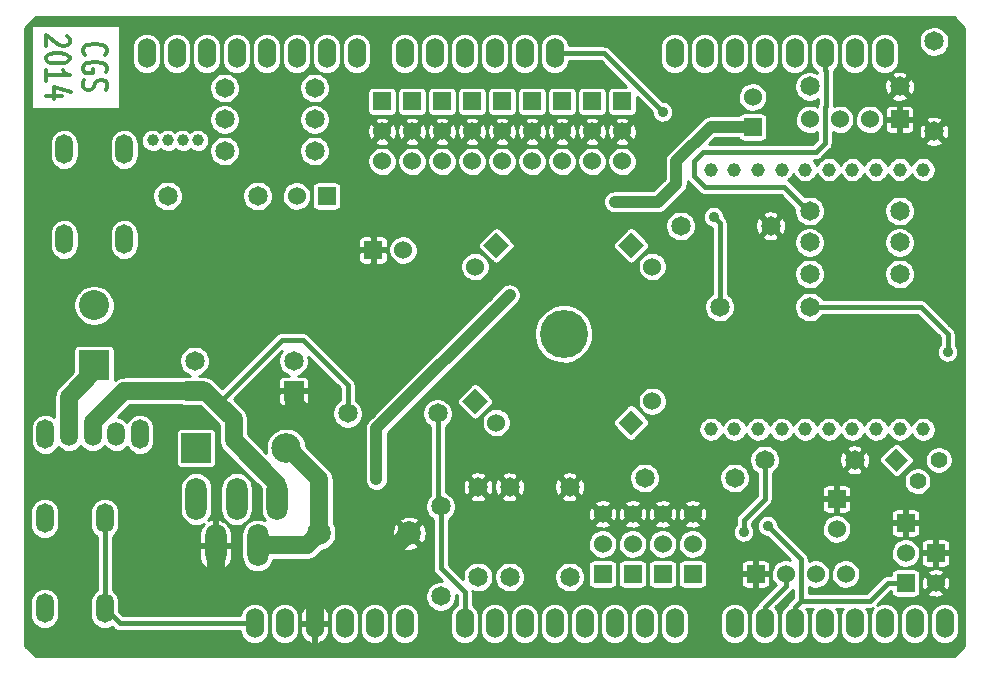
<source format=gtl>
G04 (created by PCBNEW (2013-june-11)-stable) date sáb 08 feb 2014 23:47:10 CET*
%MOIN*%
G04 Gerber Fmt 3.4, Leading zero omitted, Abs format*
%FSLAX34Y34*%
G01*
G70*
G90*
G04 APERTURE LIST*
%ADD10C,0.00393701*%
%ADD11C,0.012*%
%ADD12O,0.06X0.1*%
%ADD13R,0.0984252X0.0984252*%
%ADD14C,0.0984252*%
%ADD15R,0.1X0.1*%
%ADD16C,0.1*%
%ADD17C,0.065*%
%ADD18R,0.06X0.06*%
%ADD19C,0.06*%
%ADD20R,0.065X0.065*%
%ADD21O,0.0590551X0.0984252*%
%ADD22O,0.0590551X0.0787402*%
%ADD23C,0.0394*%
%ADD24C,0.0787*%
%ADD25O,0.0705X0.141*%
%ADD26C,0.046*%
%ADD27C,0.16*%
%ADD28C,0.055*%
%ADD29C,0.035*%
%ADD30C,0.0393701*%
%ADD31C,0.0590551*%
%ADD32C,0.015748*%
%ADD33C,0.01*%
G04 APERTURE END LIST*
G54D10*
G54D11*
X22132Y-9620D02*
X22094Y-9591D01*
X22056Y-9505D01*
X22056Y-9448D01*
X22094Y-9362D01*
X22170Y-9305D01*
X22246Y-9277D01*
X22399Y-9248D01*
X22513Y-9248D01*
X22665Y-9277D01*
X22741Y-9305D01*
X22818Y-9362D01*
X22856Y-9448D01*
X22856Y-9505D01*
X22818Y-9591D01*
X22780Y-9620D01*
X22818Y-10191D02*
X22856Y-10134D01*
X22856Y-10048D01*
X22818Y-9962D01*
X22741Y-9905D01*
X22665Y-9877D01*
X22513Y-9848D01*
X22399Y-9848D01*
X22246Y-9877D01*
X22170Y-9905D01*
X22094Y-9962D01*
X22056Y-10048D01*
X22056Y-10105D01*
X22094Y-10191D01*
X22132Y-10220D01*
X22399Y-10220D01*
X22399Y-10105D01*
X22094Y-10448D02*
X22056Y-10534D01*
X22056Y-10677D01*
X22094Y-10734D01*
X22132Y-10762D01*
X22208Y-10791D01*
X22284Y-10791D01*
X22360Y-10762D01*
X22399Y-10734D01*
X22437Y-10677D01*
X22475Y-10562D01*
X22513Y-10505D01*
X22551Y-10477D01*
X22627Y-10448D01*
X22703Y-10448D01*
X22780Y-10477D01*
X22818Y-10505D01*
X22856Y-10562D01*
X22856Y-10705D01*
X22818Y-10791D01*
X21540Y-8991D02*
X21578Y-9019D01*
X21616Y-9077D01*
X21616Y-9219D01*
X21578Y-9277D01*
X21540Y-9305D01*
X21463Y-9334D01*
X21387Y-9334D01*
X21273Y-9305D01*
X20816Y-8962D01*
X20816Y-9334D01*
X21616Y-9705D02*
X21616Y-9762D01*
X21578Y-9820D01*
X21540Y-9848D01*
X21463Y-9877D01*
X21311Y-9905D01*
X21120Y-9905D01*
X20968Y-9877D01*
X20892Y-9848D01*
X20854Y-9820D01*
X20816Y-9762D01*
X20816Y-9705D01*
X20854Y-9648D01*
X20892Y-9620D01*
X20968Y-9591D01*
X21120Y-9562D01*
X21311Y-9562D01*
X21463Y-9591D01*
X21540Y-9620D01*
X21578Y-9648D01*
X21616Y-9705D01*
X20816Y-10477D02*
X20816Y-10134D01*
X20816Y-10305D02*
X21616Y-10305D01*
X21501Y-10248D01*
X21425Y-10191D01*
X21387Y-10134D01*
X21349Y-10991D02*
X20816Y-10991D01*
X21654Y-10848D02*
X21082Y-10705D01*
X21082Y-11077D01*
G54D12*
X41780Y-9570D03*
X42780Y-9570D03*
X43780Y-9570D03*
X44780Y-9570D03*
X45780Y-9570D03*
X46780Y-9570D03*
X47780Y-9570D03*
X48780Y-9570D03*
X50780Y-28570D03*
X49780Y-28570D03*
X48780Y-28570D03*
X47780Y-28570D03*
X43780Y-28570D03*
X41780Y-28570D03*
X40780Y-28570D03*
X44780Y-28570D03*
X45780Y-28570D03*
X46780Y-28570D03*
X39780Y-28570D03*
X38780Y-28570D03*
X37780Y-28570D03*
X34780Y-28570D03*
X35780Y-28570D03*
X36780Y-28570D03*
X32780Y-28570D03*
X31780Y-28570D03*
X30780Y-28570D03*
X28780Y-28570D03*
X27780Y-28570D03*
X37780Y-9570D03*
X36780Y-9570D03*
X35780Y-9570D03*
X34780Y-9570D03*
X33780Y-9570D03*
X32780Y-9570D03*
X31180Y-9570D03*
X30180Y-9570D03*
X29180Y-9570D03*
X28180Y-9570D03*
X27180Y-9570D03*
X26180Y-9570D03*
X25180Y-9570D03*
X24180Y-9570D03*
X29780Y-28570D03*
G54D13*
X25830Y-22720D03*
G54D14*
X28830Y-22720D03*
G54D15*
X22430Y-19970D03*
G54D16*
X22430Y-17970D03*
G54D17*
X30880Y-21570D03*
X33880Y-21570D03*
X29780Y-10720D03*
X26780Y-10720D03*
X29780Y-11770D03*
X26780Y-11770D03*
X29780Y-12820D03*
X26780Y-12820D03*
X33980Y-24670D03*
X33980Y-27670D03*
X35230Y-27020D03*
X35230Y-24020D03*
X38280Y-27020D03*
X38280Y-24020D03*
X41980Y-15320D03*
X44980Y-15320D03*
X36280Y-27020D03*
X36280Y-24020D03*
G54D18*
X39380Y-26920D03*
G54D19*
X39380Y-25920D03*
X39380Y-24920D03*
G54D18*
X40380Y-26920D03*
G54D19*
X40380Y-25920D03*
X40380Y-24920D03*
G54D18*
X30180Y-14320D03*
G54D19*
X29180Y-14320D03*
G54D18*
X32030Y-11170D03*
G54D19*
X32030Y-12170D03*
X32030Y-13170D03*
G54D18*
X33030Y-11170D03*
G54D19*
X33030Y-12170D03*
X33030Y-13170D03*
G54D18*
X34030Y-11170D03*
G54D19*
X34030Y-12170D03*
X34030Y-13170D03*
G54D18*
X35030Y-11170D03*
G54D19*
X35030Y-12170D03*
X35030Y-13170D03*
G54D18*
X36030Y-11170D03*
G54D19*
X36030Y-12170D03*
X36030Y-13170D03*
G54D18*
X41380Y-26920D03*
G54D19*
X41380Y-25920D03*
X41380Y-24920D03*
G54D18*
X42380Y-26920D03*
G54D19*
X42380Y-25920D03*
X42380Y-24920D03*
G54D18*
X49280Y-11770D03*
G54D19*
X48280Y-11770D03*
X47280Y-11770D03*
X46280Y-11770D03*
G54D17*
X50430Y-12170D03*
X50430Y-9170D03*
X49280Y-10670D03*
X46280Y-10670D03*
G54D18*
X37030Y-11170D03*
G54D19*
X37030Y-12170D03*
X37030Y-13170D03*
G54D18*
X38030Y-11170D03*
G54D19*
X38030Y-12170D03*
X38030Y-13170D03*
G54D18*
X39030Y-11170D03*
G54D19*
X39030Y-12170D03*
X39030Y-13170D03*
G54D18*
X40030Y-11170D03*
G54D19*
X40030Y-12170D03*
X40030Y-13170D03*
G54D18*
X47180Y-24420D03*
G54D19*
X47180Y-25420D03*
G54D20*
X29080Y-20820D03*
G54D17*
X29080Y-19820D03*
G54D21*
X20780Y-25070D03*
X22780Y-25070D03*
X20780Y-28070D03*
X22780Y-28070D03*
X21430Y-12770D03*
X23430Y-12770D03*
X21430Y-15770D03*
X23430Y-15770D03*
G54D20*
X25780Y-20820D03*
G54D17*
X25780Y-19820D03*
G54D22*
X21592Y-22270D03*
X22380Y-22270D03*
X23167Y-22270D03*
G54D21*
X23954Y-22270D03*
X20805Y-22270D03*
G54D23*
X24380Y-12470D03*
X24880Y-12470D03*
X25380Y-12470D03*
X25880Y-12470D03*
G54D24*
X32930Y-25570D03*
X29930Y-25570D03*
G54D18*
X44380Y-12020D03*
G54D19*
X44380Y-11020D03*
G54D17*
X49280Y-15870D03*
X46280Y-15870D03*
X49280Y-16920D03*
X46280Y-16920D03*
X46280Y-14820D03*
X49280Y-14820D03*
X27880Y-14320D03*
X24880Y-14320D03*
G54D25*
X28530Y-24420D03*
X27880Y-25970D03*
X27180Y-24420D03*
X26480Y-25970D03*
X25830Y-24420D03*
G54D26*
X50073Y-13439D03*
X49285Y-13440D03*
X48498Y-13440D03*
X47711Y-13440D03*
X46923Y-13440D03*
X46137Y-13440D03*
X45349Y-13440D03*
X44562Y-13440D03*
X43775Y-13440D03*
X42987Y-13440D03*
X42987Y-22100D03*
X43775Y-22100D03*
X44562Y-22100D03*
X45349Y-22100D03*
X46137Y-22100D03*
X46923Y-22100D03*
X47711Y-22100D03*
X48498Y-22100D03*
X49285Y-22100D03*
X50073Y-22100D03*
G54D10*
G36*
X34702Y-21166D02*
X35126Y-20742D01*
X35550Y-21166D01*
X35126Y-21590D01*
X34702Y-21166D01*
X34702Y-21166D01*
G37*
G54D19*
X35833Y-21873D03*
G54D10*
G36*
X40326Y-22297D02*
X39902Y-21873D01*
X40326Y-21449D01*
X40750Y-21873D01*
X40326Y-22297D01*
X40326Y-22297D01*
G37*
G54D19*
X41033Y-21166D03*
G54D10*
G36*
X39902Y-15966D02*
X40326Y-15542D01*
X40750Y-15966D01*
X40326Y-16390D01*
X39902Y-15966D01*
X39902Y-15966D01*
G37*
G54D19*
X41033Y-16673D03*
G54D10*
G36*
X35833Y-15542D02*
X36257Y-15966D01*
X35833Y-16390D01*
X35409Y-15966D01*
X35833Y-15542D01*
X35833Y-15542D01*
G37*
G54D19*
X35126Y-16673D03*
G54D27*
X38080Y-18920D03*
G54D18*
X31730Y-16120D03*
G54D19*
X32730Y-16120D03*
G54D10*
G36*
X49561Y-23120D02*
X49172Y-23508D01*
X48783Y-23120D01*
X49172Y-22731D01*
X49561Y-23120D01*
X49561Y-23120D01*
G37*
G54D28*
X49880Y-23827D03*
X50587Y-23120D03*
G54D17*
X47780Y-23120D03*
X44780Y-23120D03*
X40780Y-23720D03*
X43780Y-23720D03*
X43280Y-18020D03*
X46280Y-18020D03*
G54D18*
X44480Y-26920D03*
G54D19*
X45480Y-26920D03*
X46480Y-26920D03*
X47480Y-26920D03*
G54D18*
X50480Y-26220D03*
G54D19*
X49480Y-26220D03*
G54D18*
X49480Y-27220D03*
G54D19*
X50480Y-27220D03*
G54D18*
X49480Y-25220D03*
G54D29*
X36280Y-17620D03*
X31840Y-23770D03*
X39780Y-14520D03*
X44080Y-25520D03*
X50880Y-19520D03*
X44880Y-25320D03*
X43080Y-15020D03*
X41380Y-11520D03*
G54D30*
X44380Y-12020D02*
X42980Y-12020D01*
X41230Y-14520D02*
X39780Y-14520D01*
X42980Y-12020D02*
X41830Y-13170D01*
X41830Y-13920D02*
X41230Y-14520D01*
X41830Y-13170D02*
X41830Y-13920D01*
X31840Y-22059D02*
X31840Y-23770D01*
X36280Y-17620D02*
X31840Y-22059D01*
G54D31*
X29080Y-20820D02*
X29080Y-21220D01*
X31030Y-25520D02*
X32005Y-26495D01*
X31030Y-23170D02*
X31030Y-25520D01*
X29080Y-21220D02*
X31030Y-23170D01*
X29780Y-28570D02*
X29780Y-27270D01*
X29780Y-27270D02*
X29780Y-27370D01*
X26480Y-25970D02*
X26480Y-26870D01*
X31230Y-27270D02*
X32005Y-26495D01*
X32005Y-26495D02*
X32930Y-25570D01*
X26880Y-27270D02*
X29780Y-27270D01*
X29780Y-27270D02*
X31230Y-27270D01*
X26480Y-26870D02*
X26880Y-27270D01*
G54D32*
X30880Y-21570D02*
X30880Y-20620D01*
X28680Y-19120D02*
X26555Y-21245D01*
X29380Y-19120D02*
X28680Y-19120D01*
X30880Y-20620D02*
X29380Y-19120D01*
G54D31*
X25780Y-20820D02*
X23430Y-20820D01*
X22380Y-21870D02*
X22380Y-22270D01*
X23430Y-20820D02*
X22380Y-21870D01*
X28530Y-24420D02*
X28530Y-23920D01*
X26130Y-20820D02*
X25780Y-20820D01*
X27080Y-21770D02*
X26555Y-21245D01*
X26555Y-21245D02*
X26130Y-20820D01*
X27080Y-22470D02*
X27080Y-21770D01*
X28530Y-23920D02*
X27080Y-22470D01*
G54D32*
X34780Y-28570D02*
X34780Y-27520D01*
X33980Y-26720D02*
X33980Y-24670D01*
X34780Y-27520D02*
X33980Y-26720D01*
X33880Y-21570D02*
X33880Y-24570D01*
X33880Y-24570D02*
X33980Y-24670D01*
X44780Y-24420D02*
X44780Y-23120D01*
X44080Y-25120D02*
X44780Y-24420D01*
X44080Y-25520D02*
X44080Y-25120D01*
X44780Y-28570D02*
X44780Y-28020D01*
X45480Y-27320D02*
X45480Y-26920D01*
X44780Y-28020D02*
X45480Y-27320D01*
X29180Y-9570D02*
X29180Y-9770D01*
X30180Y-9570D02*
X30180Y-9870D01*
G54D31*
X27880Y-25970D02*
X29530Y-25970D01*
X29530Y-25970D02*
X29930Y-25570D01*
X28830Y-22720D02*
X28880Y-22720D01*
X29930Y-23770D02*
X29930Y-25570D01*
X28880Y-22720D02*
X29930Y-23770D01*
X22430Y-19970D02*
X22430Y-20170D01*
X21592Y-21007D02*
X21592Y-22270D01*
X22430Y-20170D02*
X21592Y-21007D01*
G54D32*
X46280Y-18020D02*
X49980Y-18020D01*
X50880Y-18920D02*
X50880Y-19520D01*
X49980Y-18020D02*
X50880Y-18920D01*
X49480Y-27220D02*
X48880Y-27220D01*
X48280Y-27820D02*
X45980Y-27820D01*
X48880Y-27220D02*
X48280Y-27820D01*
X45980Y-27820D02*
X45980Y-26420D01*
X45980Y-26420D02*
X44880Y-25320D01*
X45780Y-28570D02*
X45780Y-28020D01*
X45780Y-28020D02*
X45980Y-27820D01*
X37780Y-9570D02*
X39430Y-9570D01*
X43280Y-15220D02*
X43280Y-18020D01*
X43080Y-15020D02*
X43280Y-15220D01*
X39430Y-9570D02*
X41380Y-11520D01*
X27780Y-28570D02*
X23280Y-28570D01*
X23280Y-28570D02*
X22780Y-28070D01*
X22780Y-28070D02*
X22780Y-25070D01*
X46780Y-11370D02*
X46780Y-12570D01*
X46830Y-10170D02*
X46830Y-11320D01*
X46830Y-11320D02*
X46780Y-11370D01*
X46780Y-9570D02*
X46780Y-10120D01*
X46480Y-12870D02*
X42730Y-12870D01*
X46780Y-12570D02*
X46480Y-12870D01*
X46780Y-10120D02*
X46830Y-10170D01*
X46280Y-14820D02*
X46230Y-14820D01*
X42430Y-13170D02*
X42430Y-13670D01*
X42730Y-12870D02*
X42430Y-13170D01*
X42780Y-14020D02*
X42430Y-13670D01*
X45430Y-14020D02*
X42780Y-14020D01*
X46230Y-14820D02*
X45430Y-14020D01*
G54D10*
G36*
X51430Y-29320D02*
X51267Y-29483D01*
X51267Y-28773D01*
X51267Y-28366D01*
X51258Y-28271D01*
X51242Y-28219D01*
X51242Y-19484D01*
X51228Y-19414D01*
X51201Y-19348D01*
X51162Y-19289D01*
X51146Y-19273D01*
X51146Y-18920D01*
X51144Y-18895D01*
X51141Y-18870D01*
X51141Y-18869D01*
X51141Y-18868D01*
X51134Y-18844D01*
X51127Y-18821D01*
X51126Y-18819D01*
X51126Y-18818D01*
X51114Y-18796D01*
X51103Y-18774D01*
X51102Y-18773D01*
X51102Y-18772D01*
X51086Y-18753D01*
X51071Y-18734D01*
X51069Y-18732D01*
X51069Y-18732D01*
X51069Y-18732D01*
X51068Y-18731D01*
X50944Y-18607D01*
X50944Y-12141D01*
X50942Y-12130D01*
X50942Y-9119D01*
X50923Y-9021D01*
X50884Y-8928D01*
X50829Y-8844D01*
X50758Y-8772D01*
X50675Y-8716D01*
X50582Y-8677D01*
X50483Y-8657D01*
X50383Y-8656D01*
X50284Y-8675D01*
X50191Y-8713D01*
X50107Y-8768D01*
X50035Y-8838D01*
X49978Y-8921D01*
X49938Y-9014D01*
X49917Y-9112D01*
X49916Y-9213D01*
X49934Y-9312D01*
X49971Y-9405D01*
X50026Y-9490D01*
X50096Y-9562D01*
X50178Y-9619D01*
X50270Y-9660D01*
X50368Y-9681D01*
X50469Y-9683D01*
X50568Y-9666D01*
X50662Y-9629D01*
X50747Y-9576D01*
X50820Y-9506D01*
X50878Y-9424D01*
X50918Y-9332D01*
X50941Y-9234D01*
X50942Y-9119D01*
X50942Y-12130D01*
X50929Y-12042D01*
X50894Y-11947D01*
X50874Y-11909D01*
X50794Y-11876D01*
X50723Y-11946D01*
X50723Y-11805D01*
X50690Y-11725D01*
X50599Y-11683D01*
X50501Y-11659D01*
X50401Y-11655D01*
X50302Y-11670D01*
X50207Y-11705D01*
X50169Y-11725D01*
X50136Y-11805D01*
X50430Y-12099D01*
X50723Y-11805D01*
X50723Y-11946D01*
X50500Y-12170D01*
X50794Y-12463D01*
X50874Y-12430D01*
X50916Y-12339D01*
X50940Y-12241D01*
X50944Y-12141D01*
X50944Y-18607D01*
X50723Y-18386D01*
X50723Y-12534D01*
X50430Y-12240D01*
X50359Y-12311D01*
X50359Y-12170D01*
X50065Y-11876D01*
X49985Y-11909D01*
X49943Y-12000D01*
X49919Y-12098D01*
X49915Y-12198D01*
X49930Y-12297D01*
X49965Y-12392D01*
X49985Y-12430D01*
X50065Y-12463D01*
X50359Y-12170D01*
X50359Y-12311D01*
X50136Y-12534D01*
X50169Y-12614D01*
X50260Y-12656D01*
X50358Y-12680D01*
X50458Y-12684D01*
X50557Y-12669D01*
X50652Y-12634D01*
X50690Y-12614D01*
X50723Y-12534D01*
X50723Y-18386D01*
X50491Y-18154D01*
X50491Y-13398D01*
X50475Y-13317D01*
X50443Y-13242D01*
X50398Y-13173D01*
X50340Y-13115D01*
X50272Y-13070D01*
X50197Y-13038D01*
X50117Y-13021D01*
X50035Y-13021D01*
X49954Y-13036D01*
X49878Y-13067D01*
X49810Y-13112D01*
X49794Y-13127D01*
X49794Y-10641D01*
X49779Y-10542D01*
X49744Y-10447D01*
X49724Y-10409D01*
X49644Y-10376D01*
X49573Y-10446D01*
X49573Y-10305D01*
X49540Y-10225D01*
X49449Y-10183D01*
X49351Y-10159D01*
X49267Y-10156D01*
X49267Y-9773D01*
X49267Y-9366D01*
X49258Y-9271D01*
X49230Y-9180D01*
X49186Y-9096D01*
X49126Y-9022D01*
X49052Y-8962D01*
X48969Y-8916D01*
X48878Y-8888D01*
X48783Y-8878D01*
X48688Y-8887D01*
X48597Y-8914D01*
X48512Y-8958D01*
X48438Y-9018D01*
X48377Y-9091D01*
X48331Y-9174D01*
X48302Y-9265D01*
X48292Y-9359D01*
X48292Y-9366D01*
X48292Y-9773D01*
X48301Y-9868D01*
X48329Y-9959D01*
X48373Y-10043D01*
X48433Y-10117D01*
X48507Y-10177D01*
X48590Y-10223D01*
X48681Y-10251D01*
X48776Y-10261D01*
X48871Y-10252D01*
X48962Y-10225D01*
X49047Y-10181D01*
X49121Y-10121D01*
X49182Y-10048D01*
X49228Y-9965D01*
X49257Y-9874D01*
X49267Y-9780D01*
X49267Y-9773D01*
X49267Y-10156D01*
X49251Y-10155D01*
X49152Y-10170D01*
X49057Y-10205D01*
X49019Y-10225D01*
X48986Y-10305D01*
X49280Y-10599D01*
X49573Y-10305D01*
X49573Y-10446D01*
X49350Y-10670D01*
X49644Y-10963D01*
X49724Y-10930D01*
X49766Y-10839D01*
X49790Y-10741D01*
X49794Y-10641D01*
X49794Y-13127D01*
X49767Y-13153D01*
X49767Y-12052D01*
X49767Y-11487D01*
X49767Y-11450D01*
X49760Y-11414D01*
X49745Y-11380D01*
X49725Y-11349D01*
X49699Y-11323D01*
X49668Y-11303D01*
X49634Y-11289D01*
X49598Y-11282D01*
X49573Y-11282D01*
X49573Y-11034D01*
X49280Y-10740D01*
X49209Y-10811D01*
X49209Y-10670D01*
X48915Y-10376D01*
X48835Y-10409D01*
X48793Y-10500D01*
X48769Y-10598D01*
X48765Y-10698D01*
X48780Y-10797D01*
X48815Y-10892D01*
X48835Y-10930D01*
X48915Y-10963D01*
X49209Y-10670D01*
X49209Y-10811D01*
X48986Y-11034D01*
X49019Y-11114D01*
X49110Y-11156D01*
X49208Y-11180D01*
X49308Y-11184D01*
X49407Y-11169D01*
X49502Y-11134D01*
X49540Y-11114D01*
X49573Y-11034D01*
X49573Y-11282D01*
X49376Y-11282D01*
X49330Y-11329D01*
X49330Y-11720D01*
X49720Y-11720D01*
X49767Y-11673D01*
X49767Y-11487D01*
X49767Y-12052D01*
X49767Y-11866D01*
X49720Y-11820D01*
X49330Y-11820D01*
X49330Y-12210D01*
X49376Y-12257D01*
X49598Y-12257D01*
X49634Y-12250D01*
X49668Y-12236D01*
X49699Y-12216D01*
X49725Y-12190D01*
X49745Y-12159D01*
X49760Y-12125D01*
X49767Y-12089D01*
X49767Y-12052D01*
X49767Y-13153D01*
X49751Y-13169D01*
X49705Y-13237D01*
X49678Y-13299D01*
X49655Y-13242D01*
X49610Y-13174D01*
X49552Y-13116D01*
X49484Y-13070D01*
X49409Y-13038D01*
X49328Y-13022D01*
X49246Y-13021D01*
X49230Y-13025D01*
X49230Y-12210D01*
X49230Y-11820D01*
X49230Y-11720D01*
X49230Y-11329D01*
X49183Y-11282D01*
X48961Y-11282D01*
X48925Y-11289D01*
X48891Y-11303D01*
X48860Y-11323D01*
X48834Y-11349D01*
X48814Y-11380D01*
X48799Y-11414D01*
X48792Y-11450D01*
X48792Y-11487D01*
X48792Y-11673D01*
X48839Y-11720D01*
X49230Y-11720D01*
X49230Y-11820D01*
X48839Y-11820D01*
X48792Y-11866D01*
X48792Y-12052D01*
X48792Y-12089D01*
X48799Y-12125D01*
X48814Y-12159D01*
X48834Y-12190D01*
X48860Y-12216D01*
X48891Y-12236D01*
X48925Y-12250D01*
X48961Y-12257D01*
X49183Y-12257D01*
X49230Y-12210D01*
X49230Y-13025D01*
X49166Y-13037D01*
X49090Y-13067D01*
X49021Y-13112D01*
X48963Y-13170D01*
X48917Y-13237D01*
X48891Y-13297D01*
X48868Y-13242D01*
X48823Y-13174D01*
X48767Y-13118D01*
X48767Y-11722D01*
X48749Y-11628D01*
X48712Y-11539D01*
X48659Y-11460D01*
X48592Y-11392D01*
X48513Y-11338D01*
X48424Y-11301D01*
X48331Y-11282D01*
X48267Y-11282D01*
X48267Y-9773D01*
X48267Y-9366D01*
X48258Y-9271D01*
X48230Y-9180D01*
X48186Y-9096D01*
X48126Y-9022D01*
X48052Y-8962D01*
X47969Y-8916D01*
X47878Y-8888D01*
X47783Y-8878D01*
X47688Y-8887D01*
X47597Y-8914D01*
X47512Y-8958D01*
X47438Y-9018D01*
X47377Y-9091D01*
X47331Y-9174D01*
X47302Y-9265D01*
X47292Y-9359D01*
X47292Y-9366D01*
X47292Y-9773D01*
X47301Y-9868D01*
X47329Y-9959D01*
X47373Y-10043D01*
X47433Y-10117D01*
X47507Y-10177D01*
X47590Y-10223D01*
X47681Y-10251D01*
X47776Y-10261D01*
X47871Y-10252D01*
X47962Y-10225D01*
X48047Y-10181D01*
X48121Y-10121D01*
X48182Y-10048D01*
X48228Y-9965D01*
X48257Y-9874D01*
X48267Y-9780D01*
X48267Y-9773D01*
X48267Y-11282D01*
X48235Y-11281D01*
X48141Y-11299D01*
X48052Y-11335D01*
X47972Y-11388D01*
X47904Y-11454D01*
X47850Y-11533D01*
X47812Y-11621D01*
X47792Y-11715D01*
X47791Y-11811D01*
X47808Y-11905D01*
X47844Y-11994D01*
X47895Y-12074D01*
X47962Y-12143D01*
X48040Y-12197D01*
X48128Y-12236D01*
X48221Y-12256D01*
X48317Y-12258D01*
X48411Y-12242D01*
X48501Y-12207D01*
X48581Y-12156D01*
X48651Y-12090D01*
X48706Y-12012D01*
X48745Y-11924D01*
X48766Y-11831D01*
X48767Y-11722D01*
X48767Y-13118D01*
X48765Y-13116D01*
X48697Y-13070D01*
X48622Y-13038D01*
X48541Y-13022D01*
X48459Y-13021D01*
X48379Y-13037D01*
X48303Y-13067D01*
X48234Y-13112D01*
X48176Y-13170D01*
X48130Y-13237D01*
X48104Y-13297D01*
X48081Y-13242D01*
X48036Y-13174D01*
X47978Y-13116D01*
X47910Y-13070D01*
X47835Y-13038D01*
X47754Y-13022D01*
X47672Y-13021D01*
X47592Y-13037D01*
X47516Y-13067D01*
X47447Y-13112D01*
X47389Y-13170D01*
X47343Y-13237D01*
X47316Y-13299D01*
X47293Y-13242D01*
X47248Y-13174D01*
X47190Y-13116D01*
X47122Y-13070D01*
X47047Y-13038D01*
X46966Y-13022D01*
X46884Y-13021D01*
X46804Y-13037D01*
X46728Y-13067D01*
X46659Y-13112D01*
X46601Y-13170D01*
X46555Y-13237D01*
X46529Y-13296D01*
X46507Y-13242D01*
X46462Y-13174D01*
X46424Y-13136D01*
X46480Y-13136D01*
X46504Y-13134D01*
X46529Y-13131D01*
X46530Y-13131D01*
X46531Y-13131D01*
X46555Y-13124D01*
X46578Y-13117D01*
X46580Y-13116D01*
X46581Y-13116D01*
X46603Y-13104D01*
X46625Y-13093D01*
X46626Y-13092D01*
X46627Y-13092D01*
X46646Y-13076D01*
X46665Y-13061D01*
X46667Y-13059D01*
X46667Y-13059D01*
X46667Y-13059D01*
X46668Y-13058D01*
X46968Y-12758D01*
X46984Y-12739D01*
X46999Y-12720D01*
X47000Y-12719D01*
X47001Y-12718D01*
X47013Y-12696D01*
X47024Y-12674D01*
X47025Y-12673D01*
X47026Y-12672D01*
X47033Y-12648D01*
X47040Y-12625D01*
X47040Y-12624D01*
X47041Y-12622D01*
X47043Y-12598D01*
X47046Y-12573D01*
X47046Y-12570D01*
X47046Y-12570D01*
X47046Y-12570D01*
X47046Y-12570D01*
X47046Y-12200D01*
X47128Y-12236D01*
X47221Y-12256D01*
X47317Y-12258D01*
X47411Y-12242D01*
X47501Y-12207D01*
X47581Y-12156D01*
X47651Y-12090D01*
X47706Y-12012D01*
X47745Y-11924D01*
X47766Y-11831D01*
X47767Y-11722D01*
X47749Y-11628D01*
X47712Y-11539D01*
X47659Y-11460D01*
X47592Y-11392D01*
X47513Y-11338D01*
X47424Y-11301D01*
X47331Y-11282D01*
X47235Y-11281D01*
X47141Y-11299D01*
X47096Y-11317D01*
X47096Y-10170D01*
X47094Y-10145D01*
X47093Y-10143D01*
X47121Y-10121D01*
X47182Y-10048D01*
X47228Y-9965D01*
X47257Y-9874D01*
X47267Y-9780D01*
X47267Y-9773D01*
X47267Y-9366D01*
X47258Y-9271D01*
X47230Y-9180D01*
X47186Y-9096D01*
X47126Y-9022D01*
X47052Y-8962D01*
X46969Y-8916D01*
X46878Y-8888D01*
X46783Y-8878D01*
X46688Y-8887D01*
X46597Y-8914D01*
X46512Y-8958D01*
X46438Y-9018D01*
X46377Y-9091D01*
X46331Y-9174D01*
X46302Y-9265D01*
X46292Y-9359D01*
X46292Y-9366D01*
X46292Y-9773D01*
X46301Y-9868D01*
X46329Y-9959D01*
X46373Y-10043D01*
X46433Y-10117D01*
X46507Y-10177D01*
X46522Y-10186D01*
X46525Y-10195D01*
X46532Y-10218D01*
X46533Y-10220D01*
X46533Y-10221D01*
X46534Y-10222D01*
X46525Y-10216D01*
X46432Y-10177D01*
X46333Y-10157D01*
X46267Y-10157D01*
X46267Y-9773D01*
X46267Y-9366D01*
X46258Y-9271D01*
X46230Y-9180D01*
X46186Y-9096D01*
X46126Y-9022D01*
X46052Y-8962D01*
X45969Y-8916D01*
X45878Y-8888D01*
X45783Y-8878D01*
X45688Y-8887D01*
X45597Y-8914D01*
X45512Y-8958D01*
X45438Y-9018D01*
X45377Y-9091D01*
X45331Y-9174D01*
X45302Y-9265D01*
X45292Y-9359D01*
X45292Y-9366D01*
X45292Y-9773D01*
X45301Y-9868D01*
X45329Y-9959D01*
X45373Y-10043D01*
X45433Y-10117D01*
X45507Y-10177D01*
X45590Y-10223D01*
X45681Y-10251D01*
X45776Y-10261D01*
X45871Y-10252D01*
X45962Y-10225D01*
X46047Y-10181D01*
X46121Y-10121D01*
X46182Y-10048D01*
X46228Y-9965D01*
X46257Y-9874D01*
X46267Y-9780D01*
X46267Y-9773D01*
X46267Y-10157D01*
X46233Y-10156D01*
X46134Y-10175D01*
X46041Y-10213D01*
X45957Y-10268D01*
X45885Y-10338D01*
X45828Y-10421D01*
X45788Y-10514D01*
X45767Y-10612D01*
X45766Y-10713D01*
X45784Y-10812D01*
X45821Y-10905D01*
X45876Y-10990D01*
X45946Y-11062D01*
X46028Y-11119D01*
X46120Y-11160D01*
X46218Y-11181D01*
X46319Y-11183D01*
X46418Y-11166D01*
X46512Y-11129D01*
X46563Y-11097D01*
X46563Y-11215D01*
X46560Y-11219D01*
X46559Y-11220D01*
X46558Y-11221D01*
X46546Y-11243D01*
X46535Y-11265D01*
X46534Y-11266D01*
X46533Y-11267D01*
X46526Y-11291D01*
X46519Y-11314D01*
X46519Y-11315D01*
X46518Y-11317D01*
X46516Y-11340D01*
X46513Y-11338D01*
X46424Y-11301D01*
X46331Y-11282D01*
X46235Y-11281D01*
X46141Y-11299D01*
X46052Y-11335D01*
X45972Y-11388D01*
X45904Y-11454D01*
X45850Y-11533D01*
X45812Y-11621D01*
X45792Y-11715D01*
X45791Y-11811D01*
X45808Y-11905D01*
X45844Y-11994D01*
X45895Y-12074D01*
X45962Y-12143D01*
X46040Y-12197D01*
X46128Y-12236D01*
X46221Y-12256D01*
X46317Y-12258D01*
X46411Y-12242D01*
X46501Y-12207D01*
X46513Y-12199D01*
X46513Y-12459D01*
X46369Y-12603D01*
X45267Y-12603D01*
X45267Y-9773D01*
X45267Y-9366D01*
X45258Y-9271D01*
X45230Y-9180D01*
X45186Y-9096D01*
X45126Y-9022D01*
X45052Y-8962D01*
X44969Y-8916D01*
X44878Y-8888D01*
X44783Y-8878D01*
X44688Y-8887D01*
X44597Y-8914D01*
X44512Y-8958D01*
X44438Y-9018D01*
X44377Y-9091D01*
X44331Y-9174D01*
X44302Y-9265D01*
X44292Y-9359D01*
X44292Y-9366D01*
X44292Y-9773D01*
X44301Y-9868D01*
X44329Y-9959D01*
X44373Y-10043D01*
X44433Y-10117D01*
X44507Y-10177D01*
X44590Y-10223D01*
X44681Y-10251D01*
X44776Y-10261D01*
X44871Y-10252D01*
X44962Y-10225D01*
X45047Y-10181D01*
X45121Y-10121D01*
X45182Y-10048D01*
X45228Y-9965D01*
X45257Y-9874D01*
X45267Y-9780D01*
X45267Y-9773D01*
X45267Y-12603D01*
X43280Y-12603D01*
X42940Y-12603D01*
X43139Y-12404D01*
X43911Y-12404D01*
X43913Y-12408D01*
X43933Y-12439D01*
X43959Y-12465D01*
X43990Y-12485D01*
X44024Y-12500D01*
X44060Y-12507D01*
X44097Y-12507D01*
X44698Y-12507D01*
X44734Y-12500D01*
X44768Y-12486D01*
X44799Y-12466D01*
X44825Y-12440D01*
X44845Y-12409D01*
X44860Y-12375D01*
X44867Y-12339D01*
X44867Y-12302D01*
X44867Y-11764D01*
X44867Y-10972D01*
X44849Y-10878D01*
X44812Y-10789D01*
X44759Y-10710D01*
X44692Y-10642D01*
X44613Y-10588D01*
X44524Y-10551D01*
X44431Y-10532D01*
X44335Y-10531D01*
X44267Y-10544D01*
X44267Y-9773D01*
X44267Y-9366D01*
X44258Y-9271D01*
X44230Y-9180D01*
X44186Y-9096D01*
X44126Y-9022D01*
X44052Y-8962D01*
X43969Y-8916D01*
X43878Y-8888D01*
X43783Y-8878D01*
X43688Y-8887D01*
X43597Y-8914D01*
X43512Y-8958D01*
X43438Y-9018D01*
X43377Y-9091D01*
X43331Y-9174D01*
X43302Y-9265D01*
X43292Y-9359D01*
X43292Y-9366D01*
X43292Y-9773D01*
X43301Y-9868D01*
X43329Y-9959D01*
X43373Y-10043D01*
X43433Y-10117D01*
X43507Y-10177D01*
X43590Y-10223D01*
X43681Y-10251D01*
X43776Y-10261D01*
X43871Y-10252D01*
X43962Y-10225D01*
X44047Y-10181D01*
X44121Y-10121D01*
X44182Y-10048D01*
X44228Y-9965D01*
X44257Y-9874D01*
X44267Y-9780D01*
X44267Y-9773D01*
X44267Y-10544D01*
X44241Y-10549D01*
X44152Y-10585D01*
X44072Y-10638D01*
X44004Y-10704D01*
X43950Y-10783D01*
X43912Y-10871D01*
X43892Y-10965D01*
X43891Y-11061D01*
X43908Y-11155D01*
X43944Y-11244D01*
X43995Y-11324D01*
X44062Y-11393D01*
X44140Y-11447D01*
X44228Y-11486D01*
X44321Y-11506D01*
X44417Y-11508D01*
X44511Y-11492D01*
X44601Y-11457D01*
X44681Y-11406D01*
X44751Y-11340D01*
X44806Y-11262D01*
X44845Y-11174D01*
X44866Y-11081D01*
X44867Y-10972D01*
X44867Y-11764D01*
X44867Y-11701D01*
X44860Y-11665D01*
X44846Y-11631D01*
X44826Y-11600D01*
X44800Y-11574D01*
X44769Y-11554D01*
X44735Y-11539D01*
X44699Y-11532D01*
X44662Y-11532D01*
X44061Y-11532D01*
X44025Y-11539D01*
X43991Y-11553D01*
X43960Y-11573D01*
X43934Y-11599D01*
X43914Y-11630D01*
X43911Y-11635D01*
X43267Y-11635D01*
X43267Y-9773D01*
X43267Y-9366D01*
X43258Y-9271D01*
X43230Y-9180D01*
X43186Y-9096D01*
X43126Y-9022D01*
X43052Y-8962D01*
X42969Y-8916D01*
X42878Y-8888D01*
X42783Y-8878D01*
X42688Y-8887D01*
X42597Y-8914D01*
X42512Y-8958D01*
X42438Y-9018D01*
X42377Y-9091D01*
X42331Y-9174D01*
X42302Y-9265D01*
X42292Y-9359D01*
X42292Y-9366D01*
X42292Y-9773D01*
X42301Y-9868D01*
X42329Y-9959D01*
X42373Y-10043D01*
X42433Y-10117D01*
X42507Y-10177D01*
X42590Y-10223D01*
X42681Y-10251D01*
X42776Y-10261D01*
X42871Y-10252D01*
X42962Y-10225D01*
X43047Y-10181D01*
X43121Y-10121D01*
X43182Y-10048D01*
X43228Y-9965D01*
X43257Y-9874D01*
X43267Y-9780D01*
X43267Y-9773D01*
X43267Y-11635D01*
X42980Y-11635D01*
X42944Y-11638D01*
X42909Y-11641D01*
X42907Y-11642D01*
X42905Y-11642D01*
X42871Y-11652D01*
X42837Y-11662D01*
X42835Y-11663D01*
X42833Y-11664D01*
X42802Y-11681D01*
X42770Y-11697D01*
X42768Y-11698D01*
X42767Y-11699D01*
X42739Y-11722D01*
X42711Y-11744D01*
X42709Y-11747D01*
X42708Y-11747D01*
X42708Y-11747D01*
X42708Y-11748D01*
X42267Y-12188D01*
X42267Y-9773D01*
X42267Y-9366D01*
X42258Y-9271D01*
X42230Y-9180D01*
X42186Y-9096D01*
X42126Y-9022D01*
X42052Y-8962D01*
X41969Y-8916D01*
X41878Y-8888D01*
X41783Y-8878D01*
X41688Y-8887D01*
X41597Y-8914D01*
X41512Y-8958D01*
X41438Y-9018D01*
X41377Y-9091D01*
X41331Y-9174D01*
X41302Y-9265D01*
X41292Y-9359D01*
X41292Y-9366D01*
X41292Y-9773D01*
X41301Y-9868D01*
X41329Y-9959D01*
X41373Y-10043D01*
X41433Y-10117D01*
X41507Y-10177D01*
X41590Y-10223D01*
X41681Y-10251D01*
X41776Y-10261D01*
X41871Y-10252D01*
X41962Y-10225D01*
X42047Y-10181D01*
X42121Y-10121D01*
X42182Y-10048D01*
X42228Y-9965D01*
X42257Y-9874D01*
X42267Y-9780D01*
X42267Y-9773D01*
X42267Y-12188D01*
X41742Y-12713D01*
X41742Y-11484D01*
X41728Y-11414D01*
X41701Y-11348D01*
X41662Y-11289D01*
X41612Y-11239D01*
X41553Y-11199D01*
X41487Y-11171D01*
X41418Y-11157D01*
X41394Y-11157D01*
X39618Y-9381D01*
X39599Y-9365D01*
X39580Y-9350D01*
X39579Y-9349D01*
X39578Y-9348D01*
X39556Y-9336D01*
X39534Y-9325D01*
X39533Y-9324D01*
X39532Y-9323D01*
X39508Y-9316D01*
X39485Y-9309D01*
X39484Y-9309D01*
X39482Y-9308D01*
X39458Y-9306D01*
X39433Y-9303D01*
X39430Y-9303D01*
X39430Y-9303D01*
X39430Y-9303D01*
X39430Y-9303D01*
X38261Y-9303D01*
X38258Y-9271D01*
X38230Y-9180D01*
X38186Y-9096D01*
X38126Y-9022D01*
X38052Y-8962D01*
X37969Y-8916D01*
X37878Y-8888D01*
X37783Y-8878D01*
X37688Y-8887D01*
X37597Y-8914D01*
X37512Y-8958D01*
X37438Y-9018D01*
X37377Y-9091D01*
X37331Y-9174D01*
X37302Y-9265D01*
X37292Y-9359D01*
X37292Y-9366D01*
X37292Y-9773D01*
X37301Y-9868D01*
X37329Y-9959D01*
X37373Y-10043D01*
X37433Y-10117D01*
X37507Y-10177D01*
X37590Y-10223D01*
X37681Y-10251D01*
X37776Y-10261D01*
X37871Y-10252D01*
X37962Y-10225D01*
X38047Y-10181D01*
X38121Y-10121D01*
X38182Y-10048D01*
X38228Y-9965D01*
X38257Y-9874D01*
X38261Y-9836D01*
X39319Y-9836D01*
X40165Y-10682D01*
X39711Y-10682D01*
X39675Y-10689D01*
X39641Y-10703D01*
X39610Y-10723D01*
X39584Y-10749D01*
X39564Y-10780D01*
X39549Y-10814D01*
X39542Y-10850D01*
X39542Y-10887D01*
X39542Y-11488D01*
X39549Y-11524D01*
X39563Y-11558D01*
X39583Y-11589D01*
X39609Y-11615D01*
X39640Y-11635D01*
X39674Y-11650D01*
X39710Y-11657D01*
X39747Y-11657D01*
X40348Y-11657D01*
X40384Y-11650D01*
X40418Y-11636D01*
X40449Y-11616D01*
X40475Y-11590D01*
X40495Y-11559D01*
X40510Y-11525D01*
X40517Y-11489D01*
X40517Y-11452D01*
X40517Y-11034D01*
X41016Y-11533D01*
X41016Y-11550D01*
X41029Y-11620D01*
X41055Y-11686D01*
X41094Y-11746D01*
X41143Y-11797D01*
X41202Y-11838D01*
X41267Y-11866D01*
X41336Y-11881D01*
X41407Y-11883D01*
X41478Y-11871D01*
X41544Y-11845D01*
X41604Y-11807D01*
X41655Y-11758D01*
X41696Y-11700D01*
X41725Y-11635D01*
X41741Y-11565D01*
X41742Y-11484D01*
X41742Y-12713D01*
X41558Y-12898D01*
X41535Y-12925D01*
X41512Y-12952D01*
X41511Y-12954D01*
X41510Y-12956D01*
X41493Y-12987D01*
X41476Y-13018D01*
X41475Y-13020D01*
X41474Y-13022D01*
X41464Y-13056D01*
X41453Y-13090D01*
X41453Y-13092D01*
X41452Y-13093D01*
X41449Y-13129D01*
X41445Y-13164D01*
X41445Y-13168D01*
X41445Y-13168D01*
X41445Y-13168D01*
X41445Y-13170D01*
X41445Y-13760D01*
X41070Y-14135D01*
X40580Y-14135D01*
X40519Y-14135D01*
X40519Y-12140D01*
X40504Y-12045D01*
X40471Y-11956D01*
X40453Y-11923D01*
X40376Y-11893D01*
X40306Y-11964D01*
X40306Y-11823D01*
X40276Y-11746D01*
X40189Y-11706D01*
X40096Y-11684D01*
X40000Y-11680D01*
X39905Y-11695D01*
X39816Y-11728D01*
X39783Y-11746D01*
X39753Y-11823D01*
X40030Y-12099D01*
X40306Y-11823D01*
X40306Y-11964D01*
X40100Y-12170D01*
X40376Y-12446D01*
X40453Y-12416D01*
X40493Y-12329D01*
X40515Y-12236D01*
X40519Y-12140D01*
X40519Y-14135D01*
X40517Y-14135D01*
X40517Y-13122D01*
X40499Y-13028D01*
X40462Y-12939D01*
X40409Y-12860D01*
X40342Y-12792D01*
X40306Y-12767D01*
X40306Y-12516D01*
X40030Y-12240D01*
X39959Y-12311D01*
X39959Y-12170D01*
X39683Y-11893D01*
X39606Y-11923D01*
X39566Y-12010D01*
X39544Y-12103D01*
X39540Y-12199D01*
X39555Y-12294D01*
X39588Y-12383D01*
X39606Y-12416D01*
X39683Y-12446D01*
X39959Y-12170D01*
X39959Y-12311D01*
X39753Y-12516D01*
X39783Y-12593D01*
X39870Y-12633D01*
X39963Y-12655D01*
X40059Y-12659D01*
X40154Y-12644D01*
X40243Y-12611D01*
X40276Y-12593D01*
X40306Y-12516D01*
X40306Y-12767D01*
X40263Y-12738D01*
X40174Y-12701D01*
X40081Y-12682D01*
X39985Y-12681D01*
X39891Y-12699D01*
X39802Y-12735D01*
X39722Y-12788D01*
X39654Y-12854D01*
X39600Y-12933D01*
X39562Y-13021D01*
X39542Y-13115D01*
X39541Y-13211D01*
X39558Y-13305D01*
X39594Y-13394D01*
X39645Y-13474D01*
X39712Y-13543D01*
X39790Y-13597D01*
X39878Y-13636D01*
X39971Y-13656D01*
X40067Y-13658D01*
X40161Y-13642D01*
X40251Y-13607D01*
X40331Y-13556D01*
X40401Y-13490D01*
X40456Y-13412D01*
X40495Y-13324D01*
X40516Y-13231D01*
X40517Y-13122D01*
X40517Y-14135D01*
X39780Y-14135D01*
X39705Y-14142D01*
X39633Y-14164D01*
X39567Y-14199D01*
X39519Y-14238D01*
X39519Y-12140D01*
X39517Y-12132D01*
X39517Y-11452D01*
X39517Y-10851D01*
X39510Y-10815D01*
X39496Y-10781D01*
X39476Y-10750D01*
X39450Y-10724D01*
X39419Y-10704D01*
X39385Y-10689D01*
X39349Y-10682D01*
X39312Y-10682D01*
X38711Y-10682D01*
X38675Y-10689D01*
X38641Y-10703D01*
X38610Y-10723D01*
X38584Y-10749D01*
X38564Y-10780D01*
X38549Y-10814D01*
X38542Y-10850D01*
X38542Y-10887D01*
X38542Y-11488D01*
X38549Y-11524D01*
X38563Y-11558D01*
X38583Y-11589D01*
X38609Y-11615D01*
X38640Y-11635D01*
X38674Y-11650D01*
X38710Y-11657D01*
X38747Y-11657D01*
X39348Y-11657D01*
X39384Y-11650D01*
X39418Y-11636D01*
X39449Y-11616D01*
X39475Y-11590D01*
X39495Y-11559D01*
X39510Y-11525D01*
X39517Y-11489D01*
X39517Y-11452D01*
X39517Y-12132D01*
X39504Y-12045D01*
X39471Y-11956D01*
X39453Y-11923D01*
X39376Y-11893D01*
X39306Y-11964D01*
X39306Y-11823D01*
X39276Y-11746D01*
X39189Y-11706D01*
X39096Y-11684D01*
X39000Y-11680D01*
X38905Y-11695D01*
X38816Y-11728D01*
X38783Y-11746D01*
X38753Y-11823D01*
X39030Y-12099D01*
X39306Y-11823D01*
X39306Y-11964D01*
X39100Y-12170D01*
X39376Y-12446D01*
X39453Y-12416D01*
X39493Y-12329D01*
X39515Y-12236D01*
X39519Y-12140D01*
X39519Y-14238D01*
X39517Y-14239D01*
X39517Y-13122D01*
X39499Y-13028D01*
X39462Y-12939D01*
X39409Y-12860D01*
X39342Y-12792D01*
X39306Y-12767D01*
X39306Y-12516D01*
X39030Y-12240D01*
X38959Y-12311D01*
X38959Y-12170D01*
X38683Y-11893D01*
X38606Y-11923D01*
X38566Y-12010D01*
X38544Y-12103D01*
X38540Y-12199D01*
X38555Y-12294D01*
X38588Y-12383D01*
X38606Y-12416D01*
X38683Y-12446D01*
X38959Y-12170D01*
X38959Y-12311D01*
X38753Y-12516D01*
X38783Y-12593D01*
X38870Y-12633D01*
X38963Y-12655D01*
X39059Y-12659D01*
X39154Y-12644D01*
X39243Y-12611D01*
X39276Y-12593D01*
X39306Y-12516D01*
X39306Y-12767D01*
X39263Y-12738D01*
X39174Y-12701D01*
X39081Y-12682D01*
X38985Y-12681D01*
X38891Y-12699D01*
X38802Y-12735D01*
X38722Y-12788D01*
X38654Y-12854D01*
X38600Y-12933D01*
X38562Y-13021D01*
X38542Y-13115D01*
X38541Y-13211D01*
X38558Y-13305D01*
X38594Y-13394D01*
X38645Y-13474D01*
X38712Y-13543D01*
X38790Y-13597D01*
X38878Y-13636D01*
X38971Y-13656D01*
X39067Y-13658D01*
X39161Y-13642D01*
X39251Y-13607D01*
X39331Y-13556D01*
X39401Y-13490D01*
X39456Y-13412D01*
X39495Y-13324D01*
X39516Y-13231D01*
X39517Y-13122D01*
X39517Y-14239D01*
X39508Y-14247D01*
X39461Y-14304D01*
X39425Y-14370D01*
X39403Y-14442D01*
X39395Y-14517D01*
X39402Y-14592D01*
X39423Y-14664D01*
X39458Y-14730D01*
X39505Y-14789D01*
X39562Y-14837D01*
X39628Y-14873D01*
X39700Y-14896D01*
X39774Y-14904D01*
X39780Y-14904D01*
X40580Y-14904D01*
X41230Y-14904D01*
X41265Y-14901D01*
X41300Y-14898D01*
X41302Y-14897D01*
X41304Y-14897D01*
X41338Y-14887D01*
X41372Y-14877D01*
X41374Y-14876D01*
X41376Y-14875D01*
X41407Y-14858D01*
X41439Y-14842D01*
X41441Y-14841D01*
X41442Y-14840D01*
X41470Y-14817D01*
X41498Y-14795D01*
X41500Y-14792D01*
X41501Y-14792D01*
X41501Y-14792D01*
X41501Y-14791D01*
X42101Y-14191D01*
X42124Y-14164D01*
X42147Y-14137D01*
X42148Y-14135D01*
X42149Y-14133D01*
X42166Y-14102D01*
X42183Y-14071D01*
X42184Y-14069D01*
X42185Y-14067D01*
X42195Y-14033D01*
X42206Y-13999D01*
X42206Y-13997D01*
X42207Y-13996D01*
X42210Y-13960D01*
X42214Y-13925D01*
X42214Y-13921D01*
X42214Y-13921D01*
X42214Y-13921D01*
X42214Y-13920D01*
X42214Y-13825D01*
X42223Y-13836D01*
X42238Y-13855D01*
X42240Y-13857D01*
X42240Y-13857D01*
X42240Y-13857D01*
X42241Y-13858D01*
X42591Y-14208D01*
X42610Y-14224D01*
X42629Y-14239D01*
X42630Y-14240D01*
X42631Y-14241D01*
X42653Y-14253D01*
X42675Y-14264D01*
X42676Y-14265D01*
X42677Y-14266D01*
X42701Y-14273D01*
X42724Y-14280D01*
X42725Y-14280D01*
X42727Y-14281D01*
X42751Y-14283D01*
X42776Y-14286D01*
X42779Y-14286D01*
X42779Y-14286D01*
X42779Y-14286D01*
X42780Y-14286D01*
X45319Y-14286D01*
X45772Y-14739D01*
X45767Y-14762D01*
X45766Y-14863D01*
X45784Y-14962D01*
X45821Y-15055D01*
X45876Y-15140D01*
X45946Y-15212D01*
X46028Y-15269D01*
X46120Y-15310D01*
X46218Y-15331D01*
X46319Y-15333D01*
X46418Y-15316D01*
X46512Y-15279D01*
X46597Y-15226D01*
X46670Y-15156D01*
X46728Y-15074D01*
X46768Y-14982D01*
X46791Y-14884D01*
X46792Y-14769D01*
X46773Y-14671D01*
X46734Y-14578D01*
X46679Y-14494D01*
X46608Y-14422D01*
X46525Y-14366D01*
X46432Y-14327D01*
X46333Y-14307D01*
X46233Y-14306D01*
X46134Y-14325D01*
X46118Y-14331D01*
X45618Y-13831D01*
X45599Y-13815D01*
X45580Y-13800D01*
X45579Y-13799D01*
X45578Y-13798D01*
X45570Y-13794D01*
X45607Y-13770D01*
X45666Y-13714D01*
X45714Y-13647D01*
X45743Y-13581D01*
X45763Y-13631D01*
X45807Y-13700D01*
X45864Y-13759D01*
X45932Y-13806D01*
X46007Y-13839D01*
X46087Y-13856D01*
X46169Y-13858D01*
X46249Y-13844D01*
X46326Y-13814D01*
X46395Y-13770D01*
X46454Y-13714D01*
X46502Y-13647D01*
X46530Y-13583D01*
X46549Y-13631D01*
X46593Y-13700D01*
X46650Y-13759D01*
X46718Y-13806D01*
X46793Y-13839D01*
X46873Y-13856D01*
X46955Y-13858D01*
X47035Y-13844D01*
X47112Y-13814D01*
X47181Y-13770D01*
X47240Y-13714D01*
X47288Y-13647D01*
X47317Y-13581D01*
X47337Y-13631D01*
X47381Y-13700D01*
X47438Y-13759D01*
X47506Y-13806D01*
X47581Y-13839D01*
X47661Y-13856D01*
X47743Y-13858D01*
X47823Y-13844D01*
X47900Y-13814D01*
X47969Y-13770D01*
X48028Y-13714D01*
X48076Y-13647D01*
X48104Y-13582D01*
X48124Y-13631D01*
X48168Y-13700D01*
X48225Y-13759D01*
X48293Y-13806D01*
X48368Y-13839D01*
X48448Y-13856D01*
X48530Y-13858D01*
X48610Y-13844D01*
X48687Y-13814D01*
X48756Y-13770D01*
X48815Y-13714D01*
X48863Y-13647D01*
X48891Y-13582D01*
X48911Y-13631D01*
X48955Y-13700D01*
X49012Y-13759D01*
X49080Y-13806D01*
X49155Y-13839D01*
X49235Y-13856D01*
X49317Y-13858D01*
X49397Y-13844D01*
X49474Y-13814D01*
X49543Y-13770D01*
X49602Y-13714D01*
X49650Y-13647D01*
X49679Y-13580D01*
X49699Y-13631D01*
X49744Y-13700D01*
X49801Y-13758D01*
X49868Y-13805D01*
X49943Y-13838D01*
X50023Y-13856D01*
X50105Y-13857D01*
X50186Y-13843D01*
X50262Y-13814D01*
X50331Y-13770D01*
X50391Y-13713D01*
X50438Y-13646D01*
X50471Y-13571D01*
X50489Y-13491D01*
X50491Y-13398D01*
X50491Y-18154D01*
X50168Y-17831D01*
X50149Y-17815D01*
X50130Y-17800D01*
X50129Y-17799D01*
X50128Y-17798D01*
X50106Y-17786D01*
X50084Y-17775D01*
X50083Y-17774D01*
X50082Y-17773D01*
X50058Y-17766D01*
X50035Y-17759D01*
X50034Y-17759D01*
X50032Y-17758D01*
X50008Y-17756D01*
X49983Y-17753D01*
X49980Y-17753D01*
X49980Y-17753D01*
X49980Y-17753D01*
X49980Y-17753D01*
X49792Y-17753D01*
X49792Y-16869D01*
X49792Y-15819D01*
X49792Y-14769D01*
X49773Y-14671D01*
X49734Y-14578D01*
X49679Y-14494D01*
X49608Y-14422D01*
X49525Y-14366D01*
X49432Y-14327D01*
X49333Y-14307D01*
X49233Y-14306D01*
X49134Y-14325D01*
X49041Y-14363D01*
X48957Y-14418D01*
X48885Y-14488D01*
X48828Y-14571D01*
X48788Y-14664D01*
X48767Y-14762D01*
X48766Y-14863D01*
X48784Y-14962D01*
X48821Y-15055D01*
X48876Y-15140D01*
X48946Y-15212D01*
X49028Y-15269D01*
X49120Y-15310D01*
X49218Y-15331D01*
X49319Y-15333D01*
X49418Y-15316D01*
X49512Y-15279D01*
X49597Y-15226D01*
X49670Y-15156D01*
X49728Y-15074D01*
X49768Y-14982D01*
X49791Y-14884D01*
X49792Y-14769D01*
X49792Y-15819D01*
X49773Y-15721D01*
X49734Y-15628D01*
X49679Y-15544D01*
X49608Y-15472D01*
X49525Y-15416D01*
X49432Y-15377D01*
X49333Y-15357D01*
X49233Y-15356D01*
X49134Y-15375D01*
X49041Y-15413D01*
X48957Y-15468D01*
X48885Y-15538D01*
X48828Y-15621D01*
X48788Y-15714D01*
X48767Y-15812D01*
X48766Y-15913D01*
X48784Y-16012D01*
X48821Y-16105D01*
X48876Y-16190D01*
X48946Y-16262D01*
X49028Y-16319D01*
X49120Y-16360D01*
X49218Y-16381D01*
X49319Y-16383D01*
X49418Y-16366D01*
X49512Y-16329D01*
X49597Y-16276D01*
X49670Y-16206D01*
X49728Y-16124D01*
X49768Y-16032D01*
X49791Y-15934D01*
X49792Y-15819D01*
X49792Y-16869D01*
X49773Y-16771D01*
X49734Y-16678D01*
X49679Y-16594D01*
X49608Y-16522D01*
X49525Y-16466D01*
X49432Y-16427D01*
X49333Y-16407D01*
X49233Y-16406D01*
X49134Y-16425D01*
X49041Y-16463D01*
X48957Y-16518D01*
X48885Y-16588D01*
X48828Y-16671D01*
X48788Y-16764D01*
X48767Y-16862D01*
X48766Y-16963D01*
X48784Y-17062D01*
X48821Y-17155D01*
X48876Y-17240D01*
X48946Y-17312D01*
X49028Y-17369D01*
X49120Y-17410D01*
X49218Y-17431D01*
X49319Y-17433D01*
X49418Y-17416D01*
X49512Y-17379D01*
X49597Y-17326D01*
X49670Y-17256D01*
X49728Y-17174D01*
X49768Y-17082D01*
X49791Y-16984D01*
X49792Y-16869D01*
X49792Y-17753D01*
X46792Y-17753D01*
X46792Y-16869D01*
X46792Y-15819D01*
X46773Y-15721D01*
X46734Y-15628D01*
X46679Y-15544D01*
X46608Y-15472D01*
X46525Y-15416D01*
X46432Y-15377D01*
X46333Y-15357D01*
X46233Y-15356D01*
X46134Y-15375D01*
X46041Y-15413D01*
X45957Y-15468D01*
X45885Y-15538D01*
X45828Y-15621D01*
X45788Y-15714D01*
X45767Y-15812D01*
X45766Y-15913D01*
X45784Y-16012D01*
X45821Y-16105D01*
X45876Y-16190D01*
X45946Y-16262D01*
X46028Y-16319D01*
X46120Y-16360D01*
X46218Y-16381D01*
X46319Y-16383D01*
X46418Y-16366D01*
X46512Y-16329D01*
X46597Y-16276D01*
X46670Y-16206D01*
X46728Y-16124D01*
X46768Y-16032D01*
X46791Y-15934D01*
X46792Y-15819D01*
X46792Y-16869D01*
X46773Y-16771D01*
X46734Y-16678D01*
X46679Y-16594D01*
X46608Y-16522D01*
X46525Y-16466D01*
X46432Y-16427D01*
X46333Y-16407D01*
X46233Y-16406D01*
X46134Y-16425D01*
X46041Y-16463D01*
X45957Y-16518D01*
X45885Y-16588D01*
X45828Y-16671D01*
X45788Y-16764D01*
X45767Y-16862D01*
X45766Y-16963D01*
X45784Y-17062D01*
X45821Y-17155D01*
X45876Y-17240D01*
X45946Y-17312D01*
X46028Y-17369D01*
X46120Y-17410D01*
X46218Y-17431D01*
X46319Y-17433D01*
X46418Y-17416D01*
X46512Y-17379D01*
X46597Y-17326D01*
X46670Y-17256D01*
X46728Y-17174D01*
X46768Y-17082D01*
X46791Y-16984D01*
X46792Y-16869D01*
X46792Y-17753D01*
X46718Y-17753D01*
X46679Y-17694D01*
X46608Y-17622D01*
X46525Y-17566D01*
X46432Y-17527D01*
X46333Y-17507D01*
X46233Y-17506D01*
X46134Y-17525D01*
X46041Y-17563D01*
X45957Y-17618D01*
X45885Y-17688D01*
X45828Y-17771D01*
X45788Y-17864D01*
X45767Y-17962D01*
X45766Y-18063D01*
X45784Y-18162D01*
X45821Y-18255D01*
X45876Y-18340D01*
X45946Y-18412D01*
X46028Y-18469D01*
X46120Y-18510D01*
X46218Y-18531D01*
X46319Y-18533D01*
X46418Y-18516D01*
X46512Y-18479D01*
X46597Y-18426D01*
X46670Y-18356D01*
X46719Y-18286D01*
X49869Y-18286D01*
X50613Y-19030D01*
X50613Y-19273D01*
X50600Y-19285D01*
X50560Y-19344D01*
X50532Y-19409D01*
X50517Y-19479D01*
X50516Y-19550D01*
X50529Y-19620D01*
X50555Y-19686D01*
X50594Y-19746D01*
X50643Y-19797D01*
X50702Y-19838D01*
X50767Y-19866D01*
X50836Y-19881D01*
X50907Y-19883D01*
X50978Y-19871D01*
X51044Y-19845D01*
X51104Y-19807D01*
X51155Y-19758D01*
X51196Y-19700D01*
X51225Y-19635D01*
X51241Y-19565D01*
X51242Y-19484D01*
X51242Y-28219D01*
X51230Y-28180D01*
X51186Y-28096D01*
X51126Y-28022D01*
X51052Y-27962D01*
X51049Y-27960D01*
X51049Y-23074D01*
X51032Y-22985D01*
X50997Y-22901D01*
X50947Y-22826D01*
X50883Y-22761D01*
X50808Y-22710D01*
X50724Y-22675D01*
X50635Y-22657D01*
X50544Y-22656D01*
X50490Y-22667D01*
X50490Y-22059D01*
X50474Y-21978D01*
X50443Y-21902D01*
X50398Y-21834D01*
X50340Y-21776D01*
X50272Y-21730D01*
X50197Y-21698D01*
X50116Y-21682D01*
X50034Y-21681D01*
X49954Y-21697D01*
X49878Y-21727D01*
X49809Y-21772D01*
X49751Y-21830D01*
X49705Y-21897D01*
X49678Y-21959D01*
X49655Y-21902D01*
X49610Y-21834D01*
X49552Y-21776D01*
X49484Y-21730D01*
X49409Y-21698D01*
X49328Y-21682D01*
X49246Y-21681D01*
X49166Y-21697D01*
X49090Y-21727D01*
X49021Y-21772D01*
X48963Y-21830D01*
X48917Y-21897D01*
X48891Y-21957D01*
X48868Y-21902D01*
X48823Y-21834D01*
X48765Y-21776D01*
X48697Y-21730D01*
X48622Y-21698D01*
X48541Y-21682D01*
X48459Y-21681D01*
X48379Y-21697D01*
X48303Y-21727D01*
X48234Y-21772D01*
X48176Y-21830D01*
X48130Y-21897D01*
X48104Y-21957D01*
X48081Y-21902D01*
X48036Y-21834D01*
X47978Y-21776D01*
X47910Y-21730D01*
X47835Y-21698D01*
X47754Y-21682D01*
X47672Y-21681D01*
X47592Y-21697D01*
X47516Y-21727D01*
X47447Y-21772D01*
X47389Y-21830D01*
X47343Y-21897D01*
X47316Y-21959D01*
X47293Y-21902D01*
X47248Y-21834D01*
X47190Y-21776D01*
X47122Y-21730D01*
X47047Y-21698D01*
X46966Y-21682D01*
X46884Y-21681D01*
X46804Y-21697D01*
X46728Y-21727D01*
X46659Y-21772D01*
X46601Y-21830D01*
X46555Y-21897D01*
X46529Y-21956D01*
X46507Y-21902D01*
X46462Y-21834D01*
X46404Y-21776D01*
X46336Y-21730D01*
X46261Y-21698D01*
X46180Y-21682D01*
X46098Y-21681D01*
X46018Y-21697D01*
X45942Y-21727D01*
X45873Y-21772D01*
X45815Y-21830D01*
X45769Y-21897D01*
X45742Y-21959D01*
X45719Y-21902D01*
X45674Y-21834D01*
X45616Y-21776D01*
X45548Y-21730D01*
X45494Y-21707D01*
X45494Y-15291D01*
X45479Y-15192D01*
X45444Y-15097D01*
X45424Y-15059D01*
X45344Y-15026D01*
X45273Y-15096D01*
X45273Y-14955D01*
X45240Y-14875D01*
X45149Y-14833D01*
X45051Y-14809D01*
X44951Y-14805D01*
X44852Y-14820D01*
X44757Y-14855D01*
X44719Y-14875D01*
X44686Y-14955D01*
X44980Y-15249D01*
X45273Y-14955D01*
X45273Y-15096D01*
X45050Y-15320D01*
X45344Y-15613D01*
X45424Y-15580D01*
X45466Y-15489D01*
X45490Y-15391D01*
X45494Y-15291D01*
X45494Y-21707D01*
X45473Y-21698D01*
X45392Y-21682D01*
X45310Y-21681D01*
X45273Y-21688D01*
X45273Y-15684D01*
X44980Y-15390D01*
X44909Y-15461D01*
X44909Y-15320D01*
X44615Y-15026D01*
X44535Y-15059D01*
X44493Y-15150D01*
X44469Y-15248D01*
X44465Y-15348D01*
X44480Y-15447D01*
X44515Y-15542D01*
X44535Y-15580D01*
X44615Y-15613D01*
X44909Y-15320D01*
X44909Y-15461D01*
X44686Y-15684D01*
X44719Y-15764D01*
X44810Y-15806D01*
X44908Y-15830D01*
X45008Y-15834D01*
X45107Y-15819D01*
X45202Y-15784D01*
X45240Y-15764D01*
X45273Y-15684D01*
X45273Y-21688D01*
X45230Y-21697D01*
X45154Y-21727D01*
X45085Y-21772D01*
X45027Y-21830D01*
X44981Y-21897D01*
X44955Y-21957D01*
X44932Y-21902D01*
X44887Y-21834D01*
X44829Y-21776D01*
X44761Y-21730D01*
X44686Y-21698D01*
X44605Y-21682D01*
X44523Y-21681D01*
X44443Y-21697D01*
X44367Y-21727D01*
X44298Y-21772D01*
X44240Y-21830D01*
X44194Y-21897D01*
X44168Y-21957D01*
X44145Y-21902D01*
X44100Y-21834D01*
X44042Y-21776D01*
X43974Y-21730D01*
X43899Y-21698D01*
X43818Y-21682D01*
X43792Y-21682D01*
X43792Y-17969D01*
X43773Y-17871D01*
X43734Y-17778D01*
X43679Y-17694D01*
X43608Y-17622D01*
X43546Y-17581D01*
X43546Y-15220D01*
X43544Y-15195D01*
X43541Y-15170D01*
X43541Y-15169D01*
X43541Y-15168D01*
X43534Y-15144D01*
X43527Y-15121D01*
X43526Y-15119D01*
X43526Y-15118D01*
X43514Y-15096D01*
X43503Y-15074D01*
X43502Y-15073D01*
X43502Y-15072D01*
X43486Y-15053D01*
X43471Y-15034D01*
X43469Y-15032D01*
X43469Y-15032D01*
X43469Y-15032D01*
X43468Y-15031D01*
X43442Y-15005D01*
X43442Y-14984D01*
X43428Y-14914D01*
X43401Y-14848D01*
X43362Y-14789D01*
X43312Y-14739D01*
X43253Y-14699D01*
X43187Y-14671D01*
X43118Y-14657D01*
X43046Y-14656D01*
X42977Y-14670D01*
X42911Y-14696D01*
X42851Y-14735D01*
X42800Y-14785D01*
X42760Y-14844D01*
X42732Y-14909D01*
X42717Y-14979D01*
X42716Y-15050D01*
X42729Y-15120D01*
X42755Y-15186D01*
X42794Y-15246D01*
X42843Y-15297D01*
X42902Y-15338D01*
X42967Y-15366D01*
X43013Y-15376D01*
X43013Y-17581D01*
X42957Y-17618D01*
X42885Y-17688D01*
X42828Y-17771D01*
X42788Y-17864D01*
X42767Y-17962D01*
X42766Y-18063D01*
X42784Y-18162D01*
X42821Y-18255D01*
X42876Y-18340D01*
X42946Y-18412D01*
X43028Y-18469D01*
X43120Y-18510D01*
X43218Y-18531D01*
X43319Y-18533D01*
X43418Y-18516D01*
X43512Y-18479D01*
X43597Y-18426D01*
X43670Y-18356D01*
X43728Y-18274D01*
X43768Y-18182D01*
X43791Y-18084D01*
X43792Y-17969D01*
X43792Y-21682D01*
X43736Y-21681D01*
X43656Y-21697D01*
X43580Y-21727D01*
X43511Y-21772D01*
X43453Y-21830D01*
X43407Y-21897D01*
X43380Y-21959D01*
X43357Y-21902D01*
X43312Y-21834D01*
X43254Y-21776D01*
X43186Y-21730D01*
X43111Y-21698D01*
X43030Y-21682D01*
X42948Y-21681D01*
X42868Y-21697D01*
X42792Y-21727D01*
X42723Y-21772D01*
X42665Y-21830D01*
X42619Y-21897D01*
X42586Y-21973D01*
X42569Y-22053D01*
X42568Y-22135D01*
X42583Y-22215D01*
X42613Y-22291D01*
X42657Y-22360D01*
X42714Y-22419D01*
X42782Y-22466D01*
X42857Y-22499D01*
X42937Y-22516D01*
X43019Y-22518D01*
X43099Y-22504D01*
X43176Y-22474D01*
X43245Y-22430D01*
X43304Y-22374D01*
X43352Y-22307D01*
X43381Y-22241D01*
X43401Y-22291D01*
X43445Y-22360D01*
X43502Y-22419D01*
X43570Y-22466D01*
X43645Y-22499D01*
X43725Y-22516D01*
X43807Y-22518D01*
X43887Y-22504D01*
X43964Y-22474D01*
X44033Y-22430D01*
X44092Y-22374D01*
X44140Y-22307D01*
X44168Y-22242D01*
X44188Y-22291D01*
X44232Y-22360D01*
X44289Y-22419D01*
X44357Y-22466D01*
X44432Y-22499D01*
X44512Y-22516D01*
X44594Y-22518D01*
X44674Y-22504D01*
X44751Y-22474D01*
X44820Y-22430D01*
X44879Y-22374D01*
X44927Y-22307D01*
X44955Y-22242D01*
X44975Y-22291D01*
X45019Y-22360D01*
X45076Y-22419D01*
X45144Y-22466D01*
X45219Y-22499D01*
X45299Y-22516D01*
X45381Y-22518D01*
X45461Y-22504D01*
X45538Y-22474D01*
X45607Y-22430D01*
X45666Y-22374D01*
X45714Y-22307D01*
X45743Y-22241D01*
X45763Y-22291D01*
X45807Y-22360D01*
X45864Y-22419D01*
X45932Y-22466D01*
X46007Y-22499D01*
X46087Y-22516D01*
X46169Y-22518D01*
X46249Y-22504D01*
X46326Y-22474D01*
X46395Y-22430D01*
X46454Y-22374D01*
X46502Y-22307D01*
X46530Y-22243D01*
X46549Y-22291D01*
X46593Y-22360D01*
X46650Y-22419D01*
X46718Y-22466D01*
X46793Y-22499D01*
X46873Y-22516D01*
X46955Y-22518D01*
X47035Y-22504D01*
X47112Y-22474D01*
X47181Y-22430D01*
X47240Y-22374D01*
X47288Y-22307D01*
X47317Y-22241D01*
X47337Y-22291D01*
X47381Y-22360D01*
X47438Y-22419D01*
X47506Y-22466D01*
X47581Y-22499D01*
X47661Y-22516D01*
X47743Y-22518D01*
X47823Y-22504D01*
X47900Y-22474D01*
X47969Y-22430D01*
X48028Y-22374D01*
X48076Y-22307D01*
X48104Y-22242D01*
X48124Y-22291D01*
X48168Y-22360D01*
X48225Y-22419D01*
X48293Y-22466D01*
X48368Y-22499D01*
X48448Y-22516D01*
X48530Y-22518D01*
X48610Y-22504D01*
X48687Y-22474D01*
X48756Y-22430D01*
X48815Y-22374D01*
X48863Y-22307D01*
X48891Y-22242D01*
X48911Y-22291D01*
X48955Y-22360D01*
X49012Y-22419D01*
X49080Y-22466D01*
X49155Y-22499D01*
X49235Y-22516D01*
X49317Y-22518D01*
X49397Y-22504D01*
X49474Y-22474D01*
X49543Y-22430D01*
X49602Y-22374D01*
X49650Y-22307D01*
X49679Y-22241D01*
X49699Y-22291D01*
X49743Y-22360D01*
X49800Y-22419D01*
X49868Y-22466D01*
X49943Y-22499D01*
X50023Y-22516D01*
X50105Y-22518D01*
X50185Y-22504D01*
X50262Y-22474D01*
X50331Y-22430D01*
X50390Y-22374D01*
X50438Y-22307D01*
X50471Y-22232D01*
X50489Y-22152D01*
X50490Y-22059D01*
X50490Y-22667D01*
X50455Y-22673D01*
X50371Y-22707D01*
X50295Y-22757D01*
X50230Y-22821D01*
X50179Y-22895D01*
X50143Y-22979D01*
X50124Y-23068D01*
X50123Y-23158D01*
X50140Y-23248D01*
X50173Y-23332D01*
X50222Y-23408D01*
X50285Y-23474D01*
X50360Y-23525D01*
X50443Y-23562D01*
X50532Y-23581D01*
X50622Y-23583D01*
X50712Y-23567D01*
X50796Y-23535D01*
X50873Y-23486D01*
X50939Y-23423D01*
X50991Y-23349D01*
X51028Y-23266D01*
X51048Y-23178D01*
X51049Y-23074D01*
X51049Y-27960D01*
X50969Y-27917D01*
X50969Y-27190D01*
X50967Y-27182D01*
X50967Y-26502D01*
X50967Y-25937D01*
X50967Y-25900D01*
X50960Y-25864D01*
X50945Y-25830D01*
X50925Y-25799D01*
X50899Y-25773D01*
X50868Y-25753D01*
X50834Y-25739D01*
X50798Y-25732D01*
X50576Y-25732D01*
X50530Y-25779D01*
X50530Y-26170D01*
X50920Y-26170D01*
X50967Y-26123D01*
X50967Y-25937D01*
X50967Y-26502D01*
X50967Y-26316D01*
X50920Y-26270D01*
X50530Y-26270D01*
X50530Y-26660D01*
X50576Y-26707D01*
X50798Y-26707D01*
X50834Y-26700D01*
X50868Y-26686D01*
X50899Y-26666D01*
X50925Y-26640D01*
X50945Y-26609D01*
X50960Y-26575D01*
X50967Y-26539D01*
X50967Y-26502D01*
X50967Y-27182D01*
X50954Y-27095D01*
X50921Y-27006D01*
X50903Y-26973D01*
X50826Y-26943D01*
X50756Y-27014D01*
X50756Y-26873D01*
X50726Y-26796D01*
X50639Y-26756D01*
X50546Y-26734D01*
X50450Y-26730D01*
X50430Y-26733D01*
X50430Y-26660D01*
X50430Y-26270D01*
X50430Y-26170D01*
X50430Y-25779D01*
X50383Y-25732D01*
X50342Y-25732D01*
X50342Y-23781D01*
X50325Y-23692D01*
X50290Y-23608D01*
X50240Y-23533D01*
X50176Y-23468D01*
X50101Y-23418D01*
X50017Y-23382D01*
X49928Y-23364D01*
X49837Y-23363D01*
X49749Y-23380D01*
X49749Y-23102D01*
X49742Y-23066D01*
X49728Y-23031D01*
X49708Y-23001D01*
X49682Y-22975D01*
X49292Y-22585D01*
X49262Y-22564D01*
X49228Y-22550D01*
X49191Y-22543D01*
X49155Y-22543D01*
X49118Y-22550D01*
X49084Y-22564D01*
X49054Y-22584D01*
X49027Y-22610D01*
X48638Y-23000D01*
X48617Y-23030D01*
X48603Y-23064D01*
X48596Y-23100D01*
X48596Y-23137D01*
X48603Y-23173D01*
X48617Y-23208D01*
X48637Y-23238D01*
X48663Y-23264D01*
X49053Y-23654D01*
X49083Y-23675D01*
X49117Y-23689D01*
X49153Y-23696D01*
X49190Y-23696D01*
X49226Y-23689D01*
X49260Y-23675D01*
X49291Y-23655D01*
X49317Y-23629D01*
X49707Y-23239D01*
X49728Y-23209D01*
X49742Y-23175D01*
X49749Y-23139D01*
X49749Y-23102D01*
X49749Y-23380D01*
X49748Y-23380D01*
X49664Y-23414D01*
X49588Y-23464D01*
X49523Y-23528D01*
X49472Y-23603D01*
X49436Y-23686D01*
X49417Y-23775D01*
X49416Y-23866D01*
X49432Y-23955D01*
X49466Y-24039D01*
X49515Y-24115D01*
X49578Y-24181D01*
X49653Y-24233D01*
X49736Y-24269D01*
X49824Y-24288D01*
X49915Y-24290D01*
X50005Y-24275D01*
X50089Y-24242D01*
X50166Y-24193D01*
X50232Y-24130D01*
X50284Y-24056D01*
X50321Y-23973D01*
X50341Y-23885D01*
X50342Y-23781D01*
X50342Y-25732D01*
X50161Y-25732D01*
X50125Y-25739D01*
X50091Y-25753D01*
X50060Y-25773D01*
X50034Y-25799D01*
X50014Y-25830D01*
X49999Y-25864D01*
X49992Y-25900D01*
X49992Y-25937D01*
X49992Y-26123D01*
X50039Y-26170D01*
X50430Y-26170D01*
X50430Y-26270D01*
X50039Y-26270D01*
X49992Y-26316D01*
X49992Y-26502D01*
X49992Y-26539D01*
X49999Y-26575D01*
X50014Y-26609D01*
X50034Y-26640D01*
X50060Y-26666D01*
X50091Y-26686D01*
X50125Y-26700D01*
X50161Y-26707D01*
X50383Y-26707D01*
X50430Y-26660D01*
X50430Y-26733D01*
X50355Y-26745D01*
X50266Y-26778D01*
X50233Y-26796D01*
X50203Y-26873D01*
X50480Y-27149D01*
X50756Y-26873D01*
X50756Y-27014D01*
X50550Y-27220D01*
X50826Y-27496D01*
X50903Y-27466D01*
X50943Y-27379D01*
X50965Y-27286D01*
X50969Y-27190D01*
X50969Y-27917D01*
X50969Y-27916D01*
X50878Y-27888D01*
X50783Y-27878D01*
X50756Y-27881D01*
X50756Y-27566D01*
X50480Y-27290D01*
X50409Y-27361D01*
X50409Y-27220D01*
X50133Y-26943D01*
X50056Y-26973D01*
X50016Y-27060D01*
X49994Y-27153D01*
X49990Y-27249D01*
X50005Y-27344D01*
X50038Y-27433D01*
X50056Y-27466D01*
X50133Y-27496D01*
X50409Y-27220D01*
X50409Y-27361D01*
X50203Y-27566D01*
X50233Y-27643D01*
X50320Y-27683D01*
X50413Y-27705D01*
X50509Y-27709D01*
X50604Y-27694D01*
X50693Y-27661D01*
X50726Y-27643D01*
X50756Y-27566D01*
X50756Y-27881D01*
X50688Y-27887D01*
X50597Y-27914D01*
X50512Y-27958D01*
X50438Y-28018D01*
X50377Y-28091D01*
X50331Y-28174D01*
X50302Y-28265D01*
X50292Y-28359D01*
X50292Y-28366D01*
X50292Y-28773D01*
X50301Y-28868D01*
X50329Y-28959D01*
X50373Y-29043D01*
X50433Y-29117D01*
X50507Y-29177D01*
X50590Y-29223D01*
X50681Y-29251D01*
X50776Y-29261D01*
X50871Y-29252D01*
X50962Y-29225D01*
X51047Y-29181D01*
X51121Y-29121D01*
X51182Y-29048D01*
X51228Y-28965D01*
X51257Y-28874D01*
X51267Y-28780D01*
X51267Y-28773D01*
X51267Y-29483D01*
X51080Y-29670D01*
X50267Y-29670D01*
X50267Y-28773D01*
X50267Y-28366D01*
X50258Y-28271D01*
X50230Y-28180D01*
X50186Y-28096D01*
X50126Y-28022D01*
X50052Y-27962D01*
X49969Y-27916D01*
X49967Y-27916D01*
X49967Y-27502D01*
X49967Y-25502D01*
X49967Y-24937D01*
X49967Y-24900D01*
X49960Y-24864D01*
X49945Y-24830D01*
X49925Y-24799D01*
X49899Y-24773D01*
X49868Y-24753D01*
X49834Y-24739D01*
X49798Y-24732D01*
X49576Y-24732D01*
X49530Y-24779D01*
X49530Y-25170D01*
X49920Y-25170D01*
X49967Y-25123D01*
X49967Y-24937D01*
X49967Y-25502D01*
X49967Y-25316D01*
X49920Y-25270D01*
X49530Y-25270D01*
X49530Y-25660D01*
X49576Y-25707D01*
X49798Y-25707D01*
X49834Y-25700D01*
X49868Y-25686D01*
X49899Y-25666D01*
X49925Y-25640D01*
X49945Y-25609D01*
X49960Y-25575D01*
X49967Y-25539D01*
X49967Y-25502D01*
X49967Y-27502D01*
X49967Y-26964D01*
X49967Y-26172D01*
X49949Y-26078D01*
X49912Y-25989D01*
X49859Y-25910D01*
X49792Y-25842D01*
X49713Y-25788D01*
X49624Y-25751D01*
X49531Y-25732D01*
X49435Y-25731D01*
X49430Y-25732D01*
X49430Y-25660D01*
X49430Y-25270D01*
X49430Y-25170D01*
X49430Y-24779D01*
X49383Y-24732D01*
X49161Y-24732D01*
X49125Y-24739D01*
X49091Y-24753D01*
X49060Y-24773D01*
X49034Y-24799D01*
X49014Y-24830D01*
X48999Y-24864D01*
X48992Y-24900D01*
X48992Y-24937D01*
X48992Y-25123D01*
X49039Y-25170D01*
X49430Y-25170D01*
X49430Y-25270D01*
X49039Y-25270D01*
X48992Y-25316D01*
X48992Y-25502D01*
X48992Y-25539D01*
X48999Y-25575D01*
X49014Y-25609D01*
X49034Y-25640D01*
X49060Y-25666D01*
X49091Y-25686D01*
X49125Y-25700D01*
X49161Y-25707D01*
X49383Y-25707D01*
X49430Y-25660D01*
X49430Y-25732D01*
X49341Y-25749D01*
X49252Y-25785D01*
X49172Y-25838D01*
X49104Y-25904D01*
X49050Y-25983D01*
X49012Y-26071D01*
X48992Y-26165D01*
X48991Y-26261D01*
X49008Y-26355D01*
X49044Y-26444D01*
X49095Y-26524D01*
X49162Y-26593D01*
X49240Y-26647D01*
X49328Y-26686D01*
X49421Y-26706D01*
X49517Y-26708D01*
X49611Y-26692D01*
X49701Y-26657D01*
X49781Y-26606D01*
X49851Y-26540D01*
X49906Y-26462D01*
X49945Y-26374D01*
X49966Y-26281D01*
X49967Y-26172D01*
X49967Y-26964D01*
X49967Y-26901D01*
X49960Y-26865D01*
X49946Y-26831D01*
X49926Y-26800D01*
X49900Y-26774D01*
X49869Y-26754D01*
X49835Y-26739D01*
X49799Y-26732D01*
X49762Y-26732D01*
X49161Y-26732D01*
X49125Y-26739D01*
X49091Y-26753D01*
X49060Y-26773D01*
X49034Y-26799D01*
X49014Y-26830D01*
X48999Y-26864D01*
X48992Y-26900D01*
X48992Y-26937D01*
X48992Y-26953D01*
X48880Y-26953D01*
X48855Y-26955D01*
X48830Y-26958D01*
X48829Y-26958D01*
X48828Y-26958D01*
X48804Y-26965D01*
X48781Y-26972D01*
X48779Y-26973D01*
X48778Y-26973D01*
X48756Y-26985D01*
X48734Y-26996D01*
X48733Y-26997D01*
X48732Y-26997D01*
X48713Y-27013D01*
X48694Y-27028D01*
X48692Y-27030D01*
X48692Y-27030D01*
X48692Y-27030D01*
X48691Y-27031D01*
X48294Y-27428D01*
X48294Y-23091D01*
X48279Y-22992D01*
X48244Y-22897D01*
X48224Y-22859D01*
X48144Y-22826D01*
X48073Y-22896D01*
X48073Y-22755D01*
X48040Y-22675D01*
X47949Y-22633D01*
X47851Y-22609D01*
X47751Y-22605D01*
X47652Y-22620D01*
X47557Y-22655D01*
X47519Y-22675D01*
X47486Y-22755D01*
X47780Y-23049D01*
X48073Y-22755D01*
X48073Y-22896D01*
X47850Y-23120D01*
X48144Y-23413D01*
X48224Y-23380D01*
X48266Y-23289D01*
X48290Y-23191D01*
X48294Y-23091D01*
X48294Y-27428D01*
X48169Y-27553D01*
X48073Y-27553D01*
X48073Y-23484D01*
X47780Y-23190D01*
X47709Y-23261D01*
X47709Y-23120D01*
X47415Y-22826D01*
X47335Y-22859D01*
X47293Y-22950D01*
X47269Y-23048D01*
X47265Y-23148D01*
X47280Y-23247D01*
X47315Y-23342D01*
X47335Y-23380D01*
X47415Y-23413D01*
X47709Y-23120D01*
X47709Y-23261D01*
X47486Y-23484D01*
X47519Y-23564D01*
X47610Y-23606D01*
X47708Y-23630D01*
X47808Y-23634D01*
X47907Y-23619D01*
X48002Y-23584D01*
X48040Y-23564D01*
X48073Y-23484D01*
X48073Y-27553D01*
X47967Y-27553D01*
X47967Y-26872D01*
X47949Y-26778D01*
X47912Y-26689D01*
X47859Y-26610D01*
X47792Y-26542D01*
X47713Y-26488D01*
X47667Y-26469D01*
X47667Y-25372D01*
X47667Y-25372D01*
X47667Y-24738D01*
X47667Y-24101D01*
X47660Y-24065D01*
X47646Y-24031D01*
X47626Y-24000D01*
X47600Y-23974D01*
X47569Y-23954D01*
X47535Y-23939D01*
X47499Y-23932D01*
X47462Y-23932D01*
X47276Y-23932D01*
X47230Y-23979D01*
X47230Y-24370D01*
X47620Y-24370D01*
X47667Y-24323D01*
X47667Y-24101D01*
X47667Y-24738D01*
X47667Y-24516D01*
X47620Y-24470D01*
X47230Y-24470D01*
X47230Y-24860D01*
X47276Y-24907D01*
X47462Y-24907D01*
X47499Y-24907D01*
X47535Y-24900D01*
X47569Y-24885D01*
X47600Y-24865D01*
X47626Y-24839D01*
X47646Y-24808D01*
X47660Y-24774D01*
X47667Y-24738D01*
X47667Y-25372D01*
X47649Y-25278D01*
X47612Y-25189D01*
X47559Y-25110D01*
X47492Y-25042D01*
X47413Y-24988D01*
X47324Y-24951D01*
X47231Y-24932D01*
X47135Y-24931D01*
X47130Y-24932D01*
X47130Y-24860D01*
X47130Y-24470D01*
X47130Y-24370D01*
X47130Y-23979D01*
X47083Y-23932D01*
X46897Y-23932D01*
X46860Y-23932D01*
X46824Y-23939D01*
X46790Y-23954D01*
X46759Y-23974D01*
X46733Y-24000D01*
X46713Y-24031D01*
X46699Y-24065D01*
X46692Y-24101D01*
X46692Y-24323D01*
X46739Y-24370D01*
X47130Y-24370D01*
X47130Y-24470D01*
X46739Y-24470D01*
X46692Y-24516D01*
X46692Y-24738D01*
X46699Y-24774D01*
X46713Y-24808D01*
X46733Y-24839D01*
X46759Y-24865D01*
X46790Y-24885D01*
X46824Y-24900D01*
X46860Y-24907D01*
X46897Y-24907D01*
X47083Y-24907D01*
X47130Y-24860D01*
X47130Y-24932D01*
X47041Y-24949D01*
X46952Y-24985D01*
X46872Y-25038D01*
X46804Y-25104D01*
X46750Y-25183D01*
X46712Y-25271D01*
X46692Y-25365D01*
X46691Y-25461D01*
X46708Y-25555D01*
X46744Y-25644D01*
X46795Y-25724D01*
X46862Y-25793D01*
X46940Y-25847D01*
X47028Y-25886D01*
X47121Y-25906D01*
X47217Y-25908D01*
X47311Y-25892D01*
X47401Y-25857D01*
X47481Y-25806D01*
X47551Y-25740D01*
X47606Y-25662D01*
X47645Y-25574D01*
X47666Y-25481D01*
X47667Y-25372D01*
X47667Y-26469D01*
X47624Y-26451D01*
X47531Y-26432D01*
X47435Y-26431D01*
X47341Y-26449D01*
X47252Y-26485D01*
X47172Y-26538D01*
X47104Y-26604D01*
X47050Y-26683D01*
X47012Y-26771D01*
X46992Y-26865D01*
X46991Y-26961D01*
X47008Y-27055D01*
X47044Y-27144D01*
X47095Y-27224D01*
X47162Y-27293D01*
X47240Y-27347D01*
X47328Y-27386D01*
X47421Y-27406D01*
X47517Y-27408D01*
X47611Y-27392D01*
X47701Y-27357D01*
X47781Y-27306D01*
X47851Y-27240D01*
X47906Y-27162D01*
X47945Y-27074D01*
X47966Y-26981D01*
X47967Y-26872D01*
X47967Y-27553D01*
X46246Y-27553D01*
X46246Y-27350D01*
X46328Y-27386D01*
X46421Y-27406D01*
X46517Y-27408D01*
X46611Y-27392D01*
X46701Y-27357D01*
X46781Y-27306D01*
X46851Y-27240D01*
X46906Y-27162D01*
X46945Y-27074D01*
X46966Y-26981D01*
X46967Y-26872D01*
X46949Y-26778D01*
X46912Y-26689D01*
X46859Y-26610D01*
X46792Y-26542D01*
X46713Y-26488D01*
X46624Y-26451D01*
X46531Y-26432D01*
X46435Y-26431D01*
X46341Y-26449D01*
X46252Y-26485D01*
X46246Y-26489D01*
X46246Y-26420D01*
X46244Y-26395D01*
X46241Y-26370D01*
X46241Y-26369D01*
X46241Y-26368D01*
X46234Y-26344D01*
X46227Y-26321D01*
X46226Y-26319D01*
X46226Y-26318D01*
X46214Y-26296D01*
X46203Y-26274D01*
X46202Y-26273D01*
X46202Y-26272D01*
X46186Y-26253D01*
X46171Y-26234D01*
X46169Y-26232D01*
X46169Y-26232D01*
X46169Y-26232D01*
X46168Y-26231D01*
X45292Y-25355D01*
X45292Y-23069D01*
X45273Y-22971D01*
X45234Y-22878D01*
X45179Y-22794D01*
X45108Y-22722D01*
X45025Y-22666D01*
X44932Y-22627D01*
X44833Y-22607D01*
X44733Y-22606D01*
X44634Y-22625D01*
X44541Y-22663D01*
X44457Y-22718D01*
X44385Y-22788D01*
X44328Y-22871D01*
X44288Y-22964D01*
X44267Y-23062D01*
X44266Y-23163D01*
X44284Y-23262D01*
X44321Y-23355D01*
X44376Y-23440D01*
X44446Y-23512D01*
X44513Y-23559D01*
X44513Y-24309D01*
X44292Y-24530D01*
X44292Y-23669D01*
X44273Y-23571D01*
X44234Y-23478D01*
X44179Y-23394D01*
X44108Y-23322D01*
X44025Y-23266D01*
X43932Y-23227D01*
X43833Y-23207D01*
X43733Y-23206D01*
X43634Y-23225D01*
X43541Y-23263D01*
X43457Y-23318D01*
X43385Y-23388D01*
X43328Y-23471D01*
X43288Y-23564D01*
X43267Y-23662D01*
X43266Y-23763D01*
X43284Y-23862D01*
X43321Y-23955D01*
X43376Y-24040D01*
X43446Y-24112D01*
X43528Y-24169D01*
X43620Y-24210D01*
X43718Y-24231D01*
X43819Y-24233D01*
X43918Y-24216D01*
X44012Y-24179D01*
X44097Y-24126D01*
X44170Y-24056D01*
X44228Y-23974D01*
X44268Y-23882D01*
X44291Y-23784D01*
X44292Y-23669D01*
X44292Y-24530D01*
X43891Y-24931D01*
X43875Y-24950D01*
X43860Y-24969D01*
X43859Y-24970D01*
X43858Y-24971D01*
X43846Y-24993D01*
X43835Y-25015D01*
X43834Y-25016D01*
X43833Y-25017D01*
X43826Y-25041D01*
X43819Y-25064D01*
X43819Y-25065D01*
X43818Y-25067D01*
X43816Y-25091D01*
X43813Y-25116D01*
X43813Y-25119D01*
X43813Y-25119D01*
X43813Y-25119D01*
X43813Y-25120D01*
X43813Y-25273D01*
X43800Y-25285D01*
X43760Y-25344D01*
X43732Y-25409D01*
X43717Y-25479D01*
X43716Y-25550D01*
X43729Y-25620D01*
X43755Y-25686D01*
X43794Y-25746D01*
X43843Y-25797D01*
X43902Y-25838D01*
X43967Y-25866D01*
X44036Y-25881D01*
X44107Y-25883D01*
X44178Y-25871D01*
X44244Y-25845D01*
X44304Y-25807D01*
X44355Y-25758D01*
X44396Y-25700D01*
X44425Y-25635D01*
X44441Y-25565D01*
X44442Y-25484D01*
X44428Y-25414D01*
X44401Y-25348D01*
X44362Y-25289D01*
X44346Y-25273D01*
X44346Y-25230D01*
X44968Y-24608D01*
X44984Y-24589D01*
X44999Y-24570D01*
X45000Y-24569D01*
X45001Y-24568D01*
X45013Y-24546D01*
X45024Y-24524D01*
X45025Y-24523D01*
X45026Y-24522D01*
X45033Y-24498D01*
X45040Y-24475D01*
X45040Y-24474D01*
X45041Y-24472D01*
X45043Y-24448D01*
X45046Y-24423D01*
X45046Y-24420D01*
X45046Y-24420D01*
X45046Y-24420D01*
X45046Y-24420D01*
X45046Y-23558D01*
X45097Y-23526D01*
X45170Y-23456D01*
X45228Y-23374D01*
X45268Y-23282D01*
X45291Y-23184D01*
X45292Y-23069D01*
X45292Y-25355D01*
X45242Y-25305D01*
X45242Y-25284D01*
X45228Y-25214D01*
X45201Y-25148D01*
X45162Y-25089D01*
X45112Y-25039D01*
X45053Y-24999D01*
X44987Y-24971D01*
X44918Y-24957D01*
X44846Y-24956D01*
X44777Y-24970D01*
X44711Y-24996D01*
X44651Y-25035D01*
X44600Y-25085D01*
X44560Y-25144D01*
X44532Y-25209D01*
X44517Y-25279D01*
X44516Y-25350D01*
X44529Y-25420D01*
X44555Y-25486D01*
X44594Y-25546D01*
X44643Y-25597D01*
X44702Y-25638D01*
X44767Y-25666D01*
X44836Y-25681D01*
X44865Y-25682D01*
X45641Y-26458D01*
X45624Y-26451D01*
X45531Y-26432D01*
X45435Y-26431D01*
X45341Y-26449D01*
X45252Y-26485D01*
X45172Y-26538D01*
X45104Y-26604D01*
X45050Y-26683D01*
X45012Y-26771D01*
X44992Y-26865D01*
X44991Y-26961D01*
X45008Y-27055D01*
X45044Y-27144D01*
X45095Y-27224D01*
X45146Y-27276D01*
X44967Y-27455D01*
X44967Y-27202D01*
X44967Y-26637D01*
X44967Y-26600D01*
X44960Y-26564D01*
X44945Y-26530D01*
X44925Y-26499D01*
X44899Y-26473D01*
X44868Y-26453D01*
X44834Y-26439D01*
X44798Y-26432D01*
X44576Y-26432D01*
X44530Y-26479D01*
X44530Y-26870D01*
X44920Y-26870D01*
X44967Y-26823D01*
X44967Y-26637D01*
X44967Y-27202D01*
X44967Y-27016D01*
X44920Y-26970D01*
X44530Y-26970D01*
X44530Y-27360D01*
X44576Y-27407D01*
X44798Y-27407D01*
X44834Y-27400D01*
X44868Y-27386D01*
X44899Y-27366D01*
X44925Y-27340D01*
X44945Y-27309D01*
X44960Y-27275D01*
X44967Y-27239D01*
X44967Y-27202D01*
X44967Y-27455D01*
X44591Y-27831D01*
X44575Y-27850D01*
X44560Y-27869D01*
X44559Y-27870D01*
X44558Y-27871D01*
X44546Y-27893D01*
X44535Y-27915D01*
X44534Y-27916D01*
X44533Y-27917D01*
X44526Y-27941D01*
X44522Y-27953D01*
X44512Y-27958D01*
X44438Y-28018D01*
X44430Y-28028D01*
X44430Y-27360D01*
X44430Y-26970D01*
X44430Y-26870D01*
X44430Y-26479D01*
X44383Y-26432D01*
X44161Y-26432D01*
X44125Y-26439D01*
X44091Y-26453D01*
X44060Y-26473D01*
X44034Y-26499D01*
X44014Y-26530D01*
X43999Y-26564D01*
X43992Y-26600D01*
X43992Y-26637D01*
X43992Y-26823D01*
X44039Y-26870D01*
X44430Y-26870D01*
X44430Y-26970D01*
X44039Y-26970D01*
X43992Y-27016D01*
X43992Y-27202D01*
X43992Y-27239D01*
X43999Y-27275D01*
X44014Y-27309D01*
X44034Y-27340D01*
X44060Y-27366D01*
X44091Y-27386D01*
X44125Y-27400D01*
X44161Y-27407D01*
X44383Y-27407D01*
X44430Y-27360D01*
X44430Y-28028D01*
X44377Y-28091D01*
X44331Y-28174D01*
X44302Y-28265D01*
X44292Y-28359D01*
X44292Y-28366D01*
X44292Y-28773D01*
X44301Y-28868D01*
X44329Y-28959D01*
X44373Y-29043D01*
X44433Y-29117D01*
X44507Y-29177D01*
X44590Y-29223D01*
X44681Y-29251D01*
X44776Y-29261D01*
X44871Y-29252D01*
X44962Y-29225D01*
X45047Y-29181D01*
X45121Y-29121D01*
X45182Y-29048D01*
X45228Y-28965D01*
X45257Y-28874D01*
X45267Y-28780D01*
X45267Y-28773D01*
X45267Y-28366D01*
X45258Y-28271D01*
X45230Y-28180D01*
X45186Y-28096D01*
X45138Y-28038D01*
X45668Y-27508D01*
X45684Y-27489D01*
X45699Y-27470D01*
X45700Y-27469D01*
X45701Y-27468D01*
X45713Y-27446D01*
X45713Y-27445D01*
X45713Y-27709D01*
X45591Y-27831D01*
X45575Y-27850D01*
X45560Y-27869D01*
X45559Y-27870D01*
X45558Y-27871D01*
X45546Y-27893D01*
X45535Y-27915D01*
X45534Y-27916D01*
X45533Y-27917D01*
X45526Y-27941D01*
X45522Y-27953D01*
X45512Y-27958D01*
X45438Y-28018D01*
X45377Y-28091D01*
X45331Y-28174D01*
X45302Y-28265D01*
X45292Y-28359D01*
X45292Y-28366D01*
X45292Y-28773D01*
X45301Y-28868D01*
X45329Y-28959D01*
X45373Y-29043D01*
X45433Y-29117D01*
X45507Y-29177D01*
X45590Y-29223D01*
X45681Y-29251D01*
X45776Y-29261D01*
X45871Y-29252D01*
X45962Y-29225D01*
X46047Y-29181D01*
X46121Y-29121D01*
X46182Y-29048D01*
X46228Y-28965D01*
X46257Y-28874D01*
X46267Y-28780D01*
X46267Y-28773D01*
X46267Y-28366D01*
X46258Y-28271D01*
X46230Y-28180D01*
X46186Y-28096D01*
X46177Y-28086D01*
X46381Y-28086D01*
X46377Y-28091D01*
X46331Y-28174D01*
X46302Y-28265D01*
X46292Y-28359D01*
X46292Y-28366D01*
X46292Y-28773D01*
X46301Y-28868D01*
X46329Y-28959D01*
X46373Y-29043D01*
X46433Y-29117D01*
X46507Y-29177D01*
X46590Y-29223D01*
X46681Y-29251D01*
X46776Y-29261D01*
X46871Y-29252D01*
X46962Y-29225D01*
X47047Y-29181D01*
X47121Y-29121D01*
X47182Y-29048D01*
X47228Y-28965D01*
X47257Y-28874D01*
X47267Y-28780D01*
X47267Y-28773D01*
X47267Y-28366D01*
X47258Y-28271D01*
X47230Y-28180D01*
X47186Y-28096D01*
X47177Y-28086D01*
X47381Y-28086D01*
X47377Y-28091D01*
X47331Y-28174D01*
X47302Y-28265D01*
X47292Y-28359D01*
X47292Y-28366D01*
X47292Y-28773D01*
X47301Y-28868D01*
X47329Y-28959D01*
X47373Y-29043D01*
X47433Y-29117D01*
X47507Y-29177D01*
X47590Y-29223D01*
X47681Y-29251D01*
X47776Y-29261D01*
X47871Y-29252D01*
X47962Y-29225D01*
X48047Y-29181D01*
X48121Y-29121D01*
X48182Y-29048D01*
X48228Y-28965D01*
X48257Y-28874D01*
X48267Y-28780D01*
X48267Y-28773D01*
X48267Y-28366D01*
X48258Y-28271D01*
X48230Y-28180D01*
X48186Y-28096D01*
X48177Y-28086D01*
X48280Y-28086D01*
X48304Y-28084D01*
X48329Y-28081D01*
X48330Y-28081D01*
X48331Y-28081D01*
X48355Y-28074D01*
X48378Y-28067D01*
X48380Y-28066D01*
X48381Y-28066D01*
X48403Y-28054D01*
X48411Y-28050D01*
X48377Y-28091D01*
X48331Y-28174D01*
X48302Y-28265D01*
X48292Y-28359D01*
X48292Y-28366D01*
X48292Y-28773D01*
X48301Y-28868D01*
X48329Y-28959D01*
X48373Y-29043D01*
X48433Y-29117D01*
X48507Y-29177D01*
X48590Y-29223D01*
X48681Y-29251D01*
X48776Y-29261D01*
X48871Y-29252D01*
X48962Y-29225D01*
X49047Y-29181D01*
X49121Y-29121D01*
X49182Y-29048D01*
X49228Y-28965D01*
X49257Y-28874D01*
X49267Y-28780D01*
X49267Y-28773D01*
X49267Y-28366D01*
X49258Y-28271D01*
X49230Y-28180D01*
X49186Y-28096D01*
X49126Y-28022D01*
X49052Y-27962D01*
X48969Y-27916D01*
X48878Y-27888D01*
X48783Y-27878D01*
X48688Y-27887D01*
X48597Y-27914D01*
X48524Y-27952D01*
X48990Y-27486D01*
X48992Y-27486D01*
X48992Y-27538D01*
X48999Y-27574D01*
X49013Y-27608D01*
X49033Y-27639D01*
X49059Y-27665D01*
X49090Y-27685D01*
X49124Y-27700D01*
X49160Y-27707D01*
X49197Y-27707D01*
X49798Y-27707D01*
X49834Y-27700D01*
X49868Y-27686D01*
X49899Y-27666D01*
X49925Y-27640D01*
X49945Y-27609D01*
X49960Y-27575D01*
X49967Y-27539D01*
X49967Y-27502D01*
X49967Y-27916D01*
X49878Y-27888D01*
X49783Y-27878D01*
X49688Y-27887D01*
X49597Y-27914D01*
X49512Y-27958D01*
X49438Y-28018D01*
X49377Y-28091D01*
X49331Y-28174D01*
X49302Y-28265D01*
X49292Y-28359D01*
X49292Y-28366D01*
X49292Y-28773D01*
X49301Y-28868D01*
X49329Y-28959D01*
X49373Y-29043D01*
X49433Y-29117D01*
X49507Y-29177D01*
X49590Y-29223D01*
X49681Y-29251D01*
X49776Y-29261D01*
X49871Y-29252D01*
X49962Y-29225D01*
X50047Y-29181D01*
X50121Y-29121D01*
X50182Y-29048D01*
X50228Y-28965D01*
X50257Y-28874D01*
X50267Y-28780D01*
X50267Y-28773D01*
X50267Y-29670D01*
X44267Y-29670D01*
X44267Y-28773D01*
X44267Y-28366D01*
X44258Y-28271D01*
X44230Y-28180D01*
X44186Y-28096D01*
X44126Y-28022D01*
X44052Y-27962D01*
X43969Y-27916D01*
X43878Y-27888D01*
X43783Y-27878D01*
X43688Y-27887D01*
X43597Y-27914D01*
X43512Y-27958D01*
X43438Y-28018D01*
X43377Y-28091D01*
X43331Y-28174D01*
X43302Y-28265D01*
X43292Y-28359D01*
X43292Y-28366D01*
X43292Y-28773D01*
X43301Y-28868D01*
X43329Y-28959D01*
X43373Y-29043D01*
X43433Y-29117D01*
X43507Y-29177D01*
X43590Y-29223D01*
X43681Y-29251D01*
X43776Y-29261D01*
X43871Y-29252D01*
X43962Y-29225D01*
X44047Y-29181D01*
X44121Y-29121D01*
X44182Y-29048D01*
X44228Y-28965D01*
X44257Y-28874D01*
X44267Y-28780D01*
X44267Y-28773D01*
X44267Y-29670D01*
X42869Y-29670D01*
X42869Y-24890D01*
X42854Y-24795D01*
X42821Y-24706D01*
X42803Y-24673D01*
X42726Y-24643D01*
X42656Y-24714D01*
X42656Y-24573D01*
X42626Y-24496D01*
X42539Y-24456D01*
X42492Y-24445D01*
X42492Y-15269D01*
X42473Y-15171D01*
X42434Y-15078D01*
X42379Y-14994D01*
X42308Y-14922D01*
X42225Y-14866D01*
X42132Y-14827D01*
X42033Y-14807D01*
X41933Y-14806D01*
X41834Y-14825D01*
X41741Y-14863D01*
X41657Y-14918D01*
X41585Y-14988D01*
X41528Y-15071D01*
X41488Y-15164D01*
X41467Y-15262D01*
X41466Y-15363D01*
X41484Y-15462D01*
X41521Y-15555D01*
X41576Y-15640D01*
X41646Y-15712D01*
X41728Y-15769D01*
X41820Y-15810D01*
X41918Y-15831D01*
X42019Y-15833D01*
X42118Y-15816D01*
X42212Y-15779D01*
X42297Y-15726D01*
X42370Y-15656D01*
X42428Y-15574D01*
X42468Y-15482D01*
X42491Y-15384D01*
X42492Y-15269D01*
X42492Y-24445D01*
X42446Y-24434D01*
X42350Y-24430D01*
X42255Y-24445D01*
X42166Y-24478D01*
X42133Y-24496D01*
X42103Y-24573D01*
X42380Y-24849D01*
X42656Y-24573D01*
X42656Y-24714D01*
X42450Y-24920D01*
X42726Y-25196D01*
X42803Y-25166D01*
X42843Y-25079D01*
X42865Y-24986D01*
X42869Y-24890D01*
X42869Y-29670D01*
X42867Y-29670D01*
X42867Y-27202D01*
X42867Y-26664D01*
X42867Y-25872D01*
X42849Y-25778D01*
X42812Y-25689D01*
X42759Y-25610D01*
X42692Y-25542D01*
X42656Y-25517D01*
X42656Y-25266D01*
X42380Y-24990D01*
X42309Y-25061D01*
X42309Y-24920D01*
X42033Y-24643D01*
X41956Y-24673D01*
X41916Y-24760D01*
X41894Y-24853D01*
X41890Y-24949D01*
X41905Y-25044D01*
X41938Y-25133D01*
X41956Y-25166D01*
X42033Y-25196D01*
X42309Y-24920D01*
X42309Y-25061D01*
X42103Y-25266D01*
X42133Y-25343D01*
X42220Y-25383D01*
X42313Y-25405D01*
X42409Y-25409D01*
X42504Y-25394D01*
X42593Y-25361D01*
X42626Y-25343D01*
X42656Y-25266D01*
X42656Y-25517D01*
X42613Y-25488D01*
X42524Y-25451D01*
X42431Y-25432D01*
X42335Y-25431D01*
X42241Y-25449D01*
X42152Y-25485D01*
X42072Y-25538D01*
X42004Y-25604D01*
X41950Y-25683D01*
X41912Y-25771D01*
X41892Y-25865D01*
X41891Y-25961D01*
X41908Y-26055D01*
X41944Y-26144D01*
X41995Y-26224D01*
X42062Y-26293D01*
X42140Y-26347D01*
X42228Y-26386D01*
X42321Y-26406D01*
X42417Y-26408D01*
X42511Y-26392D01*
X42601Y-26357D01*
X42681Y-26306D01*
X42751Y-26240D01*
X42806Y-26162D01*
X42845Y-26074D01*
X42866Y-25981D01*
X42867Y-25872D01*
X42867Y-26664D01*
X42867Y-26601D01*
X42860Y-26565D01*
X42846Y-26531D01*
X42826Y-26500D01*
X42800Y-26474D01*
X42769Y-26454D01*
X42735Y-26439D01*
X42699Y-26432D01*
X42662Y-26432D01*
X42061Y-26432D01*
X42025Y-26439D01*
X41991Y-26453D01*
X41960Y-26473D01*
X41934Y-26499D01*
X41914Y-26530D01*
X41899Y-26564D01*
X41892Y-26600D01*
X41892Y-26637D01*
X41892Y-27238D01*
X41899Y-27274D01*
X41913Y-27308D01*
X41933Y-27339D01*
X41959Y-27365D01*
X41990Y-27385D01*
X42024Y-27400D01*
X42060Y-27407D01*
X42097Y-27407D01*
X42698Y-27407D01*
X42734Y-27400D01*
X42768Y-27386D01*
X42799Y-27366D01*
X42825Y-27340D01*
X42845Y-27309D01*
X42860Y-27275D01*
X42867Y-27239D01*
X42867Y-27202D01*
X42867Y-29670D01*
X42267Y-29670D01*
X42267Y-28773D01*
X42267Y-28366D01*
X42258Y-28271D01*
X42230Y-28180D01*
X42186Y-28096D01*
X42126Y-28022D01*
X42052Y-27962D01*
X41969Y-27916D01*
X41878Y-27888D01*
X41869Y-27887D01*
X41869Y-24890D01*
X41854Y-24795D01*
X41821Y-24706D01*
X41803Y-24673D01*
X41726Y-24643D01*
X41656Y-24714D01*
X41656Y-24573D01*
X41626Y-24496D01*
X41539Y-24456D01*
X41521Y-24452D01*
X41521Y-21118D01*
X41521Y-16625D01*
X41502Y-16531D01*
X41466Y-16443D01*
X41413Y-16363D01*
X41345Y-16295D01*
X41266Y-16242D01*
X41178Y-16205D01*
X41084Y-16186D01*
X40989Y-16185D01*
X40938Y-16195D01*
X40938Y-15948D01*
X40931Y-15912D01*
X40917Y-15878D01*
X40897Y-15847D01*
X40871Y-15821D01*
X40446Y-15396D01*
X40415Y-15375D01*
X40381Y-15361D01*
X40345Y-15354D01*
X40308Y-15354D01*
X40272Y-15361D01*
X40238Y-15375D01*
X40207Y-15395D01*
X40181Y-15421D01*
X39756Y-15846D01*
X39735Y-15877D01*
X39721Y-15911D01*
X39714Y-15947D01*
X39714Y-15984D01*
X39721Y-16020D01*
X39735Y-16054D01*
X39755Y-16085D01*
X39781Y-16111D01*
X40206Y-16536D01*
X40237Y-16557D01*
X40271Y-16571D01*
X40307Y-16578D01*
X40344Y-16578D01*
X40380Y-16571D01*
X40414Y-16557D01*
X40445Y-16537D01*
X40471Y-16511D01*
X40896Y-16086D01*
X40917Y-16055D01*
X40931Y-16021D01*
X40938Y-15985D01*
X40938Y-15948D01*
X40938Y-16195D01*
X40895Y-16203D01*
X40806Y-16239D01*
X40726Y-16291D01*
X40658Y-16358D01*
X40604Y-16437D01*
X40566Y-16525D01*
X40546Y-16618D01*
X40545Y-16714D01*
X40562Y-16808D01*
X40597Y-16897D01*
X40649Y-16978D01*
X40715Y-17046D01*
X40794Y-17101D01*
X40882Y-17139D01*
X40975Y-17160D01*
X41071Y-17162D01*
X41165Y-17145D01*
X41254Y-17111D01*
X41335Y-17059D01*
X41404Y-16993D01*
X41459Y-16915D01*
X41498Y-16828D01*
X41519Y-16734D01*
X41521Y-16625D01*
X41521Y-21118D01*
X41502Y-21024D01*
X41466Y-20936D01*
X41413Y-20856D01*
X41345Y-20788D01*
X41266Y-20735D01*
X41178Y-20698D01*
X41084Y-20678D01*
X40989Y-20678D01*
X40895Y-20696D01*
X40806Y-20732D01*
X40726Y-20784D01*
X40658Y-20851D01*
X40604Y-20930D01*
X40566Y-21018D01*
X40546Y-21111D01*
X40545Y-21207D01*
X40562Y-21301D01*
X40597Y-21390D01*
X40649Y-21470D01*
X40715Y-21539D01*
X40794Y-21594D01*
X40882Y-21632D01*
X40975Y-21653D01*
X41071Y-21655D01*
X41165Y-21638D01*
X41254Y-21603D01*
X41335Y-21552D01*
X41404Y-21486D01*
X41459Y-21408D01*
X41498Y-21321D01*
X41519Y-21227D01*
X41521Y-21118D01*
X41521Y-24452D01*
X41446Y-24434D01*
X41350Y-24430D01*
X41292Y-24439D01*
X41292Y-23669D01*
X41273Y-23571D01*
X41234Y-23478D01*
X41179Y-23394D01*
X41108Y-23322D01*
X41025Y-23266D01*
X40938Y-23230D01*
X40938Y-21855D01*
X40931Y-21819D01*
X40917Y-21785D01*
X40897Y-21754D01*
X40871Y-21728D01*
X40446Y-21303D01*
X40415Y-21282D01*
X40381Y-21268D01*
X40345Y-21261D01*
X40308Y-21261D01*
X40272Y-21268D01*
X40238Y-21282D01*
X40207Y-21302D01*
X40181Y-21328D01*
X39756Y-21753D01*
X39735Y-21784D01*
X39721Y-21818D01*
X39714Y-21854D01*
X39714Y-21891D01*
X39721Y-21927D01*
X39735Y-21961D01*
X39755Y-21992D01*
X39781Y-22018D01*
X40206Y-22443D01*
X40237Y-22464D01*
X40271Y-22478D01*
X40307Y-22485D01*
X40344Y-22485D01*
X40380Y-22478D01*
X40414Y-22464D01*
X40445Y-22444D01*
X40471Y-22418D01*
X40896Y-21993D01*
X40917Y-21962D01*
X40931Y-21928D01*
X40938Y-21892D01*
X40938Y-21855D01*
X40938Y-23230D01*
X40932Y-23227D01*
X40833Y-23207D01*
X40733Y-23206D01*
X40634Y-23225D01*
X40541Y-23263D01*
X40457Y-23318D01*
X40385Y-23388D01*
X40328Y-23471D01*
X40288Y-23564D01*
X40267Y-23662D01*
X40266Y-23763D01*
X40284Y-23862D01*
X40321Y-23955D01*
X40376Y-24040D01*
X40446Y-24112D01*
X40528Y-24169D01*
X40620Y-24210D01*
X40718Y-24231D01*
X40819Y-24233D01*
X40918Y-24216D01*
X41012Y-24179D01*
X41097Y-24126D01*
X41170Y-24056D01*
X41228Y-23974D01*
X41268Y-23882D01*
X41291Y-23784D01*
X41292Y-23669D01*
X41292Y-24439D01*
X41255Y-24445D01*
X41166Y-24478D01*
X41133Y-24496D01*
X41103Y-24573D01*
X41380Y-24849D01*
X41656Y-24573D01*
X41656Y-24714D01*
X41450Y-24920D01*
X41726Y-25196D01*
X41803Y-25166D01*
X41843Y-25079D01*
X41865Y-24986D01*
X41869Y-24890D01*
X41869Y-27887D01*
X41867Y-27887D01*
X41867Y-27202D01*
X41867Y-26664D01*
X41867Y-25872D01*
X41849Y-25778D01*
X41812Y-25689D01*
X41759Y-25610D01*
X41692Y-25542D01*
X41656Y-25517D01*
X41656Y-25266D01*
X41380Y-24990D01*
X41309Y-25061D01*
X41309Y-24920D01*
X41033Y-24643D01*
X40956Y-24673D01*
X40916Y-24760D01*
X40894Y-24853D01*
X40890Y-24949D01*
X40905Y-25044D01*
X40938Y-25133D01*
X40956Y-25166D01*
X41033Y-25196D01*
X41309Y-24920D01*
X41309Y-25061D01*
X41103Y-25266D01*
X41133Y-25343D01*
X41220Y-25383D01*
X41313Y-25405D01*
X41409Y-25409D01*
X41504Y-25394D01*
X41593Y-25361D01*
X41626Y-25343D01*
X41656Y-25266D01*
X41656Y-25517D01*
X41613Y-25488D01*
X41524Y-25451D01*
X41431Y-25432D01*
X41335Y-25431D01*
X41241Y-25449D01*
X41152Y-25485D01*
X41072Y-25538D01*
X41004Y-25604D01*
X40950Y-25683D01*
X40912Y-25771D01*
X40892Y-25865D01*
X40891Y-25961D01*
X40908Y-26055D01*
X40944Y-26144D01*
X40995Y-26224D01*
X41062Y-26293D01*
X41140Y-26347D01*
X41228Y-26386D01*
X41321Y-26406D01*
X41417Y-26408D01*
X41511Y-26392D01*
X41601Y-26357D01*
X41681Y-26306D01*
X41751Y-26240D01*
X41806Y-26162D01*
X41845Y-26074D01*
X41866Y-25981D01*
X41867Y-25872D01*
X41867Y-26664D01*
X41867Y-26601D01*
X41860Y-26565D01*
X41846Y-26531D01*
X41826Y-26500D01*
X41800Y-26474D01*
X41769Y-26454D01*
X41735Y-26439D01*
X41699Y-26432D01*
X41662Y-26432D01*
X41061Y-26432D01*
X41025Y-26439D01*
X40991Y-26453D01*
X40960Y-26473D01*
X40934Y-26499D01*
X40914Y-26530D01*
X40899Y-26564D01*
X40892Y-26600D01*
X40892Y-26637D01*
X40892Y-27238D01*
X40899Y-27274D01*
X40913Y-27308D01*
X40933Y-27339D01*
X40959Y-27365D01*
X40990Y-27385D01*
X41024Y-27400D01*
X41060Y-27407D01*
X41097Y-27407D01*
X41698Y-27407D01*
X41734Y-27400D01*
X41768Y-27386D01*
X41799Y-27366D01*
X41825Y-27340D01*
X41845Y-27309D01*
X41860Y-27275D01*
X41867Y-27239D01*
X41867Y-27202D01*
X41867Y-27887D01*
X41783Y-27878D01*
X41688Y-27887D01*
X41597Y-27914D01*
X41512Y-27958D01*
X41438Y-28018D01*
X41377Y-28091D01*
X41331Y-28174D01*
X41302Y-28265D01*
X41292Y-28359D01*
X41292Y-28366D01*
X41292Y-28773D01*
X41301Y-28868D01*
X41329Y-28959D01*
X41373Y-29043D01*
X41433Y-29117D01*
X41507Y-29177D01*
X41590Y-29223D01*
X41681Y-29251D01*
X41776Y-29261D01*
X41871Y-29252D01*
X41962Y-29225D01*
X42047Y-29181D01*
X42121Y-29121D01*
X42182Y-29048D01*
X42228Y-28965D01*
X42257Y-28874D01*
X42267Y-28780D01*
X42267Y-28773D01*
X42267Y-29670D01*
X41267Y-29670D01*
X41267Y-28773D01*
X41267Y-28366D01*
X41258Y-28271D01*
X41230Y-28180D01*
X41186Y-28096D01*
X41126Y-28022D01*
X41052Y-27962D01*
X40969Y-27916D01*
X40878Y-27888D01*
X40869Y-27887D01*
X40869Y-24890D01*
X40854Y-24795D01*
X40821Y-24706D01*
X40803Y-24673D01*
X40726Y-24643D01*
X40656Y-24714D01*
X40656Y-24573D01*
X40626Y-24496D01*
X40539Y-24456D01*
X40446Y-24434D01*
X40350Y-24430D01*
X40255Y-24445D01*
X40166Y-24478D01*
X40133Y-24496D01*
X40103Y-24573D01*
X40380Y-24849D01*
X40656Y-24573D01*
X40656Y-24714D01*
X40450Y-24920D01*
X40726Y-25196D01*
X40803Y-25166D01*
X40843Y-25079D01*
X40865Y-24986D01*
X40869Y-24890D01*
X40869Y-27887D01*
X40867Y-27887D01*
X40867Y-27202D01*
X40867Y-26664D01*
X40867Y-25872D01*
X40849Y-25778D01*
X40812Y-25689D01*
X40759Y-25610D01*
X40692Y-25542D01*
X40656Y-25517D01*
X40656Y-25266D01*
X40380Y-24990D01*
X40309Y-25061D01*
X40309Y-24920D01*
X40033Y-24643D01*
X39956Y-24673D01*
X39916Y-24760D01*
X39894Y-24853D01*
X39890Y-24949D01*
X39905Y-25044D01*
X39938Y-25133D01*
X39956Y-25166D01*
X40033Y-25196D01*
X40309Y-24920D01*
X40309Y-25061D01*
X40103Y-25266D01*
X40133Y-25343D01*
X40220Y-25383D01*
X40313Y-25405D01*
X40409Y-25409D01*
X40504Y-25394D01*
X40593Y-25361D01*
X40626Y-25343D01*
X40656Y-25266D01*
X40656Y-25517D01*
X40613Y-25488D01*
X40524Y-25451D01*
X40431Y-25432D01*
X40335Y-25431D01*
X40241Y-25449D01*
X40152Y-25485D01*
X40072Y-25538D01*
X40004Y-25604D01*
X39950Y-25683D01*
X39912Y-25771D01*
X39892Y-25865D01*
X39891Y-25961D01*
X39908Y-26055D01*
X39944Y-26144D01*
X39995Y-26224D01*
X40062Y-26293D01*
X40140Y-26347D01*
X40228Y-26386D01*
X40321Y-26406D01*
X40417Y-26408D01*
X40511Y-26392D01*
X40601Y-26357D01*
X40681Y-26306D01*
X40751Y-26240D01*
X40806Y-26162D01*
X40845Y-26074D01*
X40866Y-25981D01*
X40867Y-25872D01*
X40867Y-26664D01*
X40867Y-26601D01*
X40860Y-26565D01*
X40846Y-26531D01*
X40826Y-26500D01*
X40800Y-26474D01*
X40769Y-26454D01*
X40735Y-26439D01*
X40699Y-26432D01*
X40662Y-26432D01*
X40061Y-26432D01*
X40025Y-26439D01*
X39991Y-26453D01*
X39960Y-26473D01*
X39934Y-26499D01*
X39914Y-26530D01*
X39899Y-26564D01*
X39892Y-26600D01*
X39892Y-26637D01*
X39892Y-27238D01*
X39899Y-27274D01*
X39913Y-27308D01*
X39933Y-27339D01*
X39959Y-27365D01*
X39990Y-27385D01*
X40024Y-27400D01*
X40060Y-27407D01*
X40097Y-27407D01*
X40698Y-27407D01*
X40734Y-27400D01*
X40768Y-27386D01*
X40799Y-27366D01*
X40825Y-27340D01*
X40845Y-27309D01*
X40860Y-27275D01*
X40867Y-27239D01*
X40867Y-27202D01*
X40867Y-27887D01*
X40783Y-27878D01*
X40688Y-27887D01*
X40597Y-27914D01*
X40512Y-27958D01*
X40438Y-28018D01*
X40377Y-28091D01*
X40331Y-28174D01*
X40302Y-28265D01*
X40292Y-28359D01*
X40292Y-28366D01*
X40292Y-28773D01*
X40301Y-28868D01*
X40329Y-28959D01*
X40373Y-29043D01*
X40433Y-29117D01*
X40507Y-29177D01*
X40590Y-29223D01*
X40681Y-29251D01*
X40776Y-29261D01*
X40871Y-29252D01*
X40962Y-29225D01*
X41047Y-29181D01*
X41121Y-29121D01*
X41182Y-29048D01*
X41228Y-28965D01*
X41257Y-28874D01*
X41267Y-28780D01*
X41267Y-28773D01*
X41267Y-29670D01*
X40267Y-29670D01*
X40267Y-28773D01*
X40267Y-28366D01*
X40258Y-28271D01*
X40230Y-28180D01*
X40186Y-28096D01*
X40126Y-28022D01*
X40052Y-27962D01*
X39969Y-27916D01*
X39878Y-27888D01*
X39869Y-27887D01*
X39869Y-24890D01*
X39854Y-24795D01*
X39821Y-24706D01*
X39803Y-24673D01*
X39726Y-24643D01*
X39656Y-24714D01*
X39656Y-24573D01*
X39626Y-24496D01*
X39539Y-24456D01*
X39446Y-24434D01*
X39350Y-24430D01*
X39255Y-24445D01*
X39166Y-24478D01*
X39133Y-24496D01*
X39103Y-24573D01*
X39380Y-24849D01*
X39656Y-24573D01*
X39656Y-24714D01*
X39450Y-24920D01*
X39726Y-25196D01*
X39803Y-25166D01*
X39843Y-25079D01*
X39865Y-24986D01*
X39869Y-24890D01*
X39869Y-27887D01*
X39867Y-27887D01*
X39867Y-27202D01*
X39867Y-26664D01*
X39867Y-25872D01*
X39849Y-25778D01*
X39812Y-25689D01*
X39759Y-25610D01*
X39692Y-25542D01*
X39656Y-25517D01*
X39656Y-25266D01*
X39380Y-24990D01*
X39309Y-25061D01*
X39309Y-24920D01*
X39067Y-24678D01*
X39067Y-18823D01*
X39030Y-18633D01*
X38956Y-18454D01*
X38849Y-18292D01*
X38712Y-18155D01*
X38552Y-18046D01*
X38519Y-18033D01*
X38519Y-12140D01*
X38517Y-12132D01*
X38517Y-11452D01*
X38517Y-10851D01*
X38510Y-10815D01*
X38496Y-10781D01*
X38476Y-10750D01*
X38450Y-10724D01*
X38419Y-10704D01*
X38385Y-10689D01*
X38349Y-10682D01*
X38312Y-10682D01*
X37711Y-10682D01*
X37675Y-10689D01*
X37641Y-10703D01*
X37610Y-10723D01*
X37584Y-10749D01*
X37564Y-10780D01*
X37549Y-10814D01*
X37542Y-10850D01*
X37542Y-10887D01*
X37542Y-11488D01*
X37549Y-11524D01*
X37563Y-11558D01*
X37583Y-11589D01*
X37609Y-11615D01*
X37640Y-11635D01*
X37674Y-11650D01*
X37710Y-11657D01*
X37747Y-11657D01*
X38348Y-11657D01*
X38384Y-11650D01*
X38418Y-11636D01*
X38449Y-11616D01*
X38475Y-11590D01*
X38495Y-11559D01*
X38510Y-11525D01*
X38517Y-11489D01*
X38517Y-11452D01*
X38517Y-12132D01*
X38504Y-12045D01*
X38471Y-11956D01*
X38453Y-11923D01*
X38376Y-11893D01*
X38306Y-11964D01*
X38306Y-11823D01*
X38276Y-11746D01*
X38189Y-11706D01*
X38096Y-11684D01*
X38000Y-11680D01*
X37905Y-11695D01*
X37816Y-11728D01*
X37783Y-11746D01*
X37753Y-11823D01*
X38030Y-12099D01*
X38306Y-11823D01*
X38306Y-11964D01*
X38100Y-12170D01*
X38376Y-12446D01*
X38453Y-12416D01*
X38493Y-12329D01*
X38515Y-12236D01*
X38519Y-12140D01*
X38519Y-18033D01*
X38517Y-18032D01*
X38517Y-13122D01*
X38499Y-13028D01*
X38462Y-12939D01*
X38409Y-12860D01*
X38342Y-12792D01*
X38306Y-12767D01*
X38306Y-12516D01*
X38030Y-12240D01*
X37959Y-12311D01*
X37959Y-12170D01*
X37683Y-11893D01*
X37606Y-11923D01*
X37566Y-12010D01*
X37544Y-12103D01*
X37540Y-12199D01*
X37555Y-12294D01*
X37588Y-12383D01*
X37606Y-12416D01*
X37683Y-12446D01*
X37959Y-12170D01*
X37959Y-12311D01*
X37753Y-12516D01*
X37783Y-12593D01*
X37870Y-12633D01*
X37963Y-12655D01*
X38059Y-12659D01*
X38154Y-12644D01*
X38243Y-12611D01*
X38276Y-12593D01*
X38306Y-12516D01*
X38306Y-12767D01*
X38263Y-12738D01*
X38174Y-12701D01*
X38081Y-12682D01*
X37985Y-12681D01*
X37891Y-12699D01*
X37802Y-12735D01*
X37722Y-12788D01*
X37654Y-12854D01*
X37600Y-12933D01*
X37562Y-13021D01*
X37542Y-13115D01*
X37541Y-13211D01*
X37558Y-13305D01*
X37594Y-13394D01*
X37645Y-13474D01*
X37712Y-13543D01*
X37790Y-13597D01*
X37878Y-13636D01*
X37971Y-13656D01*
X38067Y-13658D01*
X38161Y-13642D01*
X38251Y-13607D01*
X38331Y-13556D01*
X38401Y-13490D01*
X38456Y-13412D01*
X38495Y-13324D01*
X38516Y-13231D01*
X38517Y-13122D01*
X38517Y-18032D01*
X38373Y-17971D01*
X38183Y-17932D01*
X37990Y-17931D01*
X37799Y-17967D01*
X37620Y-18040D01*
X37519Y-18106D01*
X37519Y-12140D01*
X37517Y-12132D01*
X37517Y-11452D01*
X37517Y-10851D01*
X37510Y-10815D01*
X37496Y-10781D01*
X37476Y-10750D01*
X37450Y-10724D01*
X37419Y-10704D01*
X37385Y-10689D01*
X37349Y-10682D01*
X37312Y-10682D01*
X37267Y-10682D01*
X37267Y-9773D01*
X37267Y-9366D01*
X37258Y-9271D01*
X37230Y-9180D01*
X37186Y-9096D01*
X37126Y-9022D01*
X37052Y-8962D01*
X36969Y-8916D01*
X36878Y-8888D01*
X36783Y-8878D01*
X36688Y-8887D01*
X36597Y-8914D01*
X36512Y-8958D01*
X36438Y-9018D01*
X36377Y-9091D01*
X36331Y-9174D01*
X36302Y-9265D01*
X36292Y-9359D01*
X36292Y-9366D01*
X36292Y-9773D01*
X36301Y-9868D01*
X36329Y-9959D01*
X36373Y-10043D01*
X36433Y-10117D01*
X36507Y-10177D01*
X36590Y-10223D01*
X36681Y-10251D01*
X36776Y-10261D01*
X36871Y-10252D01*
X36962Y-10225D01*
X37047Y-10181D01*
X37121Y-10121D01*
X37182Y-10048D01*
X37228Y-9965D01*
X37257Y-9874D01*
X37267Y-9780D01*
X37267Y-9773D01*
X37267Y-10682D01*
X36711Y-10682D01*
X36675Y-10689D01*
X36641Y-10703D01*
X36610Y-10723D01*
X36584Y-10749D01*
X36564Y-10780D01*
X36549Y-10814D01*
X36542Y-10850D01*
X36542Y-10887D01*
X36542Y-11488D01*
X36549Y-11524D01*
X36563Y-11558D01*
X36583Y-11589D01*
X36609Y-11615D01*
X36640Y-11635D01*
X36674Y-11650D01*
X36710Y-11657D01*
X36747Y-11657D01*
X37348Y-11657D01*
X37384Y-11650D01*
X37418Y-11636D01*
X37449Y-11616D01*
X37475Y-11590D01*
X37495Y-11559D01*
X37510Y-11525D01*
X37517Y-11489D01*
X37517Y-11452D01*
X37517Y-12132D01*
X37504Y-12045D01*
X37471Y-11956D01*
X37453Y-11923D01*
X37376Y-11893D01*
X37306Y-11964D01*
X37306Y-11823D01*
X37276Y-11746D01*
X37189Y-11706D01*
X37096Y-11684D01*
X37000Y-11680D01*
X36905Y-11695D01*
X36816Y-11728D01*
X36783Y-11746D01*
X36753Y-11823D01*
X37030Y-12099D01*
X37306Y-11823D01*
X37306Y-11964D01*
X37100Y-12170D01*
X37376Y-12446D01*
X37453Y-12416D01*
X37493Y-12329D01*
X37515Y-12236D01*
X37519Y-12140D01*
X37519Y-18106D01*
X37517Y-18107D01*
X37517Y-13122D01*
X37499Y-13028D01*
X37462Y-12939D01*
X37409Y-12860D01*
X37342Y-12792D01*
X37306Y-12767D01*
X37306Y-12516D01*
X37030Y-12240D01*
X36959Y-12311D01*
X36959Y-12170D01*
X36683Y-11893D01*
X36606Y-11923D01*
X36566Y-12010D01*
X36544Y-12103D01*
X36540Y-12199D01*
X36555Y-12294D01*
X36588Y-12383D01*
X36606Y-12416D01*
X36683Y-12446D01*
X36959Y-12170D01*
X36959Y-12311D01*
X36753Y-12516D01*
X36783Y-12593D01*
X36870Y-12633D01*
X36963Y-12655D01*
X37059Y-12659D01*
X37154Y-12644D01*
X37243Y-12611D01*
X37276Y-12593D01*
X37306Y-12516D01*
X37306Y-12767D01*
X37263Y-12738D01*
X37174Y-12701D01*
X37081Y-12682D01*
X36985Y-12681D01*
X36891Y-12699D01*
X36802Y-12735D01*
X36722Y-12788D01*
X36654Y-12854D01*
X36600Y-12933D01*
X36562Y-13021D01*
X36542Y-13115D01*
X36541Y-13211D01*
X36558Y-13305D01*
X36594Y-13394D01*
X36645Y-13474D01*
X36712Y-13543D01*
X36790Y-13597D01*
X36878Y-13636D01*
X36971Y-13656D01*
X37067Y-13658D01*
X37161Y-13642D01*
X37251Y-13607D01*
X37331Y-13556D01*
X37401Y-13490D01*
X37456Y-13412D01*
X37495Y-13324D01*
X37516Y-13231D01*
X37517Y-13122D01*
X37517Y-18107D01*
X37458Y-18146D01*
X37319Y-18281D01*
X37210Y-18441D01*
X37133Y-18619D01*
X37093Y-18809D01*
X37090Y-19003D01*
X37125Y-19193D01*
X37197Y-19373D01*
X37302Y-19536D01*
X37436Y-19675D01*
X37595Y-19786D01*
X37773Y-19863D01*
X37962Y-19905D01*
X38156Y-19909D01*
X38346Y-19876D01*
X38527Y-19805D01*
X38691Y-19702D01*
X38831Y-19568D01*
X38943Y-19410D01*
X39021Y-19233D01*
X39064Y-19044D01*
X39067Y-18823D01*
X39067Y-24678D01*
X39033Y-24643D01*
X38956Y-24673D01*
X38916Y-24760D01*
X38894Y-24853D01*
X38890Y-24949D01*
X38905Y-25044D01*
X38938Y-25133D01*
X38956Y-25166D01*
X39033Y-25196D01*
X39309Y-24920D01*
X39309Y-25061D01*
X39103Y-25266D01*
X39133Y-25343D01*
X39220Y-25383D01*
X39313Y-25405D01*
X39409Y-25409D01*
X39504Y-25394D01*
X39593Y-25361D01*
X39626Y-25343D01*
X39656Y-25266D01*
X39656Y-25517D01*
X39613Y-25488D01*
X39524Y-25451D01*
X39431Y-25432D01*
X39335Y-25431D01*
X39241Y-25449D01*
X39152Y-25485D01*
X39072Y-25538D01*
X39004Y-25604D01*
X38950Y-25683D01*
X38912Y-25771D01*
X38892Y-25865D01*
X38891Y-25961D01*
X38908Y-26055D01*
X38944Y-26144D01*
X38995Y-26224D01*
X39062Y-26293D01*
X39140Y-26347D01*
X39228Y-26386D01*
X39321Y-26406D01*
X39417Y-26408D01*
X39511Y-26392D01*
X39601Y-26357D01*
X39681Y-26306D01*
X39751Y-26240D01*
X39806Y-26162D01*
X39845Y-26074D01*
X39866Y-25981D01*
X39867Y-25872D01*
X39867Y-26664D01*
X39867Y-26601D01*
X39860Y-26565D01*
X39846Y-26531D01*
X39826Y-26500D01*
X39800Y-26474D01*
X39769Y-26454D01*
X39735Y-26439D01*
X39699Y-26432D01*
X39662Y-26432D01*
X39061Y-26432D01*
X39025Y-26439D01*
X38991Y-26453D01*
X38960Y-26473D01*
X38934Y-26499D01*
X38914Y-26530D01*
X38899Y-26564D01*
X38892Y-26600D01*
X38892Y-26637D01*
X38892Y-27238D01*
X38899Y-27274D01*
X38913Y-27308D01*
X38933Y-27339D01*
X38959Y-27365D01*
X38990Y-27385D01*
X39024Y-27400D01*
X39060Y-27407D01*
X39097Y-27407D01*
X39698Y-27407D01*
X39734Y-27400D01*
X39768Y-27386D01*
X39799Y-27366D01*
X39825Y-27340D01*
X39845Y-27309D01*
X39860Y-27275D01*
X39867Y-27239D01*
X39867Y-27202D01*
X39867Y-27887D01*
X39783Y-27878D01*
X39688Y-27887D01*
X39597Y-27914D01*
X39512Y-27958D01*
X39438Y-28018D01*
X39377Y-28091D01*
X39331Y-28174D01*
X39302Y-28265D01*
X39292Y-28359D01*
X39292Y-28366D01*
X39292Y-28773D01*
X39301Y-28868D01*
X39329Y-28959D01*
X39373Y-29043D01*
X39433Y-29117D01*
X39507Y-29177D01*
X39590Y-29223D01*
X39681Y-29251D01*
X39776Y-29261D01*
X39871Y-29252D01*
X39962Y-29225D01*
X40047Y-29181D01*
X40121Y-29121D01*
X40182Y-29048D01*
X40228Y-28965D01*
X40257Y-28874D01*
X40267Y-28780D01*
X40267Y-28773D01*
X40267Y-29670D01*
X39267Y-29670D01*
X39267Y-28773D01*
X39267Y-28366D01*
X39258Y-28271D01*
X39230Y-28180D01*
X39186Y-28096D01*
X39126Y-28022D01*
X39052Y-27962D01*
X38969Y-27916D01*
X38878Y-27888D01*
X38794Y-27880D01*
X38794Y-23991D01*
X38779Y-23892D01*
X38744Y-23797D01*
X38724Y-23759D01*
X38644Y-23726D01*
X38573Y-23796D01*
X38573Y-23655D01*
X38540Y-23575D01*
X38449Y-23533D01*
X38351Y-23509D01*
X38251Y-23505D01*
X38152Y-23520D01*
X38057Y-23555D01*
X38019Y-23575D01*
X37986Y-23655D01*
X38280Y-23949D01*
X38573Y-23655D01*
X38573Y-23796D01*
X38350Y-24020D01*
X38644Y-24313D01*
X38724Y-24280D01*
X38766Y-24189D01*
X38790Y-24091D01*
X38794Y-23991D01*
X38794Y-27880D01*
X38792Y-27879D01*
X38792Y-26969D01*
X38773Y-26871D01*
X38734Y-26778D01*
X38679Y-26694D01*
X38608Y-26622D01*
X38573Y-26599D01*
X38573Y-24384D01*
X38280Y-24090D01*
X38209Y-24161D01*
X38209Y-24020D01*
X37915Y-23726D01*
X37835Y-23759D01*
X37793Y-23850D01*
X37769Y-23948D01*
X37765Y-24048D01*
X37780Y-24147D01*
X37815Y-24242D01*
X37835Y-24280D01*
X37915Y-24313D01*
X38209Y-24020D01*
X38209Y-24161D01*
X37986Y-24384D01*
X38019Y-24464D01*
X38110Y-24506D01*
X38208Y-24530D01*
X38308Y-24534D01*
X38407Y-24519D01*
X38502Y-24484D01*
X38540Y-24464D01*
X38573Y-24384D01*
X38573Y-26599D01*
X38525Y-26566D01*
X38432Y-26527D01*
X38333Y-26507D01*
X38233Y-26506D01*
X38134Y-26525D01*
X38041Y-26563D01*
X37957Y-26618D01*
X37885Y-26688D01*
X37828Y-26771D01*
X37788Y-26864D01*
X37767Y-26962D01*
X37766Y-27063D01*
X37784Y-27162D01*
X37821Y-27255D01*
X37876Y-27340D01*
X37946Y-27412D01*
X38028Y-27469D01*
X38120Y-27510D01*
X38218Y-27531D01*
X38319Y-27533D01*
X38418Y-27516D01*
X38512Y-27479D01*
X38597Y-27426D01*
X38670Y-27356D01*
X38728Y-27274D01*
X38768Y-27182D01*
X38791Y-27084D01*
X38792Y-26969D01*
X38792Y-27879D01*
X38783Y-27878D01*
X38688Y-27887D01*
X38597Y-27914D01*
X38512Y-27958D01*
X38438Y-28018D01*
X38377Y-28091D01*
X38331Y-28174D01*
X38302Y-28265D01*
X38292Y-28359D01*
X38292Y-28366D01*
X38292Y-28773D01*
X38301Y-28868D01*
X38329Y-28959D01*
X38373Y-29043D01*
X38433Y-29117D01*
X38507Y-29177D01*
X38590Y-29223D01*
X38681Y-29251D01*
X38776Y-29261D01*
X38871Y-29252D01*
X38962Y-29225D01*
X39047Y-29181D01*
X39121Y-29121D01*
X39182Y-29048D01*
X39228Y-28965D01*
X39257Y-28874D01*
X39267Y-28780D01*
X39267Y-28773D01*
X39267Y-29670D01*
X38267Y-29670D01*
X38267Y-28773D01*
X38267Y-28366D01*
X38258Y-28271D01*
X38230Y-28180D01*
X38186Y-28096D01*
X38126Y-28022D01*
X38052Y-27962D01*
X37969Y-27916D01*
X37878Y-27888D01*
X37783Y-27878D01*
X37688Y-27887D01*
X37597Y-27914D01*
X37512Y-27958D01*
X37438Y-28018D01*
X37377Y-28091D01*
X37331Y-28174D01*
X37302Y-28265D01*
X37292Y-28359D01*
X37292Y-28366D01*
X37292Y-28773D01*
X37301Y-28868D01*
X37329Y-28959D01*
X37373Y-29043D01*
X37433Y-29117D01*
X37507Y-29177D01*
X37590Y-29223D01*
X37681Y-29251D01*
X37776Y-29261D01*
X37871Y-29252D01*
X37962Y-29225D01*
X38047Y-29181D01*
X38121Y-29121D01*
X38182Y-29048D01*
X38228Y-28965D01*
X38257Y-28874D01*
X38267Y-28780D01*
X38267Y-28773D01*
X38267Y-29670D01*
X37267Y-29670D01*
X37267Y-28773D01*
X37267Y-28366D01*
X37258Y-28271D01*
X37230Y-28180D01*
X37186Y-28096D01*
X37126Y-28022D01*
X37052Y-27962D01*
X36969Y-27916D01*
X36878Y-27888D01*
X36794Y-27880D01*
X36794Y-23991D01*
X36779Y-23892D01*
X36744Y-23797D01*
X36724Y-23759D01*
X36664Y-23734D01*
X36664Y-17621D01*
X36657Y-17546D01*
X36636Y-17474D01*
X36601Y-17408D01*
X36553Y-17349D01*
X36519Y-17321D01*
X36519Y-12140D01*
X36517Y-12132D01*
X36517Y-11452D01*
X36517Y-10851D01*
X36510Y-10815D01*
X36496Y-10781D01*
X36476Y-10750D01*
X36450Y-10724D01*
X36419Y-10704D01*
X36385Y-10689D01*
X36349Y-10682D01*
X36312Y-10682D01*
X36267Y-10682D01*
X36267Y-9773D01*
X36267Y-9366D01*
X36258Y-9271D01*
X36230Y-9180D01*
X36186Y-9096D01*
X36126Y-9022D01*
X36052Y-8962D01*
X35969Y-8916D01*
X35878Y-8888D01*
X35783Y-8878D01*
X35688Y-8887D01*
X35597Y-8914D01*
X35512Y-8958D01*
X35438Y-9018D01*
X35377Y-9091D01*
X35331Y-9174D01*
X35302Y-9265D01*
X35292Y-9359D01*
X35292Y-9366D01*
X35292Y-9773D01*
X35301Y-9868D01*
X35329Y-9959D01*
X35373Y-10043D01*
X35433Y-10117D01*
X35507Y-10177D01*
X35590Y-10223D01*
X35681Y-10251D01*
X35776Y-10261D01*
X35871Y-10252D01*
X35962Y-10225D01*
X36047Y-10181D01*
X36121Y-10121D01*
X36182Y-10048D01*
X36228Y-9965D01*
X36257Y-9874D01*
X36267Y-9780D01*
X36267Y-9773D01*
X36267Y-10682D01*
X35711Y-10682D01*
X35675Y-10689D01*
X35641Y-10703D01*
X35610Y-10723D01*
X35584Y-10749D01*
X35564Y-10780D01*
X35549Y-10814D01*
X35542Y-10850D01*
X35542Y-10887D01*
X35542Y-11488D01*
X35549Y-11524D01*
X35563Y-11558D01*
X35583Y-11589D01*
X35609Y-11615D01*
X35640Y-11635D01*
X35674Y-11650D01*
X35710Y-11657D01*
X35747Y-11657D01*
X36348Y-11657D01*
X36384Y-11650D01*
X36418Y-11636D01*
X36449Y-11616D01*
X36475Y-11590D01*
X36495Y-11559D01*
X36510Y-11525D01*
X36517Y-11489D01*
X36517Y-11452D01*
X36517Y-12132D01*
X36504Y-12045D01*
X36471Y-11956D01*
X36453Y-11923D01*
X36376Y-11893D01*
X36306Y-11964D01*
X36306Y-11823D01*
X36276Y-11746D01*
X36189Y-11706D01*
X36096Y-11684D01*
X36000Y-11680D01*
X35905Y-11695D01*
X35816Y-11728D01*
X35783Y-11746D01*
X35753Y-11823D01*
X36030Y-12099D01*
X36306Y-11823D01*
X36306Y-11964D01*
X36100Y-12170D01*
X36376Y-12446D01*
X36453Y-12416D01*
X36493Y-12329D01*
X36515Y-12236D01*
X36519Y-12140D01*
X36519Y-17321D01*
X36517Y-17319D01*
X36517Y-13122D01*
X36499Y-13028D01*
X36462Y-12939D01*
X36409Y-12860D01*
X36342Y-12792D01*
X36306Y-12767D01*
X36306Y-12516D01*
X36030Y-12240D01*
X35959Y-12311D01*
X35959Y-12170D01*
X35683Y-11893D01*
X35606Y-11923D01*
X35566Y-12010D01*
X35544Y-12103D01*
X35540Y-12199D01*
X35555Y-12294D01*
X35588Y-12383D01*
X35606Y-12416D01*
X35683Y-12446D01*
X35959Y-12170D01*
X35959Y-12311D01*
X35753Y-12516D01*
X35783Y-12593D01*
X35870Y-12633D01*
X35963Y-12655D01*
X36059Y-12659D01*
X36154Y-12644D01*
X36243Y-12611D01*
X36276Y-12593D01*
X36306Y-12516D01*
X36306Y-12767D01*
X36263Y-12738D01*
X36174Y-12701D01*
X36081Y-12682D01*
X35985Y-12681D01*
X35891Y-12699D01*
X35802Y-12735D01*
X35722Y-12788D01*
X35654Y-12854D01*
X35600Y-12933D01*
X35562Y-13021D01*
X35542Y-13115D01*
X35541Y-13211D01*
X35558Y-13305D01*
X35594Y-13394D01*
X35645Y-13474D01*
X35712Y-13543D01*
X35790Y-13597D01*
X35878Y-13636D01*
X35971Y-13656D01*
X36067Y-13658D01*
X36161Y-13642D01*
X36251Y-13607D01*
X36331Y-13556D01*
X36401Y-13490D01*
X36456Y-13412D01*
X36495Y-13324D01*
X36516Y-13231D01*
X36517Y-13122D01*
X36517Y-17319D01*
X36496Y-17301D01*
X36445Y-17274D01*
X36445Y-15948D01*
X36438Y-15912D01*
X36424Y-15878D01*
X36404Y-15847D01*
X36378Y-15821D01*
X35953Y-15396D01*
X35922Y-15375D01*
X35888Y-15361D01*
X35852Y-15354D01*
X35815Y-15354D01*
X35779Y-15361D01*
X35745Y-15375D01*
X35714Y-15395D01*
X35688Y-15421D01*
X35519Y-15590D01*
X35519Y-12140D01*
X35517Y-12132D01*
X35517Y-11452D01*
X35517Y-10851D01*
X35510Y-10815D01*
X35496Y-10781D01*
X35476Y-10750D01*
X35450Y-10724D01*
X35419Y-10704D01*
X35385Y-10689D01*
X35349Y-10682D01*
X35312Y-10682D01*
X35267Y-10682D01*
X35267Y-9773D01*
X35267Y-9366D01*
X35258Y-9271D01*
X35230Y-9180D01*
X35186Y-9096D01*
X35126Y-9022D01*
X35052Y-8962D01*
X34969Y-8916D01*
X34878Y-8888D01*
X34783Y-8878D01*
X34688Y-8887D01*
X34597Y-8914D01*
X34512Y-8958D01*
X34438Y-9018D01*
X34377Y-9091D01*
X34331Y-9174D01*
X34302Y-9265D01*
X34292Y-9359D01*
X34292Y-9366D01*
X34292Y-9773D01*
X34301Y-9868D01*
X34329Y-9959D01*
X34373Y-10043D01*
X34433Y-10117D01*
X34507Y-10177D01*
X34590Y-10223D01*
X34681Y-10251D01*
X34776Y-10261D01*
X34871Y-10252D01*
X34962Y-10225D01*
X35047Y-10181D01*
X35121Y-10121D01*
X35182Y-10048D01*
X35228Y-9965D01*
X35257Y-9874D01*
X35267Y-9780D01*
X35267Y-9773D01*
X35267Y-10682D01*
X34711Y-10682D01*
X34675Y-10689D01*
X34641Y-10703D01*
X34610Y-10723D01*
X34584Y-10749D01*
X34564Y-10780D01*
X34549Y-10814D01*
X34542Y-10850D01*
X34542Y-10887D01*
X34542Y-11488D01*
X34549Y-11524D01*
X34563Y-11558D01*
X34583Y-11589D01*
X34609Y-11615D01*
X34640Y-11635D01*
X34674Y-11650D01*
X34710Y-11657D01*
X34747Y-11657D01*
X35348Y-11657D01*
X35384Y-11650D01*
X35418Y-11636D01*
X35449Y-11616D01*
X35475Y-11590D01*
X35495Y-11559D01*
X35510Y-11525D01*
X35517Y-11489D01*
X35517Y-11452D01*
X35517Y-12132D01*
X35504Y-12045D01*
X35471Y-11956D01*
X35453Y-11923D01*
X35376Y-11893D01*
X35306Y-11964D01*
X35306Y-11823D01*
X35276Y-11746D01*
X35189Y-11706D01*
X35096Y-11684D01*
X35000Y-11680D01*
X34905Y-11695D01*
X34816Y-11728D01*
X34783Y-11746D01*
X34753Y-11823D01*
X35030Y-12099D01*
X35306Y-11823D01*
X35306Y-11964D01*
X35100Y-12170D01*
X35376Y-12446D01*
X35453Y-12416D01*
X35493Y-12329D01*
X35515Y-12236D01*
X35519Y-12140D01*
X35519Y-15590D01*
X35517Y-15592D01*
X35517Y-13122D01*
X35499Y-13028D01*
X35462Y-12939D01*
X35409Y-12860D01*
X35342Y-12792D01*
X35306Y-12767D01*
X35306Y-12516D01*
X35030Y-12240D01*
X34959Y-12311D01*
X34959Y-12170D01*
X34683Y-11893D01*
X34606Y-11923D01*
X34566Y-12010D01*
X34544Y-12103D01*
X34540Y-12199D01*
X34555Y-12294D01*
X34588Y-12383D01*
X34606Y-12416D01*
X34683Y-12446D01*
X34959Y-12170D01*
X34959Y-12311D01*
X34753Y-12516D01*
X34783Y-12593D01*
X34870Y-12633D01*
X34963Y-12655D01*
X35059Y-12659D01*
X35154Y-12644D01*
X35243Y-12611D01*
X35276Y-12593D01*
X35306Y-12516D01*
X35306Y-12767D01*
X35263Y-12738D01*
X35174Y-12701D01*
X35081Y-12682D01*
X34985Y-12681D01*
X34891Y-12699D01*
X34802Y-12735D01*
X34722Y-12788D01*
X34654Y-12854D01*
X34600Y-12933D01*
X34562Y-13021D01*
X34542Y-13115D01*
X34541Y-13211D01*
X34558Y-13305D01*
X34594Y-13394D01*
X34645Y-13474D01*
X34712Y-13543D01*
X34790Y-13597D01*
X34878Y-13636D01*
X34971Y-13656D01*
X35067Y-13658D01*
X35161Y-13642D01*
X35251Y-13607D01*
X35331Y-13556D01*
X35401Y-13490D01*
X35456Y-13412D01*
X35495Y-13324D01*
X35516Y-13231D01*
X35517Y-13122D01*
X35517Y-15592D01*
X35263Y-15846D01*
X35242Y-15877D01*
X35228Y-15911D01*
X35221Y-15947D01*
X35221Y-15984D01*
X35228Y-16020D01*
X35242Y-16054D01*
X35262Y-16085D01*
X35288Y-16111D01*
X35713Y-16536D01*
X35744Y-16557D01*
X35778Y-16571D01*
X35814Y-16578D01*
X35851Y-16578D01*
X35887Y-16571D01*
X35921Y-16557D01*
X35952Y-16537D01*
X35978Y-16511D01*
X36403Y-16086D01*
X36424Y-16055D01*
X36438Y-16021D01*
X36445Y-15985D01*
X36445Y-15948D01*
X36445Y-17274D01*
X36430Y-17265D01*
X36358Y-17243D01*
X36284Y-17235D01*
X36209Y-17241D01*
X36137Y-17262D01*
X36070Y-17297D01*
X36011Y-17344D01*
X36008Y-17348D01*
X35614Y-17741D01*
X35614Y-16625D01*
X35595Y-16531D01*
X35559Y-16443D01*
X35506Y-16363D01*
X35438Y-16295D01*
X35359Y-16242D01*
X35271Y-16205D01*
X35177Y-16186D01*
X35082Y-16185D01*
X34988Y-16203D01*
X34899Y-16239D01*
X34819Y-16291D01*
X34750Y-16358D01*
X34696Y-16437D01*
X34659Y-16525D01*
X34639Y-16618D01*
X34638Y-16714D01*
X34655Y-16808D01*
X34690Y-16897D01*
X34742Y-16978D01*
X34808Y-17046D01*
X34887Y-17101D01*
X34974Y-17139D01*
X35068Y-17160D01*
X35164Y-17162D01*
X35258Y-17145D01*
X35347Y-17111D01*
X35428Y-17059D01*
X35497Y-16993D01*
X35552Y-16915D01*
X35591Y-16828D01*
X35612Y-16734D01*
X35614Y-16625D01*
X35614Y-17741D01*
X35158Y-18197D01*
X35158Y-18198D01*
X34519Y-18836D01*
X34519Y-12140D01*
X34517Y-12132D01*
X34517Y-11452D01*
X34517Y-10851D01*
X34510Y-10815D01*
X34496Y-10781D01*
X34476Y-10750D01*
X34450Y-10724D01*
X34419Y-10704D01*
X34385Y-10689D01*
X34349Y-10682D01*
X34312Y-10682D01*
X34267Y-10682D01*
X34267Y-9773D01*
X34267Y-9366D01*
X34258Y-9271D01*
X34230Y-9180D01*
X34186Y-9096D01*
X34126Y-9022D01*
X34052Y-8962D01*
X33969Y-8916D01*
X33878Y-8888D01*
X33783Y-8878D01*
X33688Y-8887D01*
X33597Y-8914D01*
X33512Y-8958D01*
X33438Y-9018D01*
X33377Y-9091D01*
X33331Y-9174D01*
X33302Y-9265D01*
X33292Y-9359D01*
X33292Y-9366D01*
X33292Y-9773D01*
X33301Y-9868D01*
X33329Y-9959D01*
X33373Y-10043D01*
X33433Y-10117D01*
X33507Y-10177D01*
X33590Y-10223D01*
X33681Y-10251D01*
X33776Y-10261D01*
X33871Y-10252D01*
X33962Y-10225D01*
X34047Y-10181D01*
X34121Y-10121D01*
X34182Y-10048D01*
X34228Y-9965D01*
X34257Y-9874D01*
X34267Y-9780D01*
X34267Y-9773D01*
X34267Y-10682D01*
X33711Y-10682D01*
X33675Y-10689D01*
X33641Y-10703D01*
X33610Y-10723D01*
X33584Y-10749D01*
X33564Y-10780D01*
X33549Y-10814D01*
X33542Y-10850D01*
X33542Y-10887D01*
X33542Y-11488D01*
X33549Y-11524D01*
X33563Y-11558D01*
X33583Y-11589D01*
X33609Y-11615D01*
X33640Y-11635D01*
X33674Y-11650D01*
X33710Y-11657D01*
X33747Y-11657D01*
X34348Y-11657D01*
X34384Y-11650D01*
X34418Y-11636D01*
X34449Y-11616D01*
X34475Y-11590D01*
X34495Y-11559D01*
X34510Y-11525D01*
X34517Y-11489D01*
X34517Y-11452D01*
X34517Y-12132D01*
X34504Y-12045D01*
X34471Y-11956D01*
X34453Y-11923D01*
X34376Y-11893D01*
X34306Y-11964D01*
X34306Y-11823D01*
X34276Y-11746D01*
X34189Y-11706D01*
X34096Y-11684D01*
X34000Y-11680D01*
X33905Y-11695D01*
X33816Y-11728D01*
X33783Y-11746D01*
X33753Y-11823D01*
X34030Y-12099D01*
X34306Y-11823D01*
X34306Y-11964D01*
X34100Y-12170D01*
X34376Y-12446D01*
X34453Y-12416D01*
X34493Y-12329D01*
X34515Y-12236D01*
X34519Y-12140D01*
X34519Y-18836D01*
X34517Y-18838D01*
X34517Y-13122D01*
X34499Y-13028D01*
X34462Y-12939D01*
X34409Y-12860D01*
X34342Y-12792D01*
X34306Y-12767D01*
X34306Y-12516D01*
X34030Y-12240D01*
X33959Y-12311D01*
X33959Y-12170D01*
X33683Y-11893D01*
X33606Y-11923D01*
X33566Y-12010D01*
X33544Y-12103D01*
X33540Y-12199D01*
X33555Y-12294D01*
X33588Y-12383D01*
X33606Y-12416D01*
X33683Y-12446D01*
X33959Y-12170D01*
X33959Y-12311D01*
X33753Y-12516D01*
X33783Y-12593D01*
X33870Y-12633D01*
X33963Y-12655D01*
X34059Y-12659D01*
X34154Y-12644D01*
X34243Y-12611D01*
X34276Y-12593D01*
X34306Y-12516D01*
X34306Y-12767D01*
X34263Y-12738D01*
X34174Y-12701D01*
X34081Y-12682D01*
X33985Y-12681D01*
X33891Y-12699D01*
X33802Y-12735D01*
X33722Y-12788D01*
X33654Y-12854D01*
X33600Y-12933D01*
X33562Y-13021D01*
X33542Y-13115D01*
X33541Y-13211D01*
X33558Y-13305D01*
X33594Y-13394D01*
X33645Y-13474D01*
X33712Y-13543D01*
X33790Y-13597D01*
X33878Y-13636D01*
X33971Y-13656D01*
X34067Y-13658D01*
X34161Y-13642D01*
X34251Y-13607D01*
X34331Y-13556D01*
X34401Y-13490D01*
X34456Y-13412D01*
X34495Y-13324D01*
X34516Y-13231D01*
X34517Y-13122D01*
X34517Y-18838D01*
X33519Y-19836D01*
X33519Y-12140D01*
X33517Y-12132D01*
X33517Y-11452D01*
X33517Y-10851D01*
X33510Y-10815D01*
X33496Y-10781D01*
X33476Y-10750D01*
X33450Y-10724D01*
X33419Y-10704D01*
X33385Y-10689D01*
X33349Y-10682D01*
X33312Y-10682D01*
X33267Y-10682D01*
X33267Y-9773D01*
X33267Y-9366D01*
X33258Y-9271D01*
X33230Y-9180D01*
X33186Y-9096D01*
X33126Y-9022D01*
X33052Y-8962D01*
X32969Y-8916D01*
X32878Y-8888D01*
X32783Y-8878D01*
X32688Y-8887D01*
X32597Y-8914D01*
X32512Y-8958D01*
X32438Y-9018D01*
X32377Y-9091D01*
X32331Y-9174D01*
X32302Y-9265D01*
X32292Y-9359D01*
X32292Y-9366D01*
X32292Y-9773D01*
X32301Y-9868D01*
X32329Y-9959D01*
X32373Y-10043D01*
X32433Y-10117D01*
X32507Y-10177D01*
X32590Y-10223D01*
X32681Y-10251D01*
X32776Y-10261D01*
X32871Y-10252D01*
X32962Y-10225D01*
X33047Y-10181D01*
X33121Y-10121D01*
X33182Y-10048D01*
X33228Y-9965D01*
X33257Y-9874D01*
X33267Y-9780D01*
X33267Y-9773D01*
X33267Y-10682D01*
X32711Y-10682D01*
X32675Y-10689D01*
X32641Y-10703D01*
X32610Y-10723D01*
X32584Y-10749D01*
X32564Y-10780D01*
X32549Y-10814D01*
X32542Y-10850D01*
X32542Y-10887D01*
X32542Y-11488D01*
X32549Y-11524D01*
X32563Y-11558D01*
X32583Y-11589D01*
X32609Y-11615D01*
X32640Y-11635D01*
X32674Y-11650D01*
X32710Y-11657D01*
X32747Y-11657D01*
X33348Y-11657D01*
X33384Y-11650D01*
X33418Y-11636D01*
X33449Y-11616D01*
X33475Y-11590D01*
X33495Y-11559D01*
X33510Y-11525D01*
X33517Y-11489D01*
X33517Y-11452D01*
X33517Y-12132D01*
X33504Y-12045D01*
X33471Y-11956D01*
X33453Y-11923D01*
X33376Y-11893D01*
X33306Y-11964D01*
X33306Y-11823D01*
X33276Y-11746D01*
X33189Y-11706D01*
X33096Y-11684D01*
X33000Y-11680D01*
X32905Y-11695D01*
X32816Y-11728D01*
X32783Y-11746D01*
X32753Y-11823D01*
X33030Y-12099D01*
X33306Y-11823D01*
X33306Y-11964D01*
X33100Y-12170D01*
X33376Y-12446D01*
X33453Y-12416D01*
X33493Y-12329D01*
X33515Y-12236D01*
X33519Y-12140D01*
X33519Y-19836D01*
X33517Y-19838D01*
X33517Y-13122D01*
X33499Y-13028D01*
X33462Y-12939D01*
X33409Y-12860D01*
X33342Y-12792D01*
X33306Y-12767D01*
X33306Y-12516D01*
X33030Y-12240D01*
X32959Y-12311D01*
X32959Y-12170D01*
X32683Y-11893D01*
X32606Y-11923D01*
X32566Y-12010D01*
X32544Y-12103D01*
X32540Y-12199D01*
X32555Y-12294D01*
X32588Y-12383D01*
X32606Y-12416D01*
X32683Y-12446D01*
X32959Y-12170D01*
X32959Y-12311D01*
X32753Y-12516D01*
X32783Y-12593D01*
X32870Y-12633D01*
X32963Y-12655D01*
X33059Y-12659D01*
X33154Y-12644D01*
X33243Y-12611D01*
X33276Y-12593D01*
X33306Y-12516D01*
X33306Y-12767D01*
X33263Y-12738D01*
X33174Y-12701D01*
X33081Y-12682D01*
X32985Y-12681D01*
X32891Y-12699D01*
X32802Y-12735D01*
X32722Y-12788D01*
X32654Y-12854D01*
X32600Y-12933D01*
X32562Y-13021D01*
X32542Y-13115D01*
X32541Y-13211D01*
X32558Y-13305D01*
X32594Y-13394D01*
X32645Y-13474D01*
X32712Y-13543D01*
X32790Y-13597D01*
X32878Y-13636D01*
X32971Y-13656D01*
X33067Y-13658D01*
X33161Y-13642D01*
X33251Y-13607D01*
X33331Y-13556D01*
X33401Y-13490D01*
X33456Y-13412D01*
X33495Y-13324D01*
X33516Y-13231D01*
X33517Y-13122D01*
X33517Y-19838D01*
X33217Y-20138D01*
X33217Y-16072D01*
X33199Y-15978D01*
X33162Y-15889D01*
X33109Y-15810D01*
X33042Y-15742D01*
X32963Y-15688D01*
X32874Y-15651D01*
X32781Y-15632D01*
X32685Y-15631D01*
X32591Y-15649D01*
X32519Y-15679D01*
X32519Y-12140D01*
X32517Y-12132D01*
X32517Y-11452D01*
X32517Y-10851D01*
X32510Y-10815D01*
X32496Y-10781D01*
X32476Y-10750D01*
X32450Y-10724D01*
X32419Y-10704D01*
X32385Y-10689D01*
X32349Y-10682D01*
X32312Y-10682D01*
X31711Y-10682D01*
X31675Y-10689D01*
X31667Y-10692D01*
X31667Y-9773D01*
X31667Y-9366D01*
X31658Y-9271D01*
X31630Y-9180D01*
X31586Y-9096D01*
X31526Y-9022D01*
X31452Y-8962D01*
X31369Y-8916D01*
X31278Y-8888D01*
X31183Y-8878D01*
X31088Y-8887D01*
X30997Y-8914D01*
X30912Y-8958D01*
X30838Y-9018D01*
X30777Y-9091D01*
X30731Y-9174D01*
X30702Y-9265D01*
X30692Y-9359D01*
X30692Y-9366D01*
X30692Y-9773D01*
X30701Y-9868D01*
X30729Y-9959D01*
X30773Y-10043D01*
X30833Y-10117D01*
X30907Y-10177D01*
X30990Y-10223D01*
X31081Y-10251D01*
X31176Y-10261D01*
X31271Y-10252D01*
X31362Y-10225D01*
X31447Y-10181D01*
X31521Y-10121D01*
X31582Y-10048D01*
X31628Y-9965D01*
X31657Y-9874D01*
X31667Y-9780D01*
X31667Y-9773D01*
X31667Y-10692D01*
X31641Y-10703D01*
X31610Y-10723D01*
X31584Y-10749D01*
X31564Y-10780D01*
X31549Y-10814D01*
X31542Y-10850D01*
X31542Y-10887D01*
X31542Y-11488D01*
X31549Y-11524D01*
X31563Y-11558D01*
X31583Y-11589D01*
X31609Y-11615D01*
X31640Y-11635D01*
X31674Y-11650D01*
X31710Y-11657D01*
X31747Y-11657D01*
X32348Y-11657D01*
X32384Y-11650D01*
X32418Y-11636D01*
X32449Y-11616D01*
X32475Y-11590D01*
X32495Y-11559D01*
X32510Y-11525D01*
X32517Y-11489D01*
X32517Y-11452D01*
X32517Y-12132D01*
X32504Y-12045D01*
X32471Y-11956D01*
X32453Y-11923D01*
X32376Y-11893D01*
X32306Y-11964D01*
X32306Y-11823D01*
X32276Y-11746D01*
X32189Y-11706D01*
X32096Y-11684D01*
X32000Y-11680D01*
X31905Y-11695D01*
X31816Y-11728D01*
X31783Y-11746D01*
X31753Y-11823D01*
X32030Y-12099D01*
X32306Y-11823D01*
X32306Y-11964D01*
X32100Y-12170D01*
X32376Y-12446D01*
X32453Y-12416D01*
X32493Y-12329D01*
X32515Y-12236D01*
X32519Y-12140D01*
X32519Y-15679D01*
X32517Y-15679D01*
X32517Y-13122D01*
X32499Y-13028D01*
X32462Y-12939D01*
X32409Y-12860D01*
X32342Y-12792D01*
X32306Y-12767D01*
X32306Y-12516D01*
X32030Y-12240D01*
X31959Y-12311D01*
X31959Y-12170D01*
X31683Y-11893D01*
X31606Y-11923D01*
X31566Y-12010D01*
X31544Y-12103D01*
X31540Y-12199D01*
X31555Y-12294D01*
X31588Y-12383D01*
X31606Y-12416D01*
X31683Y-12446D01*
X31959Y-12170D01*
X31959Y-12311D01*
X31753Y-12516D01*
X31783Y-12593D01*
X31870Y-12633D01*
X31963Y-12655D01*
X32059Y-12659D01*
X32154Y-12644D01*
X32243Y-12611D01*
X32276Y-12593D01*
X32306Y-12516D01*
X32306Y-12767D01*
X32263Y-12738D01*
X32174Y-12701D01*
X32081Y-12682D01*
X31985Y-12681D01*
X31891Y-12699D01*
X31802Y-12735D01*
X31722Y-12788D01*
X31654Y-12854D01*
X31600Y-12933D01*
X31562Y-13021D01*
X31542Y-13115D01*
X31541Y-13211D01*
X31558Y-13305D01*
X31594Y-13394D01*
X31645Y-13474D01*
X31712Y-13543D01*
X31790Y-13597D01*
X31878Y-13636D01*
X31971Y-13656D01*
X32067Y-13658D01*
X32161Y-13642D01*
X32251Y-13607D01*
X32331Y-13556D01*
X32401Y-13490D01*
X32456Y-13412D01*
X32495Y-13324D01*
X32516Y-13231D01*
X32517Y-13122D01*
X32517Y-15679D01*
X32502Y-15685D01*
X32422Y-15738D01*
X32354Y-15804D01*
X32300Y-15883D01*
X32262Y-15971D01*
X32242Y-16065D01*
X32241Y-16161D01*
X32258Y-16255D01*
X32294Y-16344D01*
X32345Y-16424D01*
X32412Y-16493D01*
X32490Y-16547D01*
X32578Y-16586D01*
X32671Y-16606D01*
X32767Y-16608D01*
X32861Y-16592D01*
X32951Y-16557D01*
X33031Y-16506D01*
X33101Y-16440D01*
X33156Y-16362D01*
X33195Y-16274D01*
X33216Y-16181D01*
X33217Y-16072D01*
X33217Y-20138D01*
X32217Y-21138D01*
X32217Y-16402D01*
X32217Y-15837D01*
X32217Y-15800D01*
X32210Y-15764D01*
X32195Y-15730D01*
X32175Y-15699D01*
X32149Y-15673D01*
X32118Y-15653D01*
X32084Y-15639D01*
X32048Y-15632D01*
X31826Y-15632D01*
X31780Y-15679D01*
X31780Y-16070D01*
X32170Y-16070D01*
X32217Y-16023D01*
X32217Y-15837D01*
X32217Y-16402D01*
X32217Y-16216D01*
X32170Y-16170D01*
X31780Y-16170D01*
X31780Y-16560D01*
X31826Y-16607D01*
X32048Y-16607D01*
X32084Y-16600D01*
X32118Y-16586D01*
X32149Y-16566D01*
X32175Y-16540D01*
X32195Y-16509D01*
X32210Y-16475D01*
X32217Y-16439D01*
X32217Y-16402D01*
X32217Y-21138D01*
X31680Y-21676D01*
X31680Y-16560D01*
X31680Y-16170D01*
X31680Y-16070D01*
X31680Y-15679D01*
X31633Y-15632D01*
X31411Y-15632D01*
X31375Y-15639D01*
X31341Y-15653D01*
X31310Y-15673D01*
X31284Y-15699D01*
X31264Y-15730D01*
X31249Y-15764D01*
X31242Y-15800D01*
X31242Y-15837D01*
X31242Y-16023D01*
X31289Y-16070D01*
X31680Y-16070D01*
X31680Y-16170D01*
X31289Y-16170D01*
X31242Y-16216D01*
X31242Y-16402D01*
X31242Y-16439D01*
X31249Y-16475D01*
X31264Y-16509D01*
X31284Y-16540D01*
X31310Y-16566D01*
X31341Y-16586D01*
X31375Y-16600D01*
X31411Y-16607D01*
X31633Y-16607D01*
X31680Y-16560D01*
X31680Y-21676D01*
X31568Y-21787D01*
X31545Y-21815D01*
X31522Y-21842D01*
X31521Y-21844D01*
X31520Y-21845D01*
X31503Y-21877D01*
X31486Y-21908D01*
X31486Y-21910D01*
X31485Y-21911D01*
X31474Y-21945D01*
X31463Y-21979D01*
X31463Y-21981D01*
X31463Y-21983D01*
X31459Y-22019D01*
X31455Y-22054D01*
X31455Y-22058D01*
X31455Y-22058D01*
X31455Y-22058D01*
X31455Y-22059D01*
X31455Y-23770D01*
X31462Y-23844D01*
X31484Y-23916D01*
X31519Y-23982D01*
X31567Y-24041D01*
X31625Y-24088D01*
X31691Y-24124D01*
X31762Y-24146D01*
X31837Y-24154D01*
X31912Y-24147D01*
X31984Y-24126D01*
X32050Y-24091D01*
X32109Y-24044D01*
X32157Y-23987D01*
X32193Y-23921D01*
X32216Y-23849D01*
X32224Y-23775D01*
X32224Y-23770D01*
X32224Y-22219D01*
X35701Y-18741D01*
X35701Y-18741D01*
X35701Y-18741D01*
X36551Y-17891D01*
X36599Y-17833D01*
X36635Y-17767D01*
X36657Y-17696D01*
X36664Y-17621D01*
X36664Y-23734D01*
X36644Y-23726D01*
X36573Y-23796D01*
X36573Y-23655D01*
X36540Y-23575D01*
X36449Y-23533D01*
X36351Y-23509D01*
X36321Y-23508D01*
X36321Y-21825D01*
X36302Y-21731D01*
X36266Y-21643D01*
X36213Y-21563D01*
X36145Y-21495D01*
X36066Y-21442D01*
X35978Y-21405D01*
X35884Y-21386D01*
X35789Y-21385D01*
X35738Y-21395D01*
X35738Y-21148D01*
X35731Y-21112D01*
X35717Y-21078D01*
X35697Y-21047D01*
X35671Y-21021D01*
X35246Y-20596D01*
X35215Y-20575D01*
X35181Y-20561D01*
X35145Y-20554D01*
X35108Y-20554D01*
X35072Y-20561D01*
X35038Y-20575D01*
X35007Y-20595D01*
X34981Y-20621D01*
X34556Y-21046D01*
X34535Y-21077D01*
X34521Y-21111D01*
X34514Y-21147D01*
X34514Y-21184D01*
X34521Y-21220D01*
X34535Y-21254D01*
X34555Y-21285D01*
X34581Y-21311D01*
X35006Y-21736D01*
X35037Y-21757D01*
X35071Y-21771D01*
X35107Y-21778D01*
X35144Y-21778D01*
X35180Y-21771D01*
X35214Y-21757D01*
X35245Y-21737D01*
X35271Y-21711D01*
X35696Y-21286D01*
X35717Y-21255D01*
X35731Y-21221D01*
X35738Y-21185D01*
X35738Y-21148D01*
X35738Y-21395D01*
X35695Y-21403D01*
X35606Y-21439D01*
X35526Y-21491D01*
X35458Y-21558D01*
X35404Y-21637D01*
X35366Y-21725D01*
X35346Y-21818D01*
X35345Y-21914D01*
X35362Y-22008D01*
X35397Y-22097D01*
X35449Y-22178D01*
X35515Y-22246D01*
X35594Y-22301D01*
X35682Y-22339D01*
X35775Y-22360D01*
X35871Y-22362D01*
X35965Y-22345D01*
X36054Y-22311D01*
X36135Y-22259D01*
X36204Y-22193D01*
X36259Y-22115D01*
X36298Y-22028D01*
X36319Y-21934D01*
X36321Y-21825D01*
X36321Y-23508D01*
X36251Y-23505D01*
X36152Y-23520D01*
X36057Y-23555D01*
X36019Y-23575D01*
X35986Y-23655D01*
X36280Y-23949D01*
X36573Y-23655D01*
X36573Y-23796D01*
X36350Y-24020D01*
X36644Y-24313D01*
X36724Y-24280D01*
X36766Y-24189D01*
X36790Y-24091D01*
X36794Y-23991D01*
X36794Y-27880D01*
X36792Y-27879D01*
X36792Y-26969D01*
X36773Y-26871D01*
X36734Y-26778D01*
X36679Y-26694D01*
X36608Y-26622D01*
X36573Y-26599D01*
X36573Y-24384D01*
X36280Y-24090D01*
X36209Y-24161D01*
X36209Y-24020D01*
X35915Y-23726D01*
X35835Y-23759D01*
X35793Y-23850D01*
X35769Y-23948D01*
X35765Y-24048D01*
X35780Y-24147D01*
X35815Y-24242D01*
X35835Y-24280D01*
X35915Y-24313D01*
X36209Y-24020D01*
X36209Y-24161D01*
X35986Y-24384D01*
X36019Y-24464D01*
X36110Y-24506D01*
X36208Y-24530D01*
X36308Y-24534D01*
X36407Y-24519D01*
X36502Y-24484D01*
X36540Y-24464D01*
X36573Y-24384D01*
X36573Y-26599D01*
X36525Y-26566D01*
X36432Y-26527D01*
X36333Y-26507D01*
X36233Y-26506D01*
X36134Y-26525D01*
X36041Y-26563D01*
X35957Y-26618D01*
X35885Y-26688D01*
X35828Y-26771D01*
X35788Y-26864D01*
X35767Y-26962D01*
X35766Y-27063D01*
X35784Y-27162D01*
X35821Y-27255D01*
X35876Y-27340D01*
X35946Y-27412D01*
X36028Y-27469D01*
X36120Y-27510D01*
X36218Y-27531D01*
X36319Y-27533D01*
X36418Y-27516D01*
X36512Y-27479D01*
X36597Y-27426D01*
X36670Y-27356D01*
X36728Y-27274D01*
X36768Y-27182D01*
X36791Y-27084D01*
X36792Y-26969D01*
X36792Y-27879D01*
X36783Y-27878D01*
X36688Y-27887D01*
X36597Y-27914D01*
X36512Y-27958D01*
X36438Y-28018D01*
X36377Y-28091D01*
X36331Y-28174D01*
X36302Y-28265D01*
X36292Y-28359D01*
X36292Y-28366D01*
X36292Y-28773D01*
X36301Y-28868D01*
X36329Y-28959D01*
X36373Y-29043D01*
X36433Y-29117D01*
X36507Y-29177D01*
X36590Y-29223D01*
X36681Y-29251D01*
X36776Y-29261D01*
X36871Y-29252D01*
X36962Y-29225D01*
X37047Y-29181D01*
X37121Y-29121D01*
X37182Y-29048D01*
X37228Y-28965D01*
X37257Y-28874D01*
X37267Y-28780D01*
X37267Y-28773D01*
X37267Y-29670D01*
X36267Y-29670D01*
X36267Y-28773D01*
X36267Y-28366D01*
X36258Y-28271D01*
X36230Y-28180D01*
X36186Y-28096D01*
X36126Y-28022D01*
X36052Y-27962D01*
X35969Y-27916D01*
X35878Y-27888D01*
X35783Y-27878D01*
X35744Y-27882D01*
X35744Y-23991D01*
X35729Y-23892D01*
X35694Y-23797D01*
X35674Y-23759D01*
X35594Y-23726D01*
X35523Y-23796D01*
X35523Y-23655D01*
X35490Y-23575D01*
X35399Y-23533D01*
X35301Y-23509D01*
X35201Y-23505D01*
X35102Y-23520D01*
X35007Y-23555D01*
X34969Y-23575D01*
X34936Y-23655D01*
X35230Y-23949D01*
X35523Y-23655D01*
X35523Y-23796D01*
X35300Y-24020D01*
X35594Y-24313D01*
X35674Y-24280D01*
X35716Y-24189D01*
X35740Y-24091D01*
X35744Y-23991D01*
X35744Y-27882D01*
X35742Y-27882D01*
X35742Y-26969D01*
X35723Y-26871D01*
X35684Y-26778D01*
X35629Y-26694D01*
X35558Y-26622D01*
X35523Y-26599D01*
X35523Y-24384D01*
X35230Y-24090D01*
X35159Y-24161D01*
X35159Y-24020D01*
X34865Y-23726D01*
X34785Y-23759D01*
X34743Y-23850D01*
X34719Y-23948D01*
X34715Y-24048D01*
X34730Y-24147D01*
X34765Y-24242D01*
X34785Y-24280D01*
X34865Y-24313D01*
X35159Y-24020D01*
X35159Y-24161D01*
X34936Y-24384D01*
X34969Y-24464D01*
X35060Y-24506D01*
X35158Y-24530D01*
X35258Y-24534D01*
X35357Y-24519D01*
X35452Y-24484D01*
X35490Y-24464D01*
X35523Y-24384D01*
X35523Y-26599D01*
X35475Y-26566D01*
X35382Y-26527D01*
X35283Y-26507D01*
X35183Y-26506D01*
X35084Y-26525D01*
X34991Y-26563D01*
X34907Y-26618D01*
X34835Y-26688D01*
X34778Y-26771D01*
X34738Y-26864D01*
X34717Y-26962D01*
X34716Y-27063D01*
X34720Y-27083D01*
X34246Y-26609D01*
X34246Y-25108D01*
X34297Y-25076D01*
X34370Y-25006D01*
X34428Y-24924D01*
X34468Y-24832D01*
X34491Y-24734D01*
X34492Y-24619D01*
X34473Y-24521D01*
X34434Y-24428D01*
X34379Y-24344D01*
X34308Y-24272D01*
X34225Y-24216D01*
X34146Y-24183D01*
X34146Y-22008D01*
X34197Y-21976D01*
X34270Y-21906D01*
X34328Y-21824D01*
X34368Y-21732D01*
X34391Y-21634D01*
X34392Y-21519D01*
X34373Y-21421D01*
X34334Y-21328D01*
X34279Y-21244D01*
X34208Y-21172D01*
X34125Y-21116D01*
X34032Y-21077D01*
X33933Y-21057D01*
X33833Y-21056D01*
X33734Y-21075D01*
X33641Y-21113D01*
X33557Y-21168D01*
X33485Y-21238D01*
X33428Y-21321D01*
X33388Y-21414D01*
X33367Y-21512D01*
X33366Y-21613D01*
X33384Y-21712D01*
X33421Y-21805D01*
X33476Y-21890D01*
X33546Y-21962D01*
X33613Y-22009D01*
X33613Y-24311D01*
X33585Y-24338D01*
X33528Y-24421D01*
X33488Y-24514D01*
X33467Y-24612D01*
X33466Y-24713D01*
X33484Y-24812D01*
X33521Y-24905D01*
X33576Y-24990D01*
X33646Y-25062D01*
X33713Y-25109D01*
X33713Y-26720D01*
X33715Y-26744D01*
X33718Y-26769D01*
X33718Y-26770D01*
X33718Y-26771D01*
X33725Y-26795D01*
X33732Y-26818D01*
X33733Y-26820D01*
X33733Y-26821D01*
X33745Y-26843D01*
X33756Y-26865D01*
X33757Y-26866D01*
X33757Y-26867D01*
X33773Y-26886D01*
X33788Y-26905D01*
X33790Y-26907D01*
X33790Y-26907D01*
X33790Y-26907D01*
X33791Y-26908D01*
X34042Y-27159D01*
X34033Y-27157D01*
X33933Y-27156D01*
X33834Y-27175D01*
X33741Y-27213D01*
X33657Y-27268D01*
X33585Y-27338D01*
X33528Y-27421D01*
X33513Y-27456D01*
X33513Y-25544D01*
X33497Y-25431D01*
X33459Y-25323D01*
X33430Y-25268D01*
X33343Y-25227D01*
X33272Y-25297D01*
X33272Y-25156D01*
X33231Y-25069D01*
X33128Y-25020D01*
X33018Y-24992D01*
X32904Y-24986D01*
X32791Y-25002D01*
X32683Y-25040D01*
X32628Y-25069D01*
X32587Y-25156D01*
X32930Y-25499D01*
X33272Y-25156D01*
X33272Y-25297D01*
X33000Y-25570D01*
X33343Y-25912D01*
X33430Y-25871D01*
X33479Y-25768D01*
X33507Y-25658D01*
X33513Y-25544D01*
X33513Y-27456D01*
X33488Y-27514D01*
X33467Y-27612D01*
X33466Y-27713D01*
X33484Y-27812D01*
X33521Y-27905D01*
X33576Y-27990D01*
X33646Y-28062D01*
X33728Y-28119D01*
X33820Y-28160D01*
X33918Y-28181D01*
X34019Y-28183D01*
X34118Y-28166D01*
X34212Y-28129D01*
X34297Y-28076D01*
X34370Y-28006D01*
X34428Y-27924D01*
X34468Y-27832D01*
X34491Y-27734D01*
X34492Y-27619D01*
X34490Y-27607D01*
X34513Y-27630D01*
X34513Y-27958D01*
X34512Y-27958D01*
X34438Y-28018D01*
X34377Y-28091D01*
X34331Y-28174D01*
X34302Y-28265D01*
X34292Y-28359D01*
X34292Y-28366D01*
X34292Y-28773D01*
X34301Y-28868D01*
X34329Y-28959D01*
X34373Y-29043D01*
X34433Y-29117D01*
X34507Y-29177D01*
X34590Y-29223D01*
X34681Y-29251D01*
X34776Y-29261D01*
X34871Y-29252D01*
X34962Y-29225D01*
X35047Y-29181D01*
X35121Y-29121D01*
X35182Y-29048D01*
X35228Y-28965D01*
X35257Y-28874D01*
X35267Y-28780D01*
X35267Y-28773D01*
X35267Y-28366D01*
X35258Y-28271D01*
X35230Y-28180D01*
X35186Y-28096D01*
X35126Y-28022D01*
X35052Y-27962D01*
X35046Y-27958D01*
X35046Y-27520D01*
X35044Y-27498D01*
X35070Y-27510D01*
X35168Y-27531D01*
X35269Y-27533D01*
X35368Y-27516D01*
X35462Y-27479D01*
X35547Y-27426D01*
X35620Y-27356D01*
X35678Y-27274D01*
X35718Y-27182D01*
X35741Y-27084D01*
X35742Y-26969D01*
X35742Y-27882D01*
X35688Y-27887D01*
X35597Y-27914D01*
X35512Y-27958D01*
X35438Y-28018D01*
X35377Y-28091D01*
X35331Y-28174D01*
X35302Y-28265D01*
X35292Y-28359D01*
X35292Y-28366D01*
X35292Y-28773D01*
X35301Y-28868D01*
X35329Y-28959D01*
X35373Y-29043D01*
X35433Y-29117D01*
X35507Y-29177D01*
X35590Y-29223D01*
X35681Y-29251D01*
X35776Y-29261D01*
X35871Y-29252D01*
X35962Y-29225D01*
X36047Y-29181D01*
X36121Y-29121D01*
X36182Y-29048D01*
X36228Y-28965D01*
X36257Y-28874D01*
X36267Y-28780D01*
X36267Y-28773D01*
X36267Y-29670D01*
X33272Y-29670D01*
X33272Y-25983D01*
X32930Y-25640D01*
X32859Y-25711D01*
X32859Y-25570D01*
X32516Y-25227D01*
X32429Y-25268D01*
X32380Y-25371D01*
X32352Y-25481D01*
X32346Y-25595D01*
X32362Y-25708D01*
X32400Y-25816D01*
X32429Y-25871D01*
X32516Y-25912D01*
X32859Y-25570D01*
X32859Y-25711D01*
X32587Y-25983D01*
X32628Y-26070D01*
X32731Y-26119D01*
X32841Y-26147D01*
X32955Y-26153D01*
X33068Y-26137D01*
X33176Y-26099D01*
X33231Y-26070D01*
X33272Y-25983D01*
X33272Y-29670D01*
X33267Y-29670D01*
X33267Y-28773D01*
X33267Y-28366D01*
X33258Y-28271D01*
X33230Y-28180D01*
X33186Y-28096D01*
X33126Y-28022D01*
X33052Y-27962D01*
X32969Y-27916D01*
X32878Y-27888D01*
X32783Y-27878D01*
X32688Y-27887D01*
X32597Y-27914D01*
X32512Y-27958D01*
X32438Y-28018D01*
X32377Y-28091D01*
X32331Y-28174D01*
X32302Y-28265D01*
X32292Y-28359D01*
X32292Y-28366D01*
X32292Y-28773D01*
X32301Y-28868D01*
X32329Y-28959D01*
X32373Y-29043D01*
X32433Y-29117D01*
X32507Y-29177D01*
X32590Y-29223D01*
X32681Y-29251D01*
X32776Y-29261D01*
X32871Y-29252D01*
X32962Y-29225D01*
X33047Y-29181D01*
X33121Y-29121D01*
X33182Y-29048D01*
X33228Y-28965D01*
X33257Y-28874D01*
X33267Y-28780D01*
X33267Y-28773D01*
X33267Y-29670D01*
X32267Y-29670D01*
X32267Y-28773D01*
X32267Y-28366D01*
X32258Y-28271D01*
X32230Y-28180D01*
X32186Y-28096D01*
X32126Y-28022D01*
X32052Y-27962D01*
X31969Y-27916D01*
X31878Y-27888D01*
X31783Y-27878D01*
X31688Y-27887D01*
X31597Y-27914D01*
X31512Y-27958D01*
X31438Y-28018D01*
X31392Y-28072D01*
X31392Y-21519D01*
X31373Y-21421D01*
X31334Y-21328D01*
X31279Y-21244D01*
X31208Y-21172D01*
X31146Y-21131D01*
X31146Y-20620D01*
X31144Y-20595D01*
X31141Y-20570D01*
X31141Y-20569D01*
X31141Y-20568D01*
X31134Y-20544D01*
X31127Y-20521D01*
X31126Y-20519D01*
X31126Y-20518D01*
X31114Y-20496D01*
X31103Y-20474D01*
X31102Y-20473D01*
X31102Y-20472D01*
X31086Y-20453D01*
X31071Y-20434D01*
X31069Y-20432D01*
X31069Y-20432D01*
X31069Y-20432D01*
X31068Y-20431D01*
X30667Y-20030D01*
X30667Y-14602D01*
X30667Y-14001D01*
X30667Y-14001D01*
X30667Y-9773D01*
X30667Y-9366D01*
X30658Y-9271D01*
X30630Y-9180D01*
X30586Y-9096D01*
X30526Y-9022D01*
X30452Y-8962D01*
X30369Y-8916D01*
X30278Y-8888D01*
X30183Y-8878D01*
X30088Y-8887D01*
X29997Y-8914D01*
X29912Y-8958D01*
X29838Y-9018D01*
X29777Y-9091D01*
X29731Y-9174D01*
X29702Y-9265D01*
X29692Y-9359D01*
X29692Y-9366D01*
X29692Y-9773D01*
X29701Y-9868D01*
X29729Y-9959D01*
X29773Y-10043D01*
X29833Y-10117D01*
X29907Y-10177D01*
X29990Y-10223D01*
X30081Y-10251D01*
X30176Y-10261D01*
X30271Y-10252D01*
X30362Y-10225D01*
X30447Y-10181D01*
X30521Y-10121D01*
X30582Y-10048D01*
X30628Y-9965D01*
X30657Y-9874D01*
X30667Y-9780D01*
X30667Y-9773D01*
X30667Y-14001D01*
X30660Y-13965D01*
X30646Y-13931D01*
X30626Y-13900D01*
X30600Y-13874D01*
X30569Y-13854D01*
X30535Y-13839D01*
X30499Y-13832D01*
X30462Y-13832D01*
X30292Y-13832D01*
X30292Y-12769D01*
X30292Y-11719D01*
X30292Y-10669D01*
X30273Y-10571D01*
X30234Y-10478D01*
X30179Y-10394D01*
X30108Y-10322D01*
X30025Y-10266D01*
X29932Y-10227D01*
X29833Y-10207D01*
X29733Y-10206D01*
X29667Y-10219D01*
X29667Y-9773D01*
X29667Y-9366D01*
X29658Y-9271D01*
X29630Y-9180D01*
X29586Y-9096D01*
X29526Y-9022D01*
X29452Y-8962D01*
X29369Y-8916D01*
X29278Y-8888D01*
X29183Y-8878D01*
X29088Y-8887D01*
X28997Y-8914D01*
X28912Y-8958D01*
X28838Y-9018D01*
X28777Y-9091D01*
X28731Y-9174D01*
X28702Y-9265D01*
X28692Y-9359D01*
X28692Y-9366D01*
X28692Y-9773D01*
X28701Y-9868D01*
X28729Y-9959D01*
X28773Y-10043D01*
X28833Y-10117D01*
X28907Y-10177D01*
X28990Y-10223D01*
X29081Y-10251D01*
X29176Y-10261D01*
X29271Y-10252D01*
X29362Y-10225D01*
X29447Y-10181D01*
X29521Y-10121D01*
X29582Y-10048D01*
X29628Y-9965D01*
X29657Y-9874D01*
X29667Y-9780D01*
X29667Y-9773D01*
X29667Y-10219D01*
X29634Y-10225D01*
X29541Y-10263D01*
X29457Y-10318D01*
X29385Y-10388D01*
X29328Y-10471D01*
X29288Y-10564D01*
X29267Y-10662D01*
X29266Y-10763D01*
X29284Y-10862D01*
X29321Y-10955D01*
X29376Y-11040D01*
X29446Y-11112D01*
X29528Y-11169D01*
X29620Y-11210D01*
X29718Y-11231D01*
X29819Y-11233D01*
X29918Y-11216D01*
X30012Y-11179D01*
X30097Y-11126D01*
X30170Y-11056D01*
X30228Y-10974D01*
X30268Y-10882D01*
X30291Y-10784D01*
X30292Y-10669D01*
X30292Y-11719D01*
X30273Y-11621D01*
X30234Y-11528D01*
X30179Y-11444D01*
X30108Y-11372D01*
X30025Y-11316D01*
X29932Y-11277D01*
X29833Y-11257D01*
X29733Y-11256D01*
X29634Y-11275D01*
X29541Y-11313D01*
X29457Y-11368D01*
X29385Y-11438D01*
X29328Y-11521D01*
X29288Y-11614D01*
X29267Y-11712D01*
X29266Y-11813D01*
X29284Y-11912D01*
X29321Y-12005D01*
X29376Y-12090D01*
X29446Y-12162D01*
X29528Y-12219D01*
X29620Y-12260D01*
X29718Y-12281D01*
X29819Y-12283D01*
X29918Y-12266D01*
X30012Y-12229D01*
X30097Y-12176D01*
X30170Y-12106D01*
X30228Y-12024D01*
X30268Y-11932D01*
X30291Y-11834D01*
X30292Y-11719D01*
X30292Y-12769D01*
X30273Y-12671D01*
X30234Y-12578D01*
X30179Y-12494D01*
X30108Y-12422D01*
X30025Y-12366D01*
X29932Y-12327D01*
X29833Y-12307D01*
X29733Y-12306D01*
X29634Y-12325D01*
X29541Y-12363D01*
X29457Y-12418D01*
X29385Y-12488D01*
X29328Y-12571D01*
X29288Y-12664D01*
X29267Y-12762D01*
X29266Y-12863D01*
X29284Y-12962D01*
X29321Y-13055D01*
X29376Y-13140D01*
X29446Y-13212D01*
X29528Y-13269D01*
X29620Y-13310D01*
X29718Y-13331D01*
X29819Y-13333D01*
X29918Y-13316D01*
X30012Y-13279D01*
X30097Y-13226D01*
X30170Y-13156D01*
X30228Y-13074D01*
X30268Y-12982D01*
X30291Y-12884D01*
X30292Y-12769D01*
X30292Y-13832D01*
X29861Y-13832D01*
X29825Y-13839D01*
X29791Y-13853D01*
X29760Y-13873D01*
X29734Y-13899D01*
X29714Y-13930D01*
X29699Y-13964D01*
X29692Y-14000D01*
X29692Y-14037D01*
X29692Y-14638D01*
X29699Y-14674D01*
X29713Y-14708D01*
X29733Y-14739D01*
X29759Y-14765D01*
X29790Y-14785D01*
X29824Y-14800D01*
X29860Y-14807D01*
X29897Y-14807D01*
X30498Y-14807D01*
X30534Y-14800D01*
X30568Y-14786D01*
X30599Y-14766D01*
X30625Y-14740D01*
X30645Y-14709D01*
X30660Y-14675D01*
X30667Y-14639D01*
X30667Y-14602D01*
X30667Y-20030D01*
X29667Y-19030D01*
X29667Y-14272D01*
X29649Y-14178D01*
X29612Y-14089D01*
X29559Y-14010D01*
X29492Y-13942D01*
X29413Y-13888D01*
X29324Y-13851D01*
X29231Y-13832D01*
X29135Y-13831D01*
X29041Y-13849D01*
X28952Y-13885D01*
X28872Y-13938D01*
X28804Y-14004D01*
X28750Y-14083D01*
X28712Y-14171D01*
X28692Y-14265D01*
X28691Y-14361D01*
X28708Y-14455D01*
X28744Y-14544D01*
X28795Y-14624D01*
X28862Y-14693D01*
X28940Y-14747D01*
X29028Y-14786D01*
X29121Y-14806D01*
X29217Y-14808D01*
X29311Y-14792D01*
X29401Y-14757D01*
X29481Y-14706D01*
X29551Y-14640D01*
X29606Y-14562D01*
X29645Y-14474D01*
X29666Y-14381D01*
X29667Y-14272D01*
X29667Y-19030D01*
X29568Y-18931D01*
X29549Y-18915D01*
X29530Y-18900D01*
X29529Y-18899D01*
X29528Y-18898D01*
X29506Y-18886D01*
X29484Y-18875D01*
X29483Y-18874D01*
X29482Y-18873D01*
X29458Y-18866D01*
X29435Y-18859D01*
X29434Y-18859D01*
X29432Y-18858D01*
X29408Y-18856D01*
X29383Y-18853D01*
X29380Y-18853D01*
X29380Y-18853D01*
X29380Y-18853D01*
X29380Y-18853D01*
X28680Y-18853D01*
X28667Y-18854D01*
X28667Y-9773D01*
X28667Y-9366D01*
X28658Y-9271D01*
X28630Y-9180D01*
X28586Y-9096D01*
X28526Y-9022D01*
X28452Y-8962D01*
X28369Y-8916D01*
X28278Y-8888D01*
X28183Y-8878D01*
X28088Y-8887D01*
X27997Y-8914D01*
X27912Y-8958D01*
X27838Y-9018D01*
X27777Y-9091D01*
X27731Y-9174D01*
X27702Y-9265D01*
X27692Y-9359D01*
X27692Y-9366D01*
X27692Y-9773D01*
X27701Y-9868D01*
X27729Y-9959D01*
X27773Y-10043D01*
X27833Y-10117D01*
X27907Y-10177D01*
X27990Y-10223D01*
X28081Y-10251D01*
X28176Y-10261D01*
X28271Y-10252D01*
X28362Y-10225D01*
X28447Y-10181D01*
X28521Y-10121D01*
X28582Y-10048D01*
X28628Y-9965D01*
X28657Y-9874D01*
X28667Y-9780D01*
X28667Y-9773D01*
X28667Y-18854D01*
X28655Y-18855D01*
X28630Y-18858D01*
X28629Y-18858D01*
X28628Y-18858D01*
X28604Y-18865D01*
X28581Y-18872D01*
X28579Y-18873D01*
X28578Y-18873D01*
X28556Y-18885D01*
X28534Y-18896D01*
X28533Y-18897D01*
X28532Y-18897D01*
X28513Y-18913D01*
X28494Y-18928D01*
X28492Y-18930D01*
X28492Y-18930D01*
X28492Y-18930D01*
X28491Y-18931D01*
X28392Y-19030D01*
X28392Y-14269D01*
X28373Y-14171D01*
X28334Y-14078D01*
X28279Y-13994D01*
X28208Y-13922D01*
X28125Y-13866D01*
X28032Y-13827D01*
X27933Y-13807D01*
X27833Y-13806D01*
X27734Y-13825D01*
X27667Y-13852D01*
X27667Y-9773D01*
X27667Y-9366D01*
X27658Y-9271D01*
X27630Y-9180D01*
X27586Y-9096D01*
X27526Y-9022D01*
X27452Y-8962D01*
X27369Y-8916D01*
X27278Y-8888D01*
X27183Y-8878D01*
X27088Y-8887D01*
X26997Y-8914D01*
X26912Y-8958D01*
X26838Y-9018D01*
X26777Y-9091D01*
X26731Y-9174D01*
X26702Y-9265D01*
X26692Y-9359D01*
X26692Y-9366D01*
X26692Y-9773D01*
X26701Y-9868D01*
X26729Y-9959D01*
X26773Y-10043D01*
X26833Y-10117D01*
X26907Y-10177D01*
X26990Y-10223D01*
X27081Y-10251D01*
X27176Y-10261D01*
X27271Y-10252D01*
X27362Y-10225D01*
X27447Y-10181D01*
X27521Y-10121D01*
X27582Y-10048D01*
X27628Y-9965D01*
X27657Y-9874D01*
X27667Y-9780D01*
X27667Y-9773D01*
X27667Y-13852D01*
X27641Y-13863D01*
X27557Y-13918D01*
X27485Y-13988D01*
X27428Y-14071D01*
X27388Y-14164D01*
X27367Y-14262D01*
X27366Y-14363D01*
X27384Y-14462D01*
X27421Y-14555D01*
X27476Y-14640D01*
X27546Y-14712D01*
X27628Y-14769D01*
X27720Y-14810D01*
X27818Y-14831D01*
X27919Y-14833D01*
X28018Y-14816D01*
X28112Y-14779D01*
X28197Y-14726D01*
X28270Y-14656D01*
X28328Y-14574D01*
X28368Y-14482D01*
X28391Y-14384D01*
X28392Y-14269D01*
X28392Y-19030D01*
X27292Y-20130D01*
X27292Y-12769D01*
X27292Y-11719D01*
X27292Y-10669D01*
X27273Y-10571D01*
X27234Y-10478D01*
X27179Y-10394D01*
X27108Y-10322D01*
X27025Y-10266D01*
X26932Y-10227D01*
X26833Y-10207D01*
X26733Y-10206D01*
X26667Y-10219D01*
X26667Y-9773D01*
X26667Y-9366D01*
X26658Y-9271D01*
X26630Y-9180D01*
X26586Y-9096D01*
X26526Y-9022D01*
X26452Y-8962D01*
X26369Y-8916D01*
X26278Y-8888D01*
X26183Y-8878D01*
X26088Y-8887D01*
X25997Y-8914D01*
X25912Y-8958D01*
X25838Y-9018D01*
X25777Y-9091D01*
X25731Y-9174D01*
X25702Y-9265D01*
X25692Y-9359D01*
X25692Y-9366D01*
X25692Y-9773D01*
X25701Y-9868D01*
X25729Y-9959D01*
X25773Y-10043D01*
X25833Y-10117D01*
X25907Y-10177D01*
X25990Y-10223D01*
X26081Y-10251D01*
X26176Y-10261D01*
X26271Y-10252D01*
X26362Y-10225D01*
X26447Y-10181D01*
X26521Y-10121D01*
X26582Y-10048D01*
X26628Y-9965D01*
X26657Y-9874D01*
X26667Y-9780D01*
X26667Y-9773D01*
X26667Y-10219D01*
X26634Y-10225D01*
X26541Y-10263D01*
X26457Y-10318D01*
X26385Y-10388D01*
X26328Y-10471D01*
X26288Y-10564D01*
X26267Y-10662D01*
X26266Y-10763D01*
X26284Y-10862D01*
X26321Y-10955D01*
X26376Y-11040D01*
X26446Y-11112D01*
X26528Y-11169D01*
X26620Y-11210D01*
X26718Y-11231D01*
X26819Y-11233D01*
X26918Y-11216D01*
X27012Y-11179D01*
X27097Y-11126D01*
X27170Y-11056D01*
X27228Y-10974D01*
X27268Y-10882D01*
X27291Y-10784D01*
X27292Y-10669D01*
X27292Y-11719D01*
X27273Y-11621D01*
X27234Y-11528D01*
X27179Y-11444D01*
X27108Y-11372D01*
X27025Y-11316D01*
X26932Y-11277D01*
X26833Y-11257D01*
X26733Y-11256D01*
X26634Y-11275D01*
X26541Y-11313D01*
X26457Y-11368D01*
X26385Y-11438D01*
X26328Y-11521D01*
X26288Y-11614D01*
X26267Y-11712D01*
X26266Y-11813D01*
X26284Y-11912D01*
X26321Y-12005D01*
X26376Y-12090D01*
X26446Y-12162D01*
X26528Y-12219D01*
X26620Y-12260D01*
X26718Y-12281D01*
X26819Y-12283D01*
X26918Y-12266D01*
X27012Y-12229D01*
X27097Y-12176D01*
X27170Y-12106D01*
X27228Y-12024D01*
X27268Y-11932D01*
X27291Y-11834D01*
X27292Y-11719D01*
X27292Y-12769D01*
X27273Y-12671D01*
X27234Y-12578D01*
X27179Y-12494D01*
X27108Y-12422D01*
X27025Y-12366D01*
X26932Y-12327D01*
X26833Y-12307D01*
X26733Y-12306D01*
X26634Y-12325D01*
X26541Y-12363D01*
X26457Y-12418D01*
X26385Y-12488D01*
X26328Y-12571D01*
X26288Y-12664D01*
X26267Y-12762D01*
X26266Y-12863D01*
X26284Y-12962D01*
X26321Y-13055D01*
X26376Y-13140D01*
X26446Y-13212D01*
X26528Y-13269D01*
X26620Y-13310D01*
X26718Y-13331D01*
X26819Y-13333D01*
X26918Y-13316D01*
X27012Y-13279D01*
X27097Y-13226D01*
X27170Y-13156D01*
X27228Y-13074D01*
X27268Y-12982D01*
X27291Y-12884D01*
X27292Y-12769D01*
X27292Y-20130D01*
X26708Y-20714D01*
X26471Y-20478D01*
X26437Y-20450D01*
X26402Y-20421D01*
X26400Y-20420D01*
X26398Y-20418D01*
X26359Y-20397D01*
X26320Y-20375D01*
X26317Y-20375D01*
X26315Y-20374D01*
X26272Y-20360D01*
X26230Y-20347D01*
X26227Y-20347D01*
X26225Y-20346D01*
X26219Y-20345D01*
X26194Y-20329D01*
X26160Y-20314D01*
X26124Y-20307D01*
X26087Y-20307D01*
X25942Y-20307D01*
X26012Y-20279D01*
X26097Y-20226D01*
X26170Y-20156D01*
X26228Y-20074D01*
X26268Y-19982D01*
X26291Y-19884D01*
X26292Y-19769D01*
X26273Y-19671D01*
X26264Y-19650D01*
X26264Y-12432D01*
X26250Y-12358D01*
X26221Y-12288D01*
X26179Y-12225D01*
X26126Y-12172D01*
X26063Y-12129D01*
X25994Y-12100D01*
X25920Y-12085D01*
X25844Y-12084D01*
X25770Y-12099D01*
X25700Y-12127D01*
X25667Y-12148D01*
X25667Y-9773D01*
X25667Y-9366D01*
X25658Y-9271D01*
X25630Y-9180D01*
X25586Y-9096D01*
X25526Y-9022D01*
X25452Y-8962D01*
X25369Y-8916D01*
X25278Y-8888D01*
X25183Y-8878D01*
X25088Y-8887D01*
X24997Y-8914D01*
X24912Y-8958D01*
X24838Y-9018D01*
X24777Y-9091D01*
X24731Y-9174D01*
X24702Y-9265D01*
X24692Y-9359D01*
X24692Y-9366D01*
X24692Y-9773D01*
X24701Y-9868D01*
X24729Y-9959D01*
X24773Y-10043D01*
X24833Y-10117D01*
X24907Y-10177D01*
X24990Y-10223D01*
X25081Y-10251D01*
X25176Y-10261D01*
X25271Y-10252D01*
X25362Y-10225D01*
X25447Y-10181D01*
X25521Y-10121D01*
X25582Y-10048D01*
X25628Y-9965D01*
X25657Y-9874D01*
X25667Y-9780D01*
X25667Y-9773D01*
X25667Y-12148D01*
X25637Y-12168D01*
X25630Y-12175D01*
X25626Y-12172D01*
X25563Y-12129D01*
X25494Y-12100D01*
X25420Y-12085D01*
X25344Y-12084D01*
X25270Y-12099D01*
X25200Y-12127D01*
X25137Y-12168D01*
X25130Y-12175D01*
X25126Y-12172D01*
X25063Y-12129D01*
X24994Y-12100D01*
X24920Y-12085D01*
X24844Y-12084D01*
X24770Y-12099D01*
X24700Y-12127D01*
X24667Y-12148D01*
X24667Y-9773D01*
X24667Y-9366D01*
X24658Y-9271D01*
X24630Y-9180D01*
X24586Y-9096D01*
X24526Y-9022D01*
X24452Y-8962D01*
X24369Y-8916D01*
X24278Y-8888D01*
X24183Y-8878D01*
X24088Y-8887D01*
X23997Y-8914D01*
X23912Y-8958D01*
X23838Y-9018D01*
X23777Y-9091D01*
X23731Y-9174D01*
X23702Y-9265D01*
X23692Y-9359D01*
X23692Y-9366D01*
X23692Y-9773D01*
X23701Y-9868D01*
X23729Y-9959D01*
X23773Y-10043D01*
X23833Y-10117D01*
X23907Y-10177D01*
X23990Y-10223D01*
X24081Y-10251D01*
X24176Y-10261D01*
X24271Y-10252D01*
X24362Y-10225D01*
X24447Y-10181D01*
X24521Y-10121D01*
X24582Y-10048D01*
X24628Y-9965D01*
X24657Y-9874D01*
X24667Y-9780D01*
X24667Y-9773D01*
X24667Y-12148D01*
X24637Y-12168D01*
X24630Y-12175D01*
X24626Y-12172D01*
X24563Y-12129D01*
X24494Y-12100D01*
X24420Y-12085D01*
X24344Y-12084D01*
X24270Y-12099D01*
X24200Y-12127D01*
X24137Y-12168D01*
X24083Y-12221D01*
X24041Y-12283D01*
X24011Y-12353D01*
X23995Y-12426D01*
X23994Y-12502D01*
X24008Y-12576D01*
X24036Y-12646D01*
X24076Y-12710D01*
X24129Y-12764D01*
X24191Y-12807D01*
X24260Y-12837D01*
X24334Y-12853D01*
X24409Y-12855D01*
X24483Y-12842D01*
X24554Y-12815D01*
X24618Y-12774D01*
X24629Y-12764D01*
X24629Y-12764D01*
X24691Y-12807D01*
X24760Y-12837D01*
X24834Y-12853D01*
X24909Y-12855D01*
X24983Y-12842D01*
X25054Y-12815D01*
X25118Y-12774D01*
X25129Y-12764D01*
X25129Y-12764D01*
X25191Y-12807D01*
X25260Y-12837D01*
X25334Y-12853D01*
X25409Y-12855D01*
X25483Y-12842D01*
X25554Y-12815D01*
X25618Y-12774D01*
X25629Y-12764D01*
X25629Y-12764D01*
X25691Y-12807D01*
X25760Y-12837D01*
X25834Y-12853D01*
X25909Y-12855D01*
X25983Y-12842D01*
X26054Y-12815D01*
X26118Y-12774D01*
X26172Y-12722D01*
X26216Y-12660D01*
X26246Y-12592D01*
X26263Y-12518D01*
X26264Y-12432D01*
X26264Y-19650D01*
X26234Y-19578D01*
X26179Y-19494D01*
X26108Y-19422D01*
X26025Y-19366D01*
X25932Y-19327D01*
X25833Y-19307D01*
X25733Y-19306D01*
X25634Y-19325D01*
X25541Y-19363D01*
X25457Y-19418D01*
X25392Y-19481D01*
X25392Y-14269D01*
X25373Y-14171D01*
X25334Y-14078D01*
X25279Y-13994D01*
X25208Y-13922D01*
X25125Y-13866D01*
X25032Y-13827D01*
X24933Y-13807D01*
X24833Y-13806D01*
X24734Y-13825D01*
X24641Y-13863D01*
X24557Y-13918D01*
X24485Y-13988D01*
X24428Y-14071D01*
X24388Y-14164D01*
X24367Y-14262D01*
X24366Y-14363D01*
X24384Y-14462D01*
X24421Y-14555D01*
X24476Y-14640D01*
X24546Y-14712D01*
X24628Y-14769D01*
X24720Y-14810D01*
X24818Y-14831D01*
X24919Y-14833D01*
X25018Y-14816D01*
X25112Y-14779D01*
X25197Y-14726D01*
X25270Y-14656D01*
X25328Y-14574D01*
X25368Y-14482D01*
X25391Y-14384D01*
X25392Y-14269D01*
X25392Y-19481D01*
X25385Y-19488D01*
X25328Y-19571D01*
X25288Y-19664D01*
X25267Y-19762D01*
X25266Y-19863D01*
X25284Y-19962D01*
X25321Y-20055D01*
X25376Y-20140D01*
X25446Y-20212D01*
X25528Y-20269D01*
X25614Y-20307D01*
X25436Y-20307D01*
X25400Y-20314D01*
X25366Y-20328D01*
X25353Y-20336D01*
X23913Y-20336D01*
X23913Y-15970D01*
X23913Y-15569D01*
X23913Y-12970D01*
X23913Y-12569D01*
X23903Y-12476D01*
X23876Y-12385D01*
X23832Y-12302D01*
X23772Y-12229D01*
X23700Y-12169D01*
X23617Y-12124D01*
X23527Y-12096D01*
X23433Y-12086D01*
X23339Y-12095D01*
X23307Y-12104D01*
X23307Y-11410D01*
X23307Y-8629D01*
X20332Y-8629D01*
X20332Y-11410D01*
X23307Y-11410D01*
X23307Y-12104D01*
X23249Y-12121D01*
X23165Y-12165D01*
X23092Y-12224D01*
X23031Y-12296D01*
X22985Y-12379D01*
X22957Y-12469D01*
X22946Y-12563D01*
X22946Y-12569D01*
X22946Y-12970D01*
X22956Y-13063D01*
X22983Y-13154D01*
X23027Y-13237D01*
X23087Y-13310D01*
X23159Y-13370D01*
X23242Y-13415D01*
X23332Y-13443D01*
X23426Y-13453D01*
X23520Y-13444D01*
X23610Y-13418D01*
X23694Y-13374D01*
X23767Y-13315D01*
X23828Y-13243D01*
X23874Y-13160D01*
X23902Y-13070D01*
X23913Y-12976D01*
X23913Y-12970D01*
X23913Y-15569D01*
X23903Y-15476D01*
X23876Y-15385D01*
X23832Y-15302D01*
X23772Y-15229D01*
X23700Y-15169D01*
X23617Y-15124D01*
X23527Y-15096D01*
X23433Y-15086D01*
X23339Y-15095D01*
X23249Y-15121D01*
X23165Y-15165D01*
X23092Y-15224D01*
X23031Y-15296D01*
X22985Y-15379D01*
X22957Y-15469D01*
X22946Y-15563D01*
X22946Y-15569D01*
X22946Y-15970D01*
X22956Y-16063D01*
X22983Y-16154D01*
X23027Y-16237D01*
X23087Y-16310D01*
X23159Y-16370D01*
X23242Y-16415D01*
X23332Y-16443D01*
X23426Y-16453D01*
X23520Y-16444D01*
X23610Y-16418D01*
X23694Y-16374D01*
X23767Y-16315D01*
X23828Y-16243D01*
X23874Y-16160D01*
X23902Y-16070D01*
X23913Y-15976D01*
X23913Y-15970D01*
X23913Y-20336D01*
X23430Y-20336D01*
X23385Y-20341D01*
X23341Y-20345D01*
X23338Y-20345D01*
X23336Y-20346D01*
X23293Y-20359D01*
X23250Y-20371D01*
X23248Y-20372D01*
X23245Y-20373D01*
X23206Y-20394D01*
X23166Y-20414D01*
X23164Y-20416D01*
X23162Y-20417D01*
X23128Y-20445D01*
X23117Y-20453D01*
X23117Y-20452D01*
X23117Y-19626D01*
X23117Y-17902D01*
X23091Y-17770D01*
X23040Y-17645D01*
X22965Y-17533D01*
X22870Y-17437D01*
X22758Y-17362D01*
X22634Y-17309D01*
X22502Y-17282D01*
X22367Y-17281D01*
X22234Y-17306D01*
X22109Y-17357D01*
X21996Y-17431D01*
X21913Y-17513D01*
X21913Y-15970D01*
X21913Y-15569D01*
X21913Y-12970D01*
X21913Y-12569D01*
X21903Y-12476D01*
X21876Y-12385D01*
X21832Y-12302D01*
X21772Y-12229D01*
X21700Y-12169D01*
X21617Y-12124D01*
X21527Y-12096D01*
X21433Y-12086D01*
X21339Y-12095D01*
X21249Y-12121D01*
X21165Y-12165D01*
X21092Y-12224D01*
X21031Y-12296D01*
X20985Y-12379D01*
X20957Y-12469D01*
X20946Y-12563D01*
X20946Y-12569D01*
X20946Y-12970D01*
X20956Y-13063D01*
X20983Y-13154D01*
X21027Y-13237D01*
X21087Y-13310D01*
X21159Y-13370D01*
X21242Y-13415D01*
X21332Y-13443D01*
X21426Y-13453D01*
X21520Y-13444D01*
X21610Y-13418D01*
X21694Y-13374D01*
X21767Y-13315D01*
X21828Y-13243D01*
X21874Y-13160D01*
X21902Y-13070D01*
X21913Y-12976D01*
X21913Y-12970D01*
X21913Y-15569D01*
X21903Y-15476D01*
X21876Y-15385D01*
X21832Y-15302D01*
X21772Y-15229D01*
X21700Y-15169D01*
X21617Y-15124D01*
X21527Y-15096D01*
X21433Y-15086D01*
X21339Y-15095D01*
X21249Y-15121D01*
X21165Y-15165D01*
X21092Y-15224D01*
X21031Y-15296D01*
X20985Y-15379D01*
X20957Y-15469D01*
X20946Y-15563D01*
X20946Y-15569D01*
X20946Y-15970D01*
X20956Y-16063D01*
X20983Y-16154D01*
X21027Y-16237D01*
X21087Y-16310D01*
X21159Y-16370D01*
X21242Y-16415D01*
X21332Y-16443D01*
X21426Y-16453D01*
X21520Y-16444D01*
X21610Y-16418D01*
X21694Y-16374D01*
X21767Y-16315D01*
X21828Y-16243D01*
X21874Y-16160D01*
X21902Y-16070D01*
X21913Y-15976D01*
X21913Y-15970D01*
X21913Y-17513D01*
X21900Y-17525D01*
X21824Y-17637D01*
X21771Y-17761D01*
X21743Y-17892D01*
X21741Y-18027D01*
X21765Y-18160D01*
X21815Y-18285D01*
X21888Y-18399D01*
X21982Y-18496D01*
X22092Y-18573D01*
X22216Y-18627D01*
X22348Y-18656D01*
X22483Y-18659D01*
X22615Y-18635D01*
X22741Y-18586D01*
X22855Y-18514D01*
X22953Y-18421D01*
X23030Y-18311D01*
X23085Y-18188D01*
X23115Y-18056D01*
X23117Y-17902D01*
X23117Y-19626D01*
X23117Y-19451D01*
X23110Y-19415D01*
X23096Y-19381D01*
X23076Y-19350D01*
X23050Y-19324D01*
X23019Y-19304D01*
X22985Y-19289D01*
X22949Y-19282D01*
X22912Y-19282D01*
X21911Y-19282D01*
X21875Y-19289D01*
X21841Y-19303D01*
X21810Y-19323D01*
X21784Y-19349D01*
X21764Y-19380D01*
X21749Y-19414D01*
X21742Y-19450D01*
X21742Y-19487D01*
X21742Y-20174D01*
X21251Y-20665D01*
X21222Y-20700D01*
X21194Y-20734D01*
X21192Y-20736D01*
X21191Y-20738D01*
X21170Y-20777D01*
X21148Y-20817D01*
X21147Y-20819D01*
X21146Y-20821D01*
X21133Y-20864D01*
X21120Y-20906D01*
X21119Y-20909D01*
X21119Y-20911D01*
X21114Y-20956D01*
X21109Y-21000D01*
X21109Y-21005D01*
X21109Y-21005D01*
X21109Y-21005D01*
X21109Y-21007D01*
X21109Y-21697D01*
X21075Y-21669D01*
X20992Y-21624D01*
X20902Y-21596D01*
X20808Y-21586D01*
X20714Y-21595D01*
X20624Y-21621D01*
X20540Y-21665D01*
X20467Y-21724D01*
X20406Y-21796D01*
X20361Y-21879D01*
X20332Y-21969D01*
X20322Y-22063D01*
X20322Y-22069D01*
X20322Y-22470D01*
X20331Y-22563D01*
X20358Y-22654D01*
X20402Y-22737D01*
X20462Y-22810D01*
X20535Y-22870D01*
X20617Y-22915D01*
X20708Y-22943D01*
X20801Y-22953D01*
X20895Y-22944D01*
X20986Y-22918D01*
X21069Y-22874D01*
X21143Y-22815D01*
X21203Y-22743D01*
X21232Y-22690D01*
X21249Y-22711D01*
X21322Y-22771D01*
X21405Y-22816D01*
X21495Y-22844D01*
X21589Y-22854D01*
X21683Y-22845D01*
X21773Y-22819D01*
X21857Y-22775D01*
X21930Y-22716D01*
X21986Y-22649D01*
X22037Y-22711D01*
X22109Y-22771D01*
X22192Y-22816D01*
X22282Y-22844D01*
X22376Y-22854D01*
X22470Y-22845D01*
X22560Y-22819D01*
X22644Y-22775D01*
X22717Y-22716D01*
X22774Y-22649D01*
X22824Y-22711D01*
X22897Y-22771D01*
X22980Y-22816D01*
X23070Y-22844D01*
X23164Y-22854D01*
X23257Y-22845D01*
X23348Y-22819D01*
X23431Y-22775D01*
X23505Y-22716D01*
X23527Y-22690D01*
X23552Y-22737D01*
X23612Y-22810D01*
X23684Y-22870D01*
X23767Y-22915D01*
X23857Y-22943D01*
X23951Y-22953D01*
X24045Y-22944D01*
X24135Y-22918D01*
X24219Y-22874D01*
X24292Y-22815D01*
X24353Y-22743D01*
X24398Y-22660D01*
X24427Y-22570D01*
X24437Y-22476D01*
X24437Y-22470D01*
X24437Y-22069D01*
X24428Y-21976D01*
X24401Y-21885D01*
X24357Y-21802D01*
X24297Y-21729D01*
X24224Y-21669D01*
X24142Y-21624D01*
X24051Y-21596D01*
X23958Y-21586D01*
X23864Y-21595D01*
X23773Y-21621D01*
X23690Y-21665D01*
X23616Y-21724D01*
X23556Y-21796D01*
X23527Y-21849D01*
X23510Y-21828D01*
X23437Y-21768D01*
X23354Y-21723D01*
X23264Y-21695D01*
X23240Y-21692D01*
X23630Y-21303D01*
X25353Y-21303D01*
X25365Y-21310D01*
X25399Y-21325D01*
X25435Y-21332D01*
X25472Y-21332D01*
X25959Y-21332D01*
X26213Y-21586D01*
X26596Y-21970D01*
X26596Y-22470D01*
X26601Y-22514D01*
X26605Y-22558D01*
X26605Y-22561D01*
X26606Y-22563D01*
X26619Y-22606D01*
X26631Y-22649D01*
X26632Y-22651D01*
X26633Y-22654D01*
X26654Y-22693D01*
X26674Y-22733D01*
X26676Y-22735D01*
X26677Y-22737D01*
X26705Y-22771D01*
X26733Y-22806D01*
X26737Y-22810D01*
X26737Y-22810D01*
X26737Y-22810D01*
X26738Y-22811D01*
X27989Y-24062D01*
X27989Y-24063D01*
X27989Y-24776D01*
X27999Y-24881D01*
X28030Y-24982D01*
X28079Y-25075D01*
X28129Y-25137D01*
X28089Y-25115D01*
X27988Y-25083D01*
X27883Y-25072D01*
X27778Y-25082D01*
X27720Y-25099D01*
X27720Y-24776D01*
X27720Y-24063D01*
X27710Y-23958D01*
X27679Y-23857D01*
X27630Y-23764D01*
X27563Y-23682D01*
X27482Y-23615D01*
X27389Y-23565D01*
X27288Y-23533D01*
X27183Y-23522D01*
X27078Y-23532D01*
X26977Y-23562D01*
X26884Y-23611D01*
X26801Y-23677D01*
X26734Y-23757D01*
X26683Y-23850D01*
X26651Y-23950D01*
X26639Y-24055D01*
X26639Y-24063D01*
X26639Y-24776D01*
X26649Y-24881D01*
X26680Y-24982D01*
X26729Y-25075D01*
X26796Y-25157D01*
X26877Y-25224D01*
X26970Y-25274D01*
X27071Y-25306D01*
X27176Y-25317D01*
X27281Y-25307D01*
X27382Y-25277D01*
X27475Y-25228D01*
X27558Y-25162D01*
X27625Y-25082D01*
X27676Y-24989D01*
X27708Y-24889D01*
X27720Y-24784D01*
X27720Y-24776D01*
X27720Y-25099D01*
X27677Y-25112D01*
X27584Y-25161D01*
X27501Y-25227D01*
X27434Y-25307D01*
X27383Y-25400D01*
X27351Y-25500D01*
X27339Y-25605D01*
X27339Y-25613D01*
X27339Y-26326D01*
X27349Y-26431D01*
X27380Y-26532D01*
X27429Y-26625D01*
X27496Y-26707D01*
X27577Y-26774D01*
X27670Y-26824D01*
X27771Y-26856D01*
X27876Y-26867D01*
X27981Y-26857D01*
X28082Y-26827D01*
X28175Y-26778D01*
X28258Y-26712D01*
X28325Y-26632D01*
X28376Y-26539D01*
X28404Y-26453D01*
X29530Y-26453D01*
X29574Y-26448D01*
X29618Y-26444D01*
X29621Y-26444D01*
X29623Y-26443D01*
X29666Y-26430D01*
X29709Y-26418D01*
X29711Y-26417D01*
X29714Y-26416D01*
X29753Y-26395D01*
X29793Y-26375D01*
X29795Y-26373D01*
X29797Y-26372D01*
X29831Y-26344D01*
X29866Y-26316D01*
X29870Y-26312D01*
X29870Y-26312D01*
X29870Y-26312D01*
X29871Y-26311D01*
X30042Y-26140D01*
X30087Y-26132D01*
X30193Y-26091D01*
X30289Y-26030D01*
X30372Y-25951D01*
X30437Y-25858D01*
X30484Y-25754D01*
X30509Y-25643D01*
X30511Y-25513D01*
X30489Y-25401D01*
X30445Y-25295D01*
X30413Y-25246D01*
X30413Y-23770D01*
X30408Y-23725D01*
X30404Y-23681D01*
X30404Y-23678D01*
X30403Y-23676D01*
X30390Y-23633D01*
X30378Y-23590D01*
X30377Y-23588D01*
X30376Y-23585D01*
X30355Y-23546D01*
X30335Y-23506D01*
X30333Y-23504D01*
X30332Y-23502D01*
X30304Y-23468D01*
X30276Y-23433D01*
X30272Y-23429D01*
X30272Y-23429D01*
X30272Y-23429D01*
X30271Y-23428D01*
X29592Y-22749D01*
X29592Y-21163D01*
X29592Y-20916D01*
X29545Y-20870D01*
X29130Y-20870D01*
X29130Y-21285D01*
X29176Y-21332D01*
X29387Y-21332D01*
X29424Y-21332D01*
X29460Y-21325D01*
X29494Y-21310D01*
X29525Y-21290D01*
X29551Y-21264D01*
X29571Y-21233D01*
X29585Y-21199D01*
X29592Y-21163D01*
X29592Y-22749D01*
X29509Y-22666D01*
X29509Y-22653D01*
X29484Y-22522D01*
X29433Y-22399D01*
X29359Y-22288D01*
X29265Y-22193D01*
X29154Y-22119D01*
X29032Y-22067D01*
X29030Y-22066D01*
X29030Y-21285D01*
X29030Y-20870D01*
X28614Y-20870D01*
X28567Y-20916D01*
X28567Y-21163D01*
X28574Y-21199D01*
X28588Y-21233D01*
X28608Y-21264D01*
X28634Y-21290D01*
X28665Y-21310D01*
X28699Y-21325D01*
X28735Y-21332D01*
X28772Y-21332D01*
X28983Y-21332D01*
X29030Y-21285D01*
X29030Y-22066D01*
X28901Y-22040D01*
X28768Y-22039D01*
X28637Y-22064D01*
X28513Y-22114D01*
X28401Y-22187D01*
X28306Y-22280D01*
X28231Y-22390D01*
X28178Y-22513D01*
X28151Y-22643D01*
X28149Y-22777D01*
X28166Y-22873D01*
X27563Y-22269D01*
X27563Y-21770D01*
X27558Y-21725D01*
X27554Y-21681D01*
X27554Y-21678D01*
X27553Y-21676D01*
X27540Y-21633D01*
X27528Y-21590D01*
X27527Y-21588D01*
X27526Y-21585D01*
X27505Y-21546D01*
X27485Y-21506D01*
X27483Y-21504D01*
X27482Y-21502D01*
X27454Y-21468D01*
X27426Y-21433D01*
X27422Y-21429D01*
X27422Y-21429D01*
X27422Y-21429D01*
X27421Y-21428D01*
X27085Y-21091D01*
X28679Y-19497D01*
X28628Y-19571D01*
X28588Y-19664D01*
X28567Y-19762D01*
X28566Y-19863D01*
X28584Y-19962D01*
X28621Y-20055D01*
X28676Y-20140D01*
X28746Y-20212D01*
X28828Y-20269D01*
X28914Y-20307D01*
X28772Y-20307D01*
X28735Y-20307D01*
X28699Y-20314D01*
X28665Y-20329D01*
X28634Y-20349D01*
X28608Y-20375D01*
X28588Y-20406D01*
X28574Y-20440D01*
X28567Y-20476D01*
X28567Y-20723D01*
X28614Y-20770D01*
X29030Y-20770D01*
X29030Y-20762D01*
X29130Y-20762D01*
X29130Y-20770D01*
X29545Y-20770D01*
X29592Y-20723D01*
X29592Y-20476D01*
X29585Y-20440D01*
X29571Y-20406D01*
X29551Y-20375D01*
X29525Y-20349D01*
X29494Y-20329D01*
X29460Y-20314D01*
X29424Y-20307D01*
X29387Y-20307D01*
X29242Y-20307D01*
X29312Y-20279D01*
X29397Y-20226D01*
X29470Y-20156D01*
X29528Y-20074D01*
X29568Y-19982D01*
X29591Y-19884D01*
X29592Y-19769D01*
X29578Y-19694D01*
X30613Y-20730D01*
X30613Y-21131D01*
X30557Y-21168D01*
X30485Y-21238D01*
X30428Y-21321D01*
X30388Y-21414D01*
X30367Y-21512D01*
X30366Y-21613D01*
X30384Y-21712D01*
X30421Y-21805D01*
X30476Y-21890D01*
X30546Y-21962D01*
X30628Y-22019D01*
X30720Y-22060D01*
X30818Y-22081D01*
X30919Y-22083D01*
X31018Y-22066D01*
X31112Y-22029D01*
X31197Y-21976D01*
X31270Y-21906D01*
X31328Y-21824D01*
X31368Y-21732D01*
X31391Y-21634D01*
X31392Y-21519D01*
X31392Y-28072D01*
X31377Y-28091D01*
X31331Y-28174D01*
X31302Y-28265D01*
X31292Y-28359D01*
X31292Y-28366D01*
X31292Y-28773D01*
X31301Y-28868D01*
X31329Y-28959D01*
X31373Y-29043D01*
X31433Y-29117D01*
X31507Y-29177D01*
X31590Y-29223D01*
X31681Y-29251D01*
X31776Y-29261D01*
X31871Y-29252D01*
X31962Y-29225D01*
X32047Y-29181D01*
X32121Y-29121D01*
X32182Y-29048D01*
X32228Y-28965D01*
X32257Y-28874D01*
X32267Y-28780D01*
X32267Y-28773D01*
X32267Y-29670D01*
X31267Y-29670D01*
X31267Y-28773D01*
X31267Y-28366D01*
X31258Y-28271D01*
X31230Y-28180D01*
X31186Y-28096D01*
X31126Y-28022D01*
X31052Y-27962D01*
X30969Y-27916D01*
X30878Y-27888D01*
X30783Y-27878D01*
X30688Y-27887D01*
X30597Y-27914D01*
X30512Y-27958D01*
X30438Y-28018D01*
X30377Y-28091D01*
X30331Y-28174D01*
X30302Y-28265D01*
X30292Y-28359D01*
X30292Y-28366D01*
X30292Y-28773D01*
X30301Y-28868D01*
X30329Y-28959D01*
X30373Y-29043D01*
X30433Y-29117D01*
X30507Y-29177D01*
X30590Y-29223D01*
X30681Y-29251D01*
X30776Y-29261D01*
X30871Y-29252D01*
X30962Y-29225D01*
X31047Y-29181D01*
X31121Y-29121D01*
X31182Y-29048D01*
X31228Y-28965D01*
X31257Y-28874D01*
X31267Y-28780D01*
X31267Y-28773D01*
X31267Y-29670D01*
X30267Y-29670D01*
X30267Y-28820D01*
X30267Y-28620D01*
X30267Y-28520D01*
X30267Y-28320D01*
X30248Y-28226D01*
X30211Y-28137D01*
X30158Y-28058D01*
X30090Y-27990D01*
X30011Y-27937D01*
X29922Y-27900D01*
X29905Y-27898D01*
X29830Y-27931D01*
X29830Y-28520D01*
X30267Y-28520D01*
X30267Y-28620D01*
X29830Y-28620D01*
X29830Y-29208D01*
X29905Y-29241D01*
X29922Y-29239D01*
X30011Y-29202D01*
X30090Y-29149D01*
X30158Y-29081D01*
X30211Y-29002D01*
X30248Y-28913D01*
X30267Y-28820D01*
X30267Y-29670D01*
X29730Y-29670D01*
X29730Y-29208D01*
X29730Y-28620D01*
X29730Y-28520D01*
X29730Y-27931D01*
X29654Y-27898D01*
X29637Y-27900D01*
X29548Y-27937D01*
X29469Y-27990D01*
X29401Y-28058D01*
X29348Y-28137D01*
X29311Y-28226D01*
X29292Y-28320D01*
X29292Y-28520D01*
X29730Y-28520D01*
X29730Y-28620D01*
X29292Y-28620D01*
X29292Y-28820D01*
X29311Y-28913D01*
X29348Y-29002D01*
X29401Y-29081D01*
X29469Y-29149D01*
X29548Y-29202D01*
X29637Y-29239D01*
X29654Y-29241D01*
X29730Y-29208D01*
X29730Y-29670D01*
X29267Y-29670D01*
X29267Y-28773D01*
X29267Y-28366D01*
X29258Y-28271D01*
X29230Y-28180D01*
X29186Y-28096D01*
X29126Y-28022D01*
X29052Y-27962D01*
X28969Y-27916D01*
X28878Y-27888D01*
X28783Y-27878D01*
X28688Y-27887D01*
X28597Y-27914D01*
X28512Y-27958D01*
X28438Y-28018D01*
X28377Y-28091D01*
X28331Y-28174D01*
X28302Y-28265D01*
X28292Y-28359D01*
X28292Y-28366D01*
X28292Y-28773D01*
X28301Y-28868D01*
X28329Y-28959D01*
X28373Y-29043D01*
X28433Y-29117D01*
X28507Y-29177D01*
X28590Y-29223D01*
X28681Y-29251D01*
X28776Y-29261D01*
X28871Y-29252D01*
X28962Y-29225D01*
X29047Y-29181D01*
X29121Y-29121D01*
X29182Y-29048D01*
X29228Y-28965D01*
X29257Y-28874D01*
X29267Y-28780D01*
X29267Y-28773D01*
X29267Y-29670D01*
X28267Y-29670D01*
X28267Y-28773D01*
X28267Y-28366D01*
X28258Y-28271D01*
X28230Y-28180D01*
X28186Y-28096D01*
X28126Y-28022D01*
X28052Y-27962D01*
X27969Y-27916D01*
X27878Y-27888D01*
X27783Y-27878D01*
X27688Y-27887D01*
X27597Y-27914D01*
X27512Y-27958D01*
X27438Y-28018D01*
X27377Y-28091D01*
X27331Y-28174D01*
X27302Y-28265D01*
X27298Y-28303D01*
X27020Y-28303D01*
X27020Y-26372D01*
X27020Y-26020D01*
X27020Y-25920D01*
X27020Y-25567D01*
X27000Y-25463D01*
X26960Y-25365D01*
X26902Y-25276D01*
X26828Y-25201D01*
X26740Y-25141D01*
X26643Y-25100D01*
X26613Y-25093D01*
X26530Y-25126D01*
X26530Y-25920D01*
X27020Y-25920D01*
X27020Y-26020D01*
X26530Y-26020D01*
X26530Y-26813D01*
X26613Y-26846D01*
X26643Y-26839D01*
X26740Y-26798D01*
X26828Y-26738D01*
X26902Y-26663D01*
X26960Y-26574D01*
X27000Y-26476D01*
X27020Y-26372D01*
X27020Y-28303D01*
X26510Y-28303D01*
X26510Y-23195D01*
X26509Y-22209D01*
X26502Y-22173D01*
X26488Y-22139D01*
X26468Y-22108D01*
X26442Y-22082D01*
X26411Y-22061D01*
X26377Y-22047D01*
X26341Y-22040D01*
X26305Y-22039D01*
X25319Y-22040D01*
X25283Y-22047D01*
X25249Y-22061D01*
X25218Y-22081D01*
X25192Y-22107D01*
X25171Y-22138D01*
X25157Y-22172D01*
X25150Y-22208D01*
X25149Y-22244D01*
X25150Y-23230D01*
X25157Y-23266D01*
X25171Y-23300D01*
X25191Y-23331D01*
X25217Y-23357D01*
X25248Y-23378D01*
X25282Y-23392D01*
X25318Y-23399D01*
X25354Y-23400D01*
X26340Y-23399D01*
X26376Y-23392D01*
X26410Y-23378D01*
X26441Y-23358D01*
X26467Y-23332D01*
X26488Y-23301D01*
X26502Y-23267D01*
X26509Y-23231D01*
X26510Y-23195D01*
X26510Y-28303D01*
X26430Y-28303D01*
X26430Y-26813D01*
X26430Y-26020D01*
X26430Y-25920D01*
X26430Y-25126D01*
X26346Y-25093D01*
X26316Y-25100D01*
X26229Y-25137D01*
X26275Y-25082D01*
X26326Y-24989D01*
X26358Y-24889D01*
X26370Y-24784D01*
X26370Y-24776D01*
X26370Y-24063D01*
X26360Y-23958D01*
X26329Y-23857D01*
X26280Y-23764D01*
X26213Y-23682D01*
X26132Y-23615D01*
X26039Y-23565D01*
X25938Y-23533D01*
X25833Y-23522D01*
X25728Y-23532D01*
X25627Y-23562D01*
X25534Y-23611D01*
X25451Y-23677D01*
X25384Y-23757D01*
X25333Y-23850D01*
X25301Y-23950D01*
X25289Y-24055D01*
X25289Y-24063D01*
X25289Y-24776D01*
X25299Y-24881D01*
X25330Y-24982D01*
X25379Y-25075D01*
X25446Y-25157D01*
X25527Y-25224D01*
X25620Y-25274D01*
X25721Y-25306D01*
X25826Y-25317D01*
X25931Y-25307D01*
X26032Y-25277D01*
X26082Y-25251D01*
X26057Y-25276D01*
X25999Y-25365D01*
X25959Y-25463D01*
X25939Y-25567D01*
X25939Y-25920D01*
X26430Y-25920D01*
X26430Y-26020D01*
X25939Y-26020D01*
X25939Y-26372D01*
X25959Y-26476D01*
X25999Y-26574D01*
X26057Y-26663D01*
X26131Y-26738D01*
X26219Y-26798D01*
X26316Y-26839D01*
X26346Y-26846D01*
X26430Y-26813D01*
X26430Y-28303D01*
X23390Y-28303D01*
X23263Y-28176D01*
X23263Y-27869D01*
X23253Y-27776D01*
X23226Y-27685D01*
X23182Y-27602D01*
X23122Y-27529D01*
X23050Y-27469D01*
X23046Y-27467D01*
X23046Y-25672D01*
X23117Y-25615D01*
X23178Y-25543D01*
X23224Y-25460D01*
X23252Y-25370D01*
X23263Y-25276D01*
X23263Y-25270D01*
X23263Y-24869D01*
X23253Y-24776D01*
X23226Y-24685D01*
X23182Y-24602D01*
X23122Y-24529D01*
X23050Y-24469D01*
X22967Y-24424D01*
X22877Y-24396D01*
X22783Y-24386D01*
X22689Y-24395D01*
X22599Y-24421D01*
X22515Y-24465D01*
X22442Y-24524D01*
X22381Y-24596D01*
X22335Y-24679D01*
X22307Y-24769D01*
X22296Y-24863D01*
X22296Y-24869D01*
X22296Y-25270D01*
X22306Y-25363D01*
X22333Y-25454D01*
X22377Y-25537D01*
X22437Y-25610D01*
X22509Y-25670D01*
X22513Y-25672D01*
X22513Y-27467D01*
X22442Y-27524D01*
X22381Y-27596D01*
X22335Y-27679D01*
X22307Y-27769D01*
X22296Y-27863D01*
X22296Y-27869D01*
X22296Y-28270D01*
X22306Y-28363D01*
X22333Y-28454D01*
X22377Y-28537D01*
X22437Y-28610D01*
X22509Y-28670D01*
X22592Y-28715D01*
X22682Y-28743D01*
X22776Y-28753D01*
X22870Y-28744D01*
X22960Y-28718D01*
X23020Y-28687D01*
X23091Y-28758D01*
X23110Y-28774D01*
X23129Y-28789D01*
X23130Y-28790D01*
X23131Y-28791D01*
X23153Y-28803D01*
X23175Y-28814D01*
X23176Y-28815D01*
X23177Y-28816D01*
X23201Y-28823D01*
X23224Y-28830D01*
X23225Y-28830D01*
X23227Y-28831D01*
X23251Y-28833D01*
X23276Y-28836D01*
X23279Y-28836D01*
X23279Y-28836D01*
X23279Y-28836D01*
X23280Y-28836D01*
X27298Y-28836D01*
X27301Y-28868D01*
X27329Y-28959D01*
X27373Y-29043D01*
X27433Y-29117D01*
X27507Y-29177D01*
X27590Y-29223D01*
X27681Y-29251D01*
X27776Y-29261D01*
X27871Y-29252D01*
X27962Y-29225D01*
X28047Y-29181D01*
X28121Y-29121D01*
X28182Y-29048D01*
X28228Y-28965D01*
X28257Y-28874D01*
X28267Y-28780D01*
X28267Y-28773D01*
X28267Y-29670D01*
X21263Y-29670D01*
X21263Y-28270D01*
X21263Y-27869D01*
X21263Y-25270D01*
X21263Y-24869D01*
X21253Y-24776D01*
X21226Y-24685D01*
X21182Y-24602D01*
X21122Y-24529D01*
X21050Y-24469D01*
X20967Y-24424D01*
X20877Y-24396D01*
X20783Y-24386D01*
X20689Y-24395D01*
X20599Y-24421D01*
X20515Y-24465D01*
X20442Y-24524D01*
X20381Y-24596D01*
X20335Y-24679D01*
X20307Y-24769D01*
X20296Y-24863D01*
X20296Y-24869D01*
X20296Y-25270D01*
X20306Y-25363D01*
X20333Y-25454D01*
X20377Y-25537D01*
X20437Y-25610D01*
X20509Y-25670D01*
X20592Y-25715D01*
X20682Y-25743D01*
X20776Y-25753D01*
X20870Y-25744D01*
X20960Y-25718D01*
X21044Y-25674D01*
X21117Y-25615D01*
X21178Y-25543D01*
X21224Y-25460D01*
X21252Y-25370D01*
X21263Y-25276D01*
X21263Y-25270D01*
X21263Y-27869D01*
X21253Y-27776D01*
X21226Y-27685D01*
X21182Y-27602D01*
X21122Y-27529D01*
X21050Y-27469D01*
X20967Y-27424D01*
X20877Y-27396D01*
X20783Y-27386D01*
X20689Y-27395D01*
X20599Y-27421D01*
X20515Y-27465D01*
X20442Y-27524D01*
X20381Y-27596D01*
X20335Y-27679D01*
X20307Y-27769D01*
X20296Y-27863D01*
X20296Y-27869D01*
X20296Y-28270D01*
X20306Y-28363D01*
X20333Y-28454D01*
X20377Y-28537D01*
X20437Y-28610D01*
X20509Y-28670D01*
X20592Y-28715D01*
X20682Y-28743D01*
X20776Y-28753D01*
X20870Y-28744D01*
X20960Y-28718D01*
X21044Y-28674D01*
X21117Y-28615D01*
X21178Y-28543D01*
X21224Y-28460D01*
X21252Y-28370D01*
X21263Y-28276D01*
X21263Y-28270D01*
X21263Y-29670D01*
X20479Y-29670D01*
X20130Y-29320D01*
X20130Y-8719D01*
X20479Y-8370D01*
X51080Y-8370D01*
X51430Y-8719D01*
X51430Y-29320D01*
X51430Y-29320D01*
G37*
G54D33*
X51430Y-29320D02*
X51267Y-29483D01*
X51267Y-28773D01*
X51267Y-28366D01*
X51258Y-28271D01*
X51242Y-28219D01*
X51242Y-19484D01*
X51228Y-19414D01*
X51201Y-19348D01*
X51162Y-19289D01*
X51146Y-19273D01*
X51146Y-18920D01*
X51144Y-18895D01*
X51141Y-18870D01*
X51141Y-18869D01*
X51141Y-18868D01*
X51134Y-18844D01*
X51127Y-18821D01*
X51126Y-18819D01*
X51126Y-18818D01*
X51114Y-18796D01*
X51103Y-18774D01*
X51102Y-18773D01*
X51102Y-18772D01*
X51086Y-18753D01*
X51071Y-18734D01*
X51069Y-18732D01*
X51069Y-18732D01*
X51069Y-18732D01*
X51068Y-18731D01*
X50944Y-18607D01*
X50944Y-12141D01*
X50942Y-12130D01*
X50942Y-9119D01*
X50923Y-9021D01*
X50884Y-8928D01*
X50829Y-8844D01*
X50758Y-8772D01*
X50675Y-8716D01*
X50582Y-8677D01*
X50483Y-8657D01*
X50383Y-8656D01*
X50284Y-8675D01*
X50191Y-8713D01*
X50107Y-8768D01*
X50035Y-8838D01*
X49978Y-8921D01*
X49938Y-9014D01*
X49917Y-9112D01*
X49916Y-9213D01*
X49934Y-9312D01*
X49971Y-9405D01*
X50026Y-9490D01*
X50096Y-9562D01*
X50178Y-9619D01*
X50270Y-9660D01*
X50368Y-9681D01*
X50469Y-9683D01*
X50568Y-9666D01*
X50662Y-9629D01*
X50747Y-9576D01*
X50820Y-9506D01*
X50878Y-9424D01*
X50918Y-9332D01*
X50941Y-9234D01*
X50942Y-9119D01*
X50942Y-12130D01*
X50929Y-12042D01*
X50894Y-11947D01*
X50874Y-11909D01*
X50794Y-11876D01*
X50723Y-11946D01*
X50723Y-11805D01*
X50690Y-11725D01*
X50599Y-11683D01*
X50501Y-11659D01*
X50401Y-11655D01*
X50302Y-11670D01*
X50207Y-11705D01*
X50169Y-11725D01*
X50136Y-11805D01*
X50430Y-12099D01*
X50723Y-11805D01*
X50723Y-11946D01*
X50500Y-12170D01*
X50794Y-12463D01*
X50874Y-12430D01*
X50916Y-12339D01*
X50940Y-12241D01*
X50944Y-12141D01*
X50944Y-18607D01*
X50723Y-18386D01*
X50723Y-12534D01*
X50430Y-12240D01*
X50359Y-12311D01*
X50359Y-12170D01*
X50065Y-11876D01*
X49985Y-11909D01*
X49943Y-12000D01*
X49919Y-12098D01*
X49915Y-12198D01*
X49930Y-12297D01*
X49965Y-12392D01*
X49985Y-12430D01*
X50065Y-12463D01*
X50359Y-12170D01*
X50359Y-12311D01*
X50136Y-12534D01*
X50169Y-12614D01*
X50260Y-12656D01*
X50358Y-12680D01*
X50458Y-12684D01*
X50557Y-12669D01*
X50652Y-12634D01*
X50690Y-12614D01*
X50723Y-12534D01*
X50723Y-18386D01*
X50491Y-18154D01*
X50491Y-13398D01*
X50475Y-13317D01*
X50443Y-13242D01*
X50398Y-13173D01*
X50340Y-13115D01*
X50272Y-13070D01*
X50197Y-13038D01*
X50117Y-13021D01*
X50035Y-13021D01*
X49954Y-13036D01*
X49878Y-13067D01*
X49810Y-13112D01*
X49794Y-13127D01*
X49794Y-10641D01*
X49779Y-10542D01*
X49744Y-10447D01*
X49724Y-10409D01*
X49644Y-10376D01*
X49573Y-10446D01*
X49573Y-10305D01*
X49540Y-10225D01*
X49449Y-10183D01*
X49351Y-10159D01*
X49267Y-10156D01*
X49267Y-9773D01*
X49267Y-9366D01*
X49258Y-9271D01*
X49230Y-9180D01*
X49186Y-9096D01*
X49126Y-9022D01*
X49052Y-8962D01*
X48969Y-8916D01*
X48878Y-8888D01*
X48783Y-8878D01*
X48688Y-8887D01*
X48597Y-8914D01*
X48512Y-8958D01*
X48438Y-9018D01*
X48377Y-9091D01*
X48331Y-9174D01*
X48302Y-9265D01*
X48292Y-9359D01*
X48292Y-9366D01*
X48292Y-9773D01*
X48301Y-9868D01*
X48329Y-9959D01*
X48373Y-10043D01*
X48433Y-10117D01*
X48507Y-10177D01*
X48590Y-10223D01*
X48681Y-10251D01*
X48776Y-10261D01*
X48871Y-10252D01*
X48962Y-10225D01*
X49047Y-10181D01*
X49121Y-10121D01*
X49182Y-10048D01*
X49228Y-9965D01*
X49257Y-9874D01*
X49267Y-9780D01*
X49267Y-9773D01*
X49267Y-10156D01*
X49251Y-10155D01*
X49152Y-10170D01*
X49057Y-10205D01*
X49019Y-10225D01*
X48986Y-10305D01*
X49280Y-10599D01*
X49573Y-10305D01*
X49573Y-10446D01*
X49350Y-10670D01*
X49644Y-10963D01*
X49724Y-10930D01*
X49766Y-10839D01*
X49790Y-10741D01*
X49794Y-10641D01*
X49794Y-13127D01*
X49767Y-13153D01*
X49767Y-12052D01*
X49767Y-11487D01*
X49767Y-11450D01*
X49760Y-11414D01*
X49745Y-11380D01*
X49725Y-11349D01*
X49699Y-11323D01*
X49668Y-11303D01*
X49634Y-11289D01*
X49598Y-11282D01*
X49573Y-11282D01*
X49573Y-11034D01*
X49280Y-10740D01*
X49209Y-10811D01*
X49209Y-10670D01*
X48915Y-10376D01*
X48835Y-10409D01*
X48793Y-10500D01*
X48769Y-10598D01*
X48765Y-10698D01*
X48780Y-10797D01*
X48815Y-10892D01*
X48835Y-10930D01*
X48915Y-10963D01*
X49209Y-10670D01*
X49209Y-10811D01*
X48986Y-11034D01*
X49019Y-11114D01*
X49110Y-11156D01*
X49208Y-11180D01*
X49308Y-11184D01*
X49407Y-11169D01*
X49502Y-11134D01*
X49540Y-11114D01*
X49573Y-11034D01*
X49573Y-11282D01*
X49376Y-11282D01*
X49330Y-11329D01*
X49330Y-11720D01*
X49720Y-11720D01*
X49767Y-11673D01*
X49767Y-11487D01*
X49767Y-12052D01*
X49767Y-11866D01*
X49720Y-11820D01*
X49330Y-11820D01*
X49330Y-12210D01*
X49376Y-12257D01*
X49598Y-12257D01*
X49634Y-12250D01*
X49668Y-12236D01*
X49699Y-12216D01*
X49725Y-12190D01*
X49745Y-12159D01*
X49760Y-12125D01*
X49767Y-12089D01*
X49767Y-12052D01*
X49767Y-13153D01*
X49751Y-13169D01*
X49705Y-13237D01*
X49678Y-13299D01*
X49655Y-13242D01*
X49610Y-13174D01*
X49552Y-13116D01*
X49484Y-13070D01*
X49409Y-13038D01*
X49328Y-13022D01*
X49246Y-13021D01*
X49230Y-13025D01*
X49230Y-12210D01*
X49230Y-11820D01*
X49230Y-11720D01*
X49230Y-11329D01*
X49183Y-11282D01*
X48961Y-11282D01*
X48925Y-11289D01*
X48891Y-11303D01*
X48860Y-11323D01*
X48834Y-11349D01*
X48814Y-11380D01*
X48799Y-11414D01*
X48792Y-11450D01*
X48792Y-11487D01*
X48792Y-11673D01*
X48839Y-11720D01*
X49230Y-11720D01*
X49230Y-11820D01*
X48839Y-11820D01*
X48792Y-11866D01*
X48792Y-12052D01*
X48792Y-12089D01*
X48799Y-12125D01*
X48814Y-12159D01*
X48834Y-12190D01*
X48860Y-12216D01*
X48891Y-12236D01*
X48925Y-12250D01*
X48961Y-12257D01*
X49183Y-12257D01*
X49230Y-12210D01*
X49230Y-13025D01*
X49166Y-13037D01*
X49090Y-13067D01*
X49021Y-13112D01*
X48963Y-13170D01*
X48917Y-13237D01*
X48891Y-13297D01*
X48868Y-13242D01*
X48823Y-13174D01*
X48767Y-13118D01*
X48767Y-11722D01*
X48749Y-11628D01*
X48712Y-11539D01*
X48659Y-11460D01*
X48592Y-11392D01*
X48513Y-11338D01*
X48424Y-11301D01*
X48331Y-11282D01*
X48267Y-11282D01*
X48267Y-9773D01*
X48267Y-9366D01*
X48258Y-9271D01*
X48230Y-9180D01*
X48186Y-9096D01*
X48126Y-9022D01*
X48052Y-8962D01*
X47969Y-8916D01*
X47878Y-8888D01*
X47783Y-8878D01*
X47688Y-8887D01*
X47597Y-8914D01*
X47512Y-8958D01*
X47438Y-9018D01*
X47377Y-9091D01*
X47331Y-9174D01*
X47302Y-9265D01*
X47292Y-9359D01*
X47292Y-9366D01*
X47292Y-9773D01*
X47301Y-9868D01*
X47329Y-9959D01*
X47373Y-10043D01*
X47433Y-10117D01*
X47507Y-10177D01*
X47590Y-10223D01*
X47681Y-10251D01*
X47776Y-10261D01*
X47871Y-10252D01*
X47962Y-10225D01*
X48047Y-10181D01*
X48121Y-10121D01*
X48182Y-10048D01*
X48228Y-9965D01*
X48257Y-9874D01*
X48267Y-9780D01*
X48267Y-9773D01*
X48267Y-11282D01*
X48235Y-11281D01*
X48141Y-11299D01*
X48052Y-11335D01*
X47972Y-11388D01*
X47904Y-11454D01*
X47850Y-11533D01*
X47812Y-11621D01*
X47792Y-11715D01*
X47791Y-11811D01*
X47808Y-11905D01*
X47844Y-11994D01*
X47895Y-12074D01*
X47962Y-12143D01*
X48040Y-12197D01*
X48128Y-12236D01*
X48221Y-12256D01*
X48317Y-12258D01*
X48411Y-12242D01*
X48501Y-12207D01*
X48581Y-12156D01*
X48651Y-12090D01*
X48706Y-12012D01*
X48745Y-11924D01*
X48766Y-11831D01*
X48767Y-11722D01*
X48767Y-13118D01*
X48765Y-13116D01*
X48697Y-13070D01*
X48622Y-13038D01*
X48541Y-13022D01*
X48459Y-13021D01*
X48379Y-13037D01*
X48303Y-13067D01*
X48234Y-13112D01*
X48176Y-13170D01*
X48130Y-13237D01*
X48104Y-13297D01*
X48081Y-13242D01*
X48036Y-13174D01*
X47978Y-13116D01*
X47910Y-13070D01*
X47835Y-13038D01*
X47754Y-13022D01*
X47672Y-13021D01*
X47592Y-13037D01*
X47516Y-13067D01*
X47447Y-13112D01*
X47389Y-13170D01*
X47343Y-13237D01*
X47316Y-13299D01*
X47293Y-13242D01*
X47248Y-13174D01*
X47190Y-13116D01*
X47122Y-13070D01*
X47047Y-13038D01*
X46966Y-13022D01*
X46884Y-13021D01*
X46804Y-13037D01*
X46728Y-13067D01*
X46659Y-13112D01*
X46601Y-13170D01*
X46555Y-13237D01*
X46529Y-13296D01*
X46507Y-13242D01*
X46462Y-13174D01*
X46424Y-13136D01*
X46480Y-13136D01*
X46504Y-13134D01*
X46529Y-13131D01*
X46530Y-13131D01*
X46531Y-13131D01*
X46555Y-13124D01*
X46578Y-13117D01*
X46580Y-13116D01*
X46581Y-13116D01*
X46603Y-13104D01*
X46625Y-13093D01*
X46626Y-13092D01*
X46627Y-13092D01*
X46646Y-13076D01*
X46665Y-13061D01*
X46667Y-13059D01*
X46667Y-13059D01*
X46667Y-13059D01*
X46668Y-13058D01*
X46968Y-12758D01*
X46984Y-12739D01*
X46999Y-12720D01*
X47000Y-12719D01*
X47001Y-12718D01*
X47013Y-12696D01*
X47024Y-12674D01*
X47025Y-12673D01*
X47026Y-12672D01*
X47033Y-12648D01*
X47040Y-12625D01*
X47040Y-12624D01*
X47041Y-12622D01*
X47043Y-12598D01*
X47046Y-12573D01*
X47046Y-12570D01*
X47046Y-12570D01*
X47046Y-12570D01*
X47046Y-12570D01*
X47046Y-12200D01*
X47128Y-12236D01*
X47221Y-12256D01*
X47317Y-12258D01*
X47411Y-12242D01*
X47501Y-12207D01*
X47581Y-12156D01*
X47651Y-12090D01*
X47706Y-12012D01*
X47745Y-11924D01*
X47766Y-11831D01*
X47767Y-11722D01*
X47749Y-11628D01*
X47712Y-11539D01*
X47659Y-11460D01*
X47592Y-11392D01*
X47513Y-11338D01*
X47424Y-11301D01*
X47331Y-11282D01*
X47235Y-11281D01*
X47141Y-11299D01*
X47096Y-11317D01*
X47096Y-10170D01*
X47094Y-10145D01*
X47093Y-10143D01*
X47121Y-10121D01*
X47182Y-10048D01*
X47228Y-9965D01*
X47257Y-9874D01*
X47267Y-9780D01*
X47267Y-9773D01*
X47267Y-9366D01*
X47258Y-9271D01*
X47230Y-9180D01*
X47186Y-9096D01*
X47126Y-9022D01*
X47052Y-8962D01*
X46969Y-8916D01*
X46878Y-8888D01*
X46783Y-8878D01*
X46688Y-8887D01*
X46597Y-8914D01*
X46512Y-8958D01*
X46438Y-9018D01*
X46377Y-9091D01*
X46331Y-9174D01*
X46302Y-9265D01*
X46292Y-9359D01*
X46292Y-9366D01*
X46292Y-9773D01*
X46301Y-9868D01*
X46329Y-9959D01*
X46373Y-10043D01*
X46433Y-10117D01*
X46507Y-10177D01*
X46522Y-10186D01*
X46525Y-10195D01*
X46532Y-10218D01*
X46533Y-10220D01*
X46533Y-10221D01*
X46534Y-10222D01*
X46525Y-10216D01*
X46432Y-10177D01*
X46333Y-10157D01*
X46267Y-10157D01*
X46267Y-9773D01*
X46267Y-9366D01*
X46258Y-9271D01*
X46230Y-9180D01*
X46186Y-9096D01*
X46126Y-9022D01*
X46052Y-8962D01*
X45969Y-8916D01*
X45878Y-8888D01*
X45783Y-8878D01*
X45688Y-8887D01*
X45597Y-8914D01*
X45512Y-8958D01*
X45438Y-9018D01*
X45377Y-9091D01*
X45331Y-9174D01*
X45302Y-9265D01*
X45292Y-9359D01*
X45292Y-9366D01*
X45292Y-9773D01*
X45301Y-9868D01*
X45329Y-9959D01*
X45373Y-10043D01*
X45433Y-10117D01*
X45507Y-10177D01*
X45590Y-10223D01*
X45681Y-10251D01*
X45776Y-10261D01*
X45871Y-10252D01*
X45962Y-10225D01*
X46047Y-10181D01*
X46121Y-10121D01*
X46182Y-10048D01*
X46228Y-9965D01*
X46257Y-9874D01*
X46267Y-9780D01*
X46267Y-9773D01*
X46267Y-10157D01*
X46233Y-10156D01*
X46134Y-10175D01*
X46041Y-10213D01*
X45957Y-10268D01*
X45885Y-10338D01*
X45828Y-10421D01*
X45788Y-10514D01*
X45767Y-10612D01*
X45766Y-10713D01*
X45784Y-10812D01*
X45821Y-10905D01*
X45876Y-10990D01*
X45946Y-11062D01*
X46028Y-11119D01*
X46120Y-11160D01*
X46218Y-11181D01*
X46319Y-11183D01*
X46418Y-11166D01*
X46512Y-11129D01*
X46563Y-11097D01*
X46563Y-11215D01*
X46560Y-11219D01*
X46559Y-11220D01*
X46558Y-11221D01*
X46546Y-11243D01*
X46535Y-11265D01*
X46534Y-11266D01*
X46533Y-11267D01*
X46526Y-11291D01*
X46519Y-11314D01*
X46519Y-11315D01*
X46518Y-11317D01*
X46516Y-11340D01*
X46513Y-11338D01*
X46424Y-11301D01*
X46331Y-11282D01*
X46235Y-11281D01*
X46141Y-11299D01*
X46052Y-11335D01*
X45972Y-11388D01*
X45904Y-11454D01*
X45850Y-11533D01*
X45812Y-11621D01*
X45792Y-11715D01*
X45791Y-11811D01*
X45808Y-11905D01*
X45844Y-11994D01*
X45895Y-12074D01*
X45962Y-12143D01*
X46040Y-12197D01*
X46128Y-12236D01*
X46221Y-12256D01*
X46317Y-12258D01*
X46411Y-12242D01*
X46501Y-12207D01*
X46513Y-12199D01*
X46513Y-12459D01*
X46369Y-12603D01*
X45267Y-12603D01*
X45267Y-9773D01*
X45267Y-9366D01*
X45258Y-9271D01*
X45230Y-9180D01*
X45186Y-9096D01*
X45126Y-9022D01*
X45052Y-8962D01*
X44969Y-8916D01*
X44878Y-8888D01*
X44783Y-8878D01*
X44688Y-8887D01*
X44597Y-8914D01*
X44512Y-8958D01*
X44438Y-9018D01*
X44377Y-9091D01*
X44331Y-9174D01*
X44302Y-9265D01*
X44292Y-9359D01*
X44292Y-9366D01*
X44292Y-9773D01*
X44301Y-9868D01*
X44329Y-9959D01*
X44373Y-10043D01*
X44433Y-10117D01*
X44507Y-10177D01*
X44590Y-10223D01*
X44681Y-10251D01*
X44776Y-10261D01*
X44871Y-10252D01*
X44962Y-10225D01*
X45047Y-10181D01*
X45121Y-10121D01*
X45182Y-10048D01*
X45228Y-9965D01*
X45257Y-9874D01*
X45267Y-9780D01*
X45267Y-9773D01*
X45267Y-12603D01*
X43280Y-12603D01*
X42940Y-12603D01*
X43139Y-12404D01*
X43911Y-12404D01*
X43913Y-12408D01*
X43933Y-12439D01*
X43959Y-12465D01*
X43990Y-12485D01*
X44024Y-12500D01*
X44060Y-12507D01*
X44097Y-12507D01*
X44698Y-12507D01*
X44734Y-12500D01*
X44768Y-12486D01*
X44799Y-12466D01*
X44825Y-12440D01*
X44845Y-12409D01*
X44860Y-12375D01*
X44867Y-12339D01*
X44867Y-12302D01*
X44867Y-11764D01*
X44867Y-10972D01*
X44849Y-10878D01*
X44812Y-10789D01*
X44759Y-10710D01*
X44692Y-10642D01*
X44613Y-10588D01*
X44524Y-10551D01*
X44431Y-10532D01*
X44335Y-10531D01*
X44267Y-10544D01*
X44267Y-9773D01*
X44267Y-9366D01*
X44258Y-9271D01*
X44230Y-9180D01*
X44186Y-9096D01*
X44126Y-9022D01*
X44052Y-8962D01*
X43969Y-8916D01*
X43878Y-8888D01*
X43783Y-8878D01*
X43688Y-8887D01*
X43597Y-8914D01*
X43512Y-8958D01*
X43438Y-9018D01*
X43377Y-9091D01*
X43331Y-9174D01*
X43302Y-9265D01*
X43292Y-9359D01*
X43292Y-9366D01*
X43292Y-9773D01*
X43301Y-9868D01*
X43329Y-9959D01*
X43373Y-10043D01*
X43433Y-10117D01*
X43507Y-10177D01*
X43590Y-10223D01*
X43681Y-10251D01*
X43776Y-10261D01*
X43871Y-10252D01*
X43962Y-10225D01*
X44047Y-10181D01*
X44121Y-10121D01*
X44182Y-10048D01*
X44228Y-9965D01*
X44257Y-9874D01*
X44267Y-9780D01*
X44267Y-9773D01*
X44267Y-10544D01*
X44241Y-10549D01*
X44152Y-10585D01*
X44072Y-10638D01*
X44004Y-10704D01*
X43950Y-10783D01*
X43912Y-10871D01*
X43892Y-10965D01*
X43891Y-11061D01*
X43908Y-11155D01*
X43944Y-11244D01*
X43995Y-11324D01*
X44062Y-11393D01*
X44140Y-11447D01*
X44228Y-11486D01*
X44321Y-11506D01*
X44417Y-11508D01*
X44511Y-11492D01*
X44601Y-11457D01*
X44681Y-11406D01*
X44751Y-11340D01*
X44806Y-11262D01*
X44845Y-11174D01*
X44866Y-11081D01*
X44867Y-10972D01*
X44867Y-11764D01*
X44867Y-11701D01*
X44860Y-11665D01*
X44846Y-11631D01*
X44826Y-11600D01*
X44800Y-11574D01*
X44769Y-11554D01*
X44735Y-11539D01*
X44699Y-11532D01*
X44662Y-11532D01*
X44061Y-11532D01*
X44025Y-11539D01*
X43991Y-11553D01*
X43960Y-11573D01*
X43934Y-11599D01*
X43914Y-11630D01*
X43911Y-11635D01*
X43267Y-11635D01*
X43267Y-9773D01*
X43267Y-9366D01*
X43258Y-9271D01*
X43230Y-9180D01*
X43186Y-9096D01*
X43126Y-9022D01*
X43052Y-8962D01*
X42969Y-8916D01*
X42878Y-8888D01*
X42783Y-8878D01*
X42688Y-8887D01*
X42597Y-8914D01*
X42512Y-8958D01*
X42438Y-9018D01*
X42377Y-9091D01*
X42331Y-9174D01*
X42302Y-9265D01*
X42292Y-9359D01*
X42292Y-9366D01*
X42292Y-9773D01*
X42301Y-9868D01*
X42329Y-9959D01*
X42373Y-10043D01*
X42433Y-10117D01*
X42507Y-10177D01*
X42590Y-10223D01*
X42681Y-10251D01*
X42776Y-10261D01*
X42871Y-10252D01*
X42962Y-10225D01*
X43047Y-10181D01*
X43121Y-10121D01*
X43182Y-10048D01*
X43228Y-9965D01*
X43257Y-9874D01*
X43267Y-9780D01*
X43267Y-9773D01*
X43267Y-11635D01*
X42980Y-11635D01*
X42944Y-11638D01*
X42909Y-11641D01*
X42907Y-11642D01*
X42905Y-11642D01*
X42871Y-11652D01*
X42837Y-11662D01*
X42835Y-11663D01*
X42833Y-11664D01*
X42802Y-11681D01*
X42770Y-11697D01*
X42768Y-11698D01*
X42767Y-11699D01*
X42739Y-11722D01*
X42711Y-11744D01*
X42709Y-11747D01*
X42708Y-11747D01*
X42708Y-11747D01*
X42708Y-11748D01*
X42267Y-12188D01*
X42267Y-9773D01*
X42267Y-9366D01*
X42258Y-9271D01*
X42230Y-9180D01*
X42186Y-9096D01*
X42126Y-9022D01*
X42052Y-8962D01*
X41969Y-8916D01*
X41878Y-8888D01*
X41783Y-8878D01*
X41688Y-8887D01*
X41597Y-8914D01*
X41512Y-8958D01*
X41438Y-9018D01*
X41377Y-9091D01*
X41331Y-9174D01*
X41302Y-9265D01*
X41292Y-9359D01*
X41292Y-9366D01*
X41292Y-9773D01*
X41301Y-9868D01*
X41329Y-9959D01*
X41373Y-10043D01*
X41433Y-10117D01*
X41507Y-10177D01*
X41590Y-10223D01*
X41681Y-10251D01*
X41776Y-10261D01*
X41871Y-10252D01*
X41962Y-10225D01*
X42047Y-10181D01*
X42121Y-10121D01*
X42182Y-10048D01*
X42228Y-9965D01*
X42257Y-9874D01*
X42267Y-9780D01*
X42267Y-9773D01*
X42267Y-12188D01*
X41742Y-12713D01*
X41742Y-11484D01*
X41728Y-11414D01*
X41701Y-11348D01*
X41662Y-11289D01*
X41612Y-11239D01*
X41553Y-11199D01*
X41487Y-11171D01*
X41418Y-11157D01*
X41394Y-11157D01*
X39618Y-9381D01*
X39599Y-9365D01*
X39580Y-9350D01*
X39579Y-9349D01*
X39578Y-9348D01*
X39556Y-9336D01*
X39534Y-9325D01*
X39533Y-9324D01*
X39532Y-9323D01*
X39508Y-9316D01*
X39485Y-9309D01*
X39484Y-9309D01*
X39482Y-9308D01*
X39458Y-9306D01*
X39433Y-9303D01*
X39430Y-9303D01*
X39430Y-9303D01*
X39430Y-9303D01*
X39430Y-9303D01*
X38261Y-9303D01*
X38258Y-9271D01*
X38230Y-9180D01*
X38186Y-9096D01*
X38126Y-9022D01*
X38052Y-8962D01*
X37969Y-8916D01*
X37878Y-8888D01*
X37783Y-8878D01*
X37688Y-8887D01*
X37597Y-8914D01*
X37512Y-8958D01*
X37438Y-9018D01*
X37377Y-9091D01*
X37331Y-9174D01*
X37302Y-9265D01*
X37292Y-9359D01*
X37292Y-9366D01*
X37292Y-9773D01*
X37301Y-9868D01*
X37329Y-9959D01*
X37373Y-10043D01*
X37433Y-10117D01*
X37507Y-10177D01*
X37590Y-10223D01*
X37681Y-10251D01*
X37776Y-10261D01*
X37871Y-10252D01*
X37962Y-10225D01*
X38047Y-10181D01*
X38121Y-10121D01*
X38182Y-10048D01*
X38228Y-9965D01*
X38257Y-9874D01*
X38261Y-9836D01*
X39319Y-9836D01*
X40165Y-10682D01*
X39711Y-10682D01*
X39675Y-10689D01*
X39641Y-10703D01*
X39610Y-10723D01*
X39584Y-10749D01*
X39564Y-10780D01*
X39549Y-10814D01*
X39542Y-10850D01*
X39542Y-10887D01*
X39542Y-11488D01*
X39549Y-11524D01*
X39563Y-11558D01*
X39583Y-11589D01*
X39609Y-11615D01*
X39640Y-11635D01*
X39674Y-11650D01*
X39710Y-11657D01*
X39747Y-11657D01*
X40348Y-11657D01*
X40384Y-11650D01*
X40418Y-11636D01*
X40449Y-11616D01*
X40475Y-11590D01*
X40495Y-11559D01*
X40510Y-11525D01*
X40517Y-11489D01*
X40517Y-11452D01*
X40517Y-11034D01*
X41016Y-11533D01*
X41016Y-11550D01*
X41029Y-11620D01*
X41055Y-11686D01*
X41094Y-11746D01*
X41143Y-11797D01*
X41202Y-11838D01*
X41267Y-11866D01*
X41336Y-11881D01*
X41407Y-11883D01*
X41478Y-11871D01*
X41544Y-11845D01*
X41604Y-11807D01*
X41655Y-11758D01*
X41696Y-11700D01*
X41725Y-11635D01*
X41741Y-11565D01*
X41742Y-11484D01*
X41742Y-12713D01*
X41558Y-12898D01*
X41535Y-12925D01*
X41512Y-12952D01*
X41511Y-12954D01*
X41510Y-12956D01*
X41493Y-12987D01*
X41476Y-13018D01*
X41475Y-13020D01*
X41474Y-13022D01*
X41464Y-13056D01*
X41453Y-13090D01*
X41453Y-13092D01*
X41452Y-13093D01*
X41449Y-13129D01*
X41445Y-13164D01*
X41445Y-13168D01*
X41445Y-13168D01*
X41445Y-13168D01*
X41445Y-13170D01*
X41445Y-13760D01*
X41070Y-14135D01*
X40580Y-14135D01*
X40519Y-14135D01*
X40519Y-12140D01*
X40504Y-12045D01*
X40471Y-11956D01*
X40453Y-11923D01*
X40376Y-11893D01*
X40306Y-11964D01*
X40306Y-11823D01*
X40276Y-11746D01*
X40189Y-11706D01*
X40096Y-11684D01*
X40000Y-11680D01*
X39905Y-11695D01*
X39816Y-11728D01*
X39783Y-11746D01*
X39753Y-11823D01*
X40030Y-12099D01*
X40306Y-11823D01*
X40306Y-11964D01*
X40100Y-12170D01*
X40376Y-12446D01*
X40453Y-12416D01*
X40493Y-12329D01*
X40515Y-12236D01*
X40519Y-12140D01*
X40519Y-14135D01*
X40517Y-14135D01*
X40517Y-13122D01*
X40499Y-13028D01*
X40462Y-12939D01*
X40409Y-12860D01*
X40342Y-12792D01*
X40306Y-12767D01*
X40306Y-12516D01*
X40030Y-12240D01*
X39959Y-12311D01*
X39959Y-12170D01*
X39683Y-11893D01*
X39606Y-11923D01*
X39566Y-12010D01*
X39544Y-12103D01*
X39540Y-12199D01*
X39555Y-12294D01*
X39588Y-12383D01*
X39606Y-12416D01*
X39683Y-12446D01*
X39959Y-12170D01*
X39959Y-12311D01*
X39753Y-12516D01*
X39783Y-12593D01*
X39870Y-12633D01*
X39963Y-12655D01*
X40059Y-12659D01*
X40154Y-12644D01*
X40243Y-12611D01*
X40276Y-12593D01*
X40306Y-12516D01*
X40306Y-12767D01*
X40263Y-12738D01*
X40174Y-12701D01*
X40081Y-12682D01*
X39985Y-12681D01*
X39891Y-12699D01*
X39802Y-12735D01*
X39722Y-12788D01*
X39654Y-12854D01*
X39600Y-12933D01*
X39562Y-13021D01*
X39542Y-13115D01*
X39541Y-13211D01*
X39558Y-13305D01*
X39594Y-13394D01*
X39645Y-13474D01*
X39712Y-13543D01*
X39790Y-13597D01*
X39878Y-13636D01*
X39971Y-13656D01*
X40067Y-13658D01*
X40161Y-13642D01*
X40251Y-13607D01*
X40331Y-13556D01*
X40401Y-13490D01*
X40456Y-13412D01*
X40495Y-13324D01*
X40516Y-13231D01*
X40517Y-13122D01*
X40517Y-14135D01*
X39780Y-14135D01*
X39705Y-14142D01*
X39633Y-14164D01*
X39567Y-14199D01*
X39519Y-14238D01*
X39519Y-12140D01*
X39517Y-12132D01*
X39517Y-11452D01*
X39517Y-10851D01*
X39510Y-10815D01*
X39496Y-10781D01*
X39476Y-10750D01*
X39450Y-10724D01*
X39419Y-10704D01*
X39385Y-10689D01*
X39349Y-10682D01*
X39312Y-10682D01*
X38711Y-10682D01*
X38675Y-10689D01*
X38641Y-10703D01*
X38610Y-10723D01*
X38584Y-10749D01*
X38564Y-10780D01*
X38549Y-10814D01*
X38542Y-10850D01*
X38542Y-10887D01*
X38542Y-11488D01*
X38549Y-11524D01*
X38563Y-11558D01*
X38583Y-11589D01*
X38609Y-11615D01*
X38640Y-11635D01*
X38674Y-11650D01*
X38710Y-11657D01*
X38747Y-11657D01*
X39348Y-11657D01*
X39384Y-11650D01*
X39418Y-11636D01*
X39449Y-11616D01*
X39475Y-11590D01*
X39495Y-11559D01*
X39510Y-11525D01*
X39517Y-11489D01*
X39517Y-11452D01*
X39517Y-12132D01*
X39504Y-12045D01*
X39471Y-11956D01*
X39453Y-11923D01*
X39376Y-11893D01*
X39306Y-11964D01*
X39306Y-11823D01*
X39276Y-11746D01*
X39189Y-11706D01*
X39096Y-11684D01*
X39000Y-11680D01*
X38905Y-11695D01*
X38816Y-11728D01*
X38783Y-11746D01*
X38753Y-11823D01*
X39030Y-12099D01*
X39306Y-11823D01*
X39306Y-11964D01*
X39100Y-12170D01*
X39376Y-12446D01*
X39453Y-12416D01*
X39493Y-12329D01*
X39515Y-12236D01*
X39519Y-12140D01*
X39519Y-14238D01*
X39517Y-14239D01*
X39517Y-13122D01*
X39499Y-13028D01*
X39462Y-12939D01*
X39409Y-12860D01*
X39342Y-12792D01*
X39306Y-12767D01*
X39306Y-12516D01*
X39030Y-12240D01*
X38959Y-12311D01*
X38959Y-12170D01*
X38683Y-11893D01*
X38606Y-11923D01*
X38566Y-12010D01*
X38544Y-12103D01*
X38540Y-12199D01*
X38555Y-12294D01*
X38588Y-12383D01*
X38606Y-12416D01*
X38683Y-12446D01*
X38959Y-12170D01*
X38959Y-12311D01*
X38753Y-12516D01*
X38783Y-12593D01*
X38870Y-12633D01*
X38963Y-12655D01*
X39059Y-12659D01*
X39154Y-12644D01*
X39243Y-12611D01*
X39276Y-12593D01*
X39306Y-12516D01*
X39306Y-12767D01*
X39263Y-12738D01*
X39174Y-12701D01*
X39081Y-12682D01*
X38985Y-12681D01*
X38891Y-12699D01*
X38802Y-12735D01*
X38722Y-12788D01*
X38654Y-12854D01*
X38600Y-12933D01*
X38562Y-13021D01*
X38542Y-13115D01*
X38541Y-13211D01*
X38558Y-13305D01*
X38594Y-13394D01*
X38645Y-13474D01*
X38712Y-13543D01*
X38790Y-13597D01*
X38878Y-13636D01*
X38971Y-13656D01*
X39067Y-13658D01*
X39161Y-13642D01*
X39251Y-13607D01*
X39331Y-13556D01*
X39401Y-13490D01*
X39456Y-13412D01*
X39495Y-13324D01*
X39516Y-13231D01*
X39517Y-13122D01*
X39517Y-14239D01*
X39508Y-14247D01*
X39461Y-14304D01*
X39425Y-14370D01*
X39403Y-14442D01*
X39395Y-14517D01*
X39402Y-14592D01*
X39423Y-14664D01*
X39458Y-14730D01*
X39505Y-14789D01*
X39562Y-14837D01*
X39628Y-14873D01*
X39700Y-14896D01*
X39774Y-14904D01*
X39780Y-14904D01*
X40580Y-14904D01*
X41230Y-14904D01*
X41265Y-14901D01*
X41300Y-14898D01*
X41302Y-14897D01*
X41304Y-14897D01*
X41338Y-14887D01*
X41372Y-14877D01*
X41374Y-14876D01*
X41376Y-14875D01*
X41407Y-14858D01*
X41439Y-14842D01*
X41441Y-14841D01*
X41442Y-14840D01*
X41470Y-14817D01*
X41498Y-14795D01*
X41500Y-14792D01*
X41501Y-14792D01*
X41501Y-14792D01*
X41501Y-14791D01*
X42101Y-14191D01*
X42124Y-14164D01*
X42147Y-14137D01*
X42148Y-14135D01*
X42149Y-14133D01*
X42166Y-14102D01*
X42183Y-14071D01*
X42184Y-14069D01*
X42185Y-14067D01*
X42195Y-14033D01*
X42206Y-13999D01*
X42206Y-13997D01*
X42207Y-13996D01*
X42210Y-13960D01*
X42214Y-13925D01*
X42214Y-13921D01*
X42214Y-13921D01*
X42214Y-13921D01*
X42214Y-13920D01*
X42214Y-13825D01*
X42223Y-13836D01*
X42238Y-13855D01*
X42240Y-13857D01*
X42240Y-13857D01*
X42240Y-13857D01*
X42241Y-13858D01*
X42591Y-14208D01*
X42610Y-14224D01*
X42629Y-14239D01*
X42630Y-14240D01*
X42631Y-14241D01*
X42653Y-14253D01*
X42675Y-14264D01*
X42676Y-14265D01*
X42677Y-14266D01*
X42701Y-14273D01*
X42724Y-14280D01*
X42725Y-14280D01*
X42727Y-14281D01*
X42751Y-14283D01*
X42776Y-14286D01*
X42779Y-14286D01*
X42779Y-14286D01*
X42779Y-14286D01*
X42780Y-14286D01*
X45319Y-14286D01*
X45772Y-14739D01*
X45767Y-14762D01*
X45766Y-14863D01*
X45784Y-14962D01*
X45821Y-15055D01*
X45876Y-15140D01*
X45946Y-15212D01*
X46028Y-15269D01*
X46120Y-15310D01*
X46218Y-15331D01*
X46319Y-15333D01*
X46418Y-15316D01*
X46512Y-15279D01*
X46597Y-15226D01*
X46670Y-15156D01*
X46728Y-15074D01*
X46768Y-14982D01*
X46791Y-14884D01*
X46792Y-14769D01*
X46773Y-14671D01*
X46734Y-14578D01*
X46679Y-14494D01*
X46608Y-14422D01*
X46525Y-14366D01*
X46432Y-14327D01*
X46333Y-14307D01*
X46233Y-14306D01*
X46134Y-14325D01*
X46118Y-14331D01*
X45618Y-13831D01*
X45599Y-13815D01*
X45580Y-13800D01*
X45579Y-13799D01*
X45578Y-13798D01*
X45570Y-13794D01*
X45607Y-13770D01*
X45666Y-13714D01*
X45714Y-13647D01*
X45743Y-13581D01*
X45763Y-13631D01*
X45807Y-13700D01*
X45864Y-13759D01*
X45932Y-13806D01*
X46007Y-13839D01*
X46087Y-13856D01*
X46169Y-13858D01*
X46249Y-13844D01*
X46326Y-13814D01*
X46395Y-13770D01*
X46454Y-13714D01*
X46502Y-13647D01*
X46530Y-13583D01*
X46549Y-13631D01*
X46593Y-13700D01*
X46650Y-13759D01*
X46718Y-13806D01*
X46793Y-13839D01*
X46873Y-13856D01*
X46955Y-13858D01*
X47035Y-13844D01*
X47112Y-13814D01*
X47181Y-13770D01*
X47240Y-13714D01*
X47288Y-13647D01*
X47317Y-13581D01*
X47337Y-13631D01*
X47381Y-13700D01*
X47438Y-13759D01*
X47506Y-13806D01*
X47581Y-13839D01*
X47661Y-13856D01*
X47743Y-13858D01*
X47823Y-13844D01*
X47900Y-13814D01*
X47969Y-13770D01*
X48028Y-13714D01*
X48076Y-13647D01*
X48104Y-13582D01*
X48124Y-13631D01*
X48168Y-13700D01*
X48225Y-13759D01*
X48293Y-13806D01*
X48368Y-13839D01*
X48448Y-13856D01*
X48530Y-13858D01*
X48610Y-13844D01*
X48687Y-13814D01*
X48756Y-13770D01*
X48815Y-13714D01*
X48863Y-13647D01*
X48891Y-13582D01*
X48911Y-13631D01*
X48955Y-13700D01*
X49012Y-13759D01*
X49080Y-13806D01*
X49155Y-13839D01*
X49235Y-13856D01*
X49317Y-13858D01*
X49397Y-13844D01*
X49474Y-13814D01*
X49543Y-13770D01*
X49602Y-13714D01*
X49650Y-13647D01*
X49679Y-13580D01*
X49699Y-13631D01*
X49744Y-13700D01*
X49801Y-13758D01*
X49868Y-13805D01*
X49943Y-13838D01*
X50023Y-13856D01*
X50105Y-13857D01*
X50186Y-13843D01*
X50262Y-13814D01*
X50331Y-13770D01*
X50391Y-13713D01*
X50438Y-13646D01*
X50471Y-13571D01*
X50489Y-13491D01*
X50491Y-13398D01*
X50491Y-18154D01*
X50168Y-17831D01*
X50149Y-17815D01*
X50130Y-17800D01*
X50129Y-17799D01*
X50128Y-17798D01*
X50106Y-17786D01*
X50084Y-17775D01*
X50083Y-17774D01*
X50082Y-17773D01*
X50058Y-17766D01*
X50035Y-17759D01*
X50034Y-17759D01*
X50032Y-17758D01*
X50008Y-17756D01*
X49983Y-17753D01*
X49980Y-17753D01*
X49980Y-17753D01*
X49980Y-17753D01*
X49980Y-17753D01*
X49792Y-17753D01*
X49792Y-16869D01*
X49792Y-15819D01*
X49792Y-14769D01*
X49773Y-14671D01*
X49734Y-14578D01*
X49679Y-14494D01*
X49608Y-14422D01*
X49525Y-14366D01*
X49432Y-14327D01*
X49333Y-14307D01*
X49233Y-14306D01*
X49134Y-14325D01*
X49041Y-14363D01*
X48957Y-14418D01*
X48885Y-14488D01*
X48828Y-14571D01*
X48788Y-14664D01*
X48767Y-14762D01*
X48766Y-14863D01*
X48784Y-14962D01*
X48821Y-15055D01*
X48876Y-15140D01*
X48946Y-15212D01*
X49028Y-15269D01*
X49120Y-15310D01*
X49218Y-15331D01*
X49319Y-15333D01*
X49418Y-15316D01*
X49512Y-15279D01*
X49597Y-15226D01*
X49670Y-15156D01*
X49728Y-15074D01*
X49768Y-14982D01*
X49791Y-14884D01*
X49792Y-14769D01*
X49792Y-15819D01*
X49773Y-15721D01*
X49734Y-15628D01*
X49679Y-15544D01*
X49608Y-15472D01*
X49525Y-15416D01*
X49432Y-15377D01*
X49333Y-15357D01*
X49233Y-15356D01*
X49134Y-15375D01*
X49041Y-15413D01*
X48957Y-15468D01*
X48885Y-15538D01*
X48828Y-15621D01*
X48788Y-15714D01*
X48767Y-15812D01*
X48766Y-15913D01*
X48784Y-16012D01*
X48821Y-16105D01*
X48876Y-16190D01*
X48946Y-16262D01*
X49028Y-16319D01*
X49120Y-16360D01*
X49218Y-16381D01*
X49319Y-16383D01*
X49418Y-16366D01*
X49512Y-16329D01*
X49597Y-16276D01*
X49670Y-16206D01*
X49728Y-16124D01*
X49768Y-16032D01*
X49791Y-15934D01*
X49792Y-15819D01*
X49792Y-16869D01*
X49773Y-16771D01*
X49734Y-16678D01*
X49679Y-16594D01*
X49608Y-16522D01*
X49525Y-16466D01*
X49432Y-16427D01*
X49333Y-16407D01*
X49233Y-16406D01*
X49134Y-16425D01*
X49041Y-16463D01*
X48957Y-16518D01*
X48885Y-16588D01*
X48828Y-16671D01*
X48788Y-16764D01*
X48767Y-16862D01*
X48766Y-16963D01*
X48784Y-17062D01*
X48821Y-17155D01*
X48876Y-17240D01*
X48946Y-17312D01*
X49028Y-17369D01*
X49120Y-17410D01*
X49218Y-17431D01*
X49319Y-17433D01*
X49418Y-17416D01*
X49512Y-17379D01*
X49597Y-17326D01*
X49670Y-17256D01*
X49728Y-17174D01*
X49768Y-17082D01*
X49791Y-16984D01*
X49792Y-16869D01*
X49792Y-17753D01*
X46792Y-17753D01*
X46792Y-16869D01*
X46792Y-15819D01*
X46773Y-15721D01*
X46734Y-15628D01*
X46679Y-15544D01*
X46608Y-15472D01*
X46525Y-15416D01*
X46432Y-15377D01*
X46333Y-15357D01*
X46233Y-15356D01*
X46134Y-15375D01*
X46041Y-15413D01*
X45957Y-15468D01*
X45885Y-15538D01*
X45828Y-15621D01*
X45788Y-15714D01*
X45767Y-15812D01*
X45766Y-15913D01*
X45784Y-16012D01*
X45821Y-16105D01*
X45876Y-16190D01*
X45946Y-16262D01*
X46028Y-16319D01*
X46120Y-16360D01*
X46218Y-16381D01*
X46319Y-16383D01*
X46418Y-16366D01*
X46512Y-16329D01*
X46597Y-16276D01*
X46670Y-16206D01*
X46728Y-16124D01*
X46768Y-16032D01*
X46791Y-15934D01*
X46792Y-15819D01*
X46792Y-16869D01*
X46773Y-16771D01*
X46734Y-16678D01*
X46679Y-16594D01*
X46608Y-16522D01*
X46525Y-16466D01*
X46432Y-16427D01*
X46333Y-16407D01*
X46233Y-16406D01*
X46134Y-16425D01*
X46041Y-16463D01*
X45957Y-16518D01*
X45885Y-16588D01*
X45828Y-16671D01*
X45788Y-16764D01*
X45767Y-16862D01*
X45766Y-16963D01*
X45784Y-17062D01*
X45821Y-17155D01*
X45876Y-17240D01*
X45946Y-17312D01*
X46028Y-17369D01*
X46120Y-17410D01*
X46218Y-17431D01*
X46319Y-17433D01*
X46418Y-17416D01*
X46512Y-17379D01*
X46597Y-17326D01*
X46670Y-17256D01*
X46728Y-17174D01*
X46768Y-17082D01*
X46791Y-16984D01*
X46792Y-16869D01*
X46792Y-17753D01*
X46718Y-17753D01*
X46679Y-17694D01*
X46608Y-17622D01*
X46525Y-17566D01*
X46432Y-17527D01*
X46333Y-17507D01*
X46233Y-17506D01*
X46134Y-17525D01*
X46041Y-17563D01*
X45957Y-17618D01*
X45885Y-17688D01*
X45828Y-17771D01*
X45788Y-17864D01*
X45767Y-17962D01*
X45766Y-18063D01*
X45784Y-18162D01*
X45821Y-18255D01*
X45876Y-18340D01*
X45946Y-18412D01*
X46028Y-18469D01*
X46120Y-18510D01*
X46218Y-18531D01*
X46319Y-18533D01*
X46418Y-18516D01*
X46512Y-18479D01*
X46597Y-18426D01*
X46670Y-18356D01*
X46719Y-18286D01*
X49869Y-18286D01*
X50613Y-19030D01*
X50613Y-19273D01*
X50600Y-19285D01*
X50560Y-19344D01*
X50532Y-19409D01*
X50517Y-19479D01*
X50516Y-19550D01*
X50529Y-19620D01*
X50555Y-19686D01*
X50594Y-19746D01*
X50643Y-19797D01*
X50702Y-19838D01*
X50767Y-19866D01*
X50836Y-19881D01*
X50907Y-19883D01*
X50978Y-19871D01*
X51044Y-19845D01*
X51104Y-19807D01*
X51155Y-19758D01*
X51196Y-19700D01*
X51225Y-19635D01*
X51241Y-19565D01*
X51242Y-19484D01*
X51242Y-28219D01*
X51230Y-28180D01*
X51186Y-28096D01*
X51126Y-28022D01*
X51052Y-27962D01*
X51049Y-27960D01*
X51049Y-23074D01*
X51032Y-22985D01*
X50997Y-22901D01*
X50947Y-22826D01*
X50883Y-22761D01*
X50808Y-22710D01*
X50724Y-22675D01*
X50635Y-22657D01*
X50544Y-22656D01*
X50490Y-22667D01*
X50490Y-22059D01*
X50474Y-21978D01*
X50443Y-21902D01*
X50398Y-21834D01*
X50340Y-21776D01*
X50272Y-21730D01*
X50197Y-21698D01*
X50116Y-21682D01*
X50034Y-21681D01*
X49954Y-21697D01*
X49878Y-21727D01*
X49809Y-21772D01*
X49751Y-21830D01*
X49705Y-21897D01*
X49678Y-21959D01*
X49655Y-21902D01*
X49610Y-21834D01*
X49552Y-21776D01*
X49484Y-21730D01*
X49409Y-21698D01*
X49328Y-21682D01*
X49246Y-21681D01*
X49166Y-21697D01*
X49090Y-21727D01*
X49021Y-21772D01*
X48963Y-21830D01*
X48917Y-21897D01*
X48891Y-21957D01*
X48868Y-21902D01*
X48823Y-21834D01*
X48765Y-21776D01*
X48697Y-21730D01*
X48622Y-21698D01*
X48541Y-21682D01*
X48459Y-21681D01*
X48379Y-21697D01*
X48303Y-21727D01*
X48234Y-21772D01*
X48176Y-21830D01*
X48130Y-21897D01*
X48104Y-21957D01*
X48081Y-21902D01*
X48036Y-21834D01*
X47978Y-21776D01*
X47910Y-21730D01*
X47835Y-21698D01*
X47754Y-21682D01*
X47672Y-21681D01*
X47592Y-21697D01*
X47516Y-21727D01*
X47447Y-21772D01*
X47389Y-21830D01*
X47343Y-21897D01*
X47316Y-21959D01*
X47293Y-21902D01*
X47248Y-21834D01*
X47190Y-21776D01*
X47122Y-21730D01*
X47047Y-21698D01*
X46966Y-21682D01*
X46884Y-21681D01*
X46804Y-21697D01*
X46728Y-21727D01*
X46659Y-21772D01*
X46601Y-21830D01*
X46555Y-21897D01*
X46529Y-21956D01*
X46507Y-21902D01*
X46462Y-21834D01*
X46404Y-21776D01*
X46336Y-21730D01*
X46261Y-21698D01*
X46180Y-21682D01*
X46098Y-21681D01*
X46018Y-21697D01*
X45942Y-21727D01*
X45873Y-21772D01*
X45815Y-21830D01*
X45769Y-21897D01*
X45742Y-21959D01*
X45719Y-21902D01*
X45674Y-21834D01*
X45616Y-21776D01*
X45548Y-21730D01*
X45494Y-21707D01*
X45494Y-15291D01*
X45479Y-15192D01*
X45444Y-15097D01*
X45424Y-15059D01*
X45344Y-15026D01*
X45273Y-15096D01*
X45273Y-14955D01*
X45240Y-14875D01*
X45149Y-14833D01*
X45051Y-14809D01*
X44951Y-14805D01*
X44852Y-14820D01*
X44757Y-14855D01*
X44719Y-14875D01*
X44686Y-14955D01*
X44980Y-15249D01*
X45273Y-14955D01*
X45273Y-15096D01*
X45050Y-15320D01*
X45344Y-15613D01*
X45424Y-15580D01*
X45466Y-15489D01*
X45490Y-15391D01*
X45494Y-15291D01*
X45494Y-21707D01*
X45473Y-21698D01*
X45392Y-21682D01*
X45310Y-21681D01*
X45273Y-21688D01*
X45273Y-15684D01*
X44980Y-15390D01*
X44909Y-15461D01*
X44909Y-15320D01*
X44615Y-15026D01*
X44535Y-15059D01*
X44493Y-15150D01*
X44469Y-15248D01*
X44465Y-15348D01*
X44480Y-15447D01*
X44515Y-15542D01*
X44535Y-15580D01*
X44615Y-15613D01*
X44909Y-15320D01*
X44909Y-15461D01*
X44686Y-15684D01*
X44719Y-15764D01*
X44810Y-15806D01*
X44908Y-15830D01*
X45008Y-15834D01*
X45107Y-15819D01*
X45202Y-15784D01*
X45240Y-15764D01*
X45273Y-15684D01*
X45273Y-21688D01*
X45230Y-21697D01*
X45154Y-21727D01*
X45085Y-21772D01*
X45027Y-21830D01*
X44981Y-21897D01*
X44955Y-21957D01*
X44932Y-21902D01*
X44887Y-21834D01*
X44829Y-21776D01*
X44761Y-21730D01*
X44686Y-21698D01*
X44605Y-21682D01*
X44523Y-21681D01*
X44443Y-21697D01*
X44367Y-21727D01*
X44298Y-21772D01*
X44240Y-21830D01*
X44194Y-21897D01*
X44168Y-21957D01*
X44145Y-21902D01*
X44100Y-21834D01*
X44042Y-21776D01*
X43974Y-21730D01*
X43899Y-21698D01*
X43818Y-21682D01*
X43792Y-21682D01*
X43792Y-17969D01*
X43773Y-17871D01*
X43734Y-17778D01*
X43679Y-17694D01*
X43608Y-17622D01*
X43546Y-17581D01*
X43546Y-15220D01*
X43544Y-15195D01*
X43541Y-15170D01*
X43541Y-15169D01*
X43541Y-15168D01*
X43534Y-15144D01*
X43527Y-15121D01*
X43526Y-15119D01*
X43526Y-15118D01*
X43514Y-15096D01*
X43503Y-15074D01*
X43502Y-15073D01*
X43502Y-15072D01*
X43486Y-15053D01*
X43471Y-15034D01*
X43469Y-15032D01*
X43469Y-15032D01*
X43469Y-15032D01*
X43468Y-15031D01*
X43442Y-15005D01*
X43442Y-14984D01*
X43428Y-14914D01*
X43401Y-14848D01*
X43362Y-14789D01*
X43312Y-14739D01*
X43253Y-14699D01*
X43187Y-14671D01*
X43118Y-14657D01*
X43046Y-14656D01*
X42977Y-14670D01*
X42911Y-14696D01*
X42851Y-14735D01*
X42800Y-14785D01*
X42760Y-14844D01*
X42732Y-14909D01*
X42717Y-14979D01*
X42716Y-15050D01*
X42729Y-15120D01*
X42755Y-15186D01*
X42794Y-15246D01*
X42843Y-15297D01*
X42902Y-15338D01*
X42967Y-15366D01*
X43013Y-15376D01*
X43013Y-17581D01*
X42957Y-17618D01*
X42885Y-17688D01*
X42828Y-17771D01*
X42788Y-17864D01*
X42767Y-17962D01*
X42766Y-18063D01*
X42784Y-18162D01*
X42821Y-18255D01*
X42876Y-18340D01*
X42946Y-18412D01*
X43028Y-18469D01*
X43120Y-18510D01*
X43218Y-18531D01*
X43319Y-18533D01*
X43418Y-18516D01*
X43512Y-18479D01*
X43597Y-18426D01*
X43670Y-18356D01*
X43728Y-18274D01*
X43768Y-18182D01*
X43791Y-18084D01*
X43792Y-17969D01*
X43792Y-21682D01*
X43736Y-21681D01*
X43656Y-21697D01*
X43580Y-21727D01*
X43511Y-21772D01*
X43453Y-21830D01*
X43407Y-21897D01*
X43380Y-21959D01*
X43357Y-21902D01*
X43312Y-21834D01*
X43254Y-21776D01*
X43186Y-21730D01*
X43111Y-21698D01*
X43030Y-21682D01*
X42948Y-21681D01*
X42868Y-21697D01*
X42792Y-21727D01*
X42723Y-21772D01*
X42665Y-21830D01*
X42619Y-21897D01*
X42586Y-21973D01*
X42569Y-22053D01*
X42568Y-22135D01*
X42583Y-22215D01*
X42613Y-22291D01*
X42657Y-22360D01*
X42714Y-22419D01*
X42782Y-22466D01*
X42857Y-22499D01*
X42937Y-22516D01*
X43019Y-22518D01*
X43099Y-22504D01*
X43176Y-22474D01*
X43245Y-22430D01*
X43304Y-22374D01*
X43352Y-22307D01*
X43381Y-22241D01*
X43401Y-22291D01*
X43445Y-22360D01*
X43502Y-22419D01*
X43570Y-22466D01*
X43645Y-22499D01*
X43725Y-22516D01*
X43807Y-22518D01*
X43887Y-22504D01*
X43964Y-22474D01*
X44033Y-22430D01*
X44092Y-22374D01*
X44140Y-22307D01*
X44168Y-22242D01*
X44188Y-22291D01*
X44232Y-22360D01*
X44289Y-22419D01*
X44357Y-22466D01*
X44432Y-22499D01*
X44512Y-22516D01*
X44594Y-22518D01*
X44674Y-22504D01*
X44751Y-22474D01*
X44820Y-22430D01*
X44879Y-22374D01*
X44927Y-22307D01*
X44955Y-22242D01*
X44975Y-22291D01*
X45019Y-22360D01*
X45076Y-22419D01*
X45144Y-22466D01*
X45219Y-22499D01*
X45299Y-22516D01*
X45381Y-22518D01*
X45461Y-22504D01*
X45538Y-22474D01*
X45607Y-22430D01*
X45666Y-22374D01*
X45714Y-22307D01*
X45743Y-22241D01*
X45763Y-22291D01*
X45807Y-22360D01*
X45864Y-22419D01*
X45932Y-22466D01*
X46007Y-22499D01*
X46087Y-22516D01*
X46169Y-22518D01*
X46249Y-22504D01*
X46326Y-22474D01*
X46395Y-22430D01*
X46454Y-22374D01*
X46502Y-22307D01*
X46530Y-22243D01*
X46549Y-22291D01*
X46593Y-22360D01*
X46650Y-22419D01*
X46718Y-22466D01*
X46793Y-22499D01*
X46873Y-22516D01*
X46955Y-22518D01*
X47035Y-22504D01*
X47112Y-22474D01*
X47181Y-22430D01*
X47240Y-22374D01*
X47288Y-22307D01*
X47317Y-22241D01*
X47337Y-22291D01*
X47381Y-22360D01*
X47438Y-22419D01*
X47506Y-22466D01*
X47581Y-22499D01*
X47661Y-22516D01*
X47743Y-22518D01*
X47823Y-22504D01*
X47900Y-22474D01*
X47969Y-22430D01*
X48028Y-22374D01*
X48076Y-22307D01*
X48104Y-22242D01*
X48124Y-22291D01*
X48168Y-22360D01*
X48225Y-22419D01*
X48293Y-22466D01*
X48368Y-22499D01*
X48448Y-22516D01*
X48530Y-22518D01*
X48610Y-22504D01*
X48687Y-22474D01*
X48756Y-22430D01*
X48815Y-22374D01*
X48863Y-22307D01*
X48891Y-22242D01*
X48911Y-22291D01*
X48955Y-22360D01*
X49012Y-22419D01*
X49080Y-22466D01*
X49155Y-22499D01*
X49235Y-22516D01*
X49317Y-22518D01*
X49397Y-22504D01*
X49474Y-22474D01*
X49543Y-22430D01*
X49602Y-22374D01*
X49650Y-22307D01*
X49679Y-22241D01*
X49699Y-22291D01*
X49743Y-22360D01*
X49800Y-22419D01*
X49868Y-22466D01*
X49943Y-22499D01*
X50023Y-22516D01*
X50105Y-22518D01*
X50185Y-22504D01*
X50262Y-22474D01*
X50331Y-22430D01*
X50390Y-22374D01*
X50438Y-22307D01*
X50471Y-22232D01*
X50489Y-22152D01*
X50490Y-22059D01*
X50490Y-22667D01*
X50455Y-22673D01*
X50371Y-22707D01*
X50295Y-22757D01*
X50230Y-22821D01*
X50179Y-22895D01*
X50143Y-22979D01*
X50124Y-23068D01*
X50123Y-23158D01*
X50140Y-23248D01*
X50173Y-23332D01*
X50222Y-23408D01*
X50285Y-23474D01*
X50360Y-23525D01*
X50443Y-23562D01*
X50532Y-23581D01*
X50622Y-23583D01*
X50712Y-23567D01*
X50796Y-23535D01*
X50873Y-23486D01*
X50939Y-23423D01*
X50991Y-23349D01*
X51028Y-23266D01*
X51048Y-23178D01*
X51049Y-23074D01*
X51049Y-27960D01*
X50969Y-27917D01*
X50969Y-27190D01*
X50967Y-27182D01*
X50967Y-26502D01*
X50967Y-25937D01*
X50967Y-25900D01*
X50960Y-25864D01*
X50945Y-25830D01*
X50925Y-25799D01*
X50899Y-25773D01*
X50868Y-25753D01*
X50834Y-25739D01*
X50798Y-25732D01*
X50576Y-25732D01*
X50530Y-25779D01*
X50530Y-26170D01*
X50920Y-26170D01*
X50967Y-26123D01*
X50967Y-25937D01*
X50967Y-26502D01*
X50967Y-26316D01*
X50920Y-26270D01*
X50530Y-26270D01*
X50530Y-26660D01*
X50576Y-26707D01*
X50798Y-26707D01*
X50834Y-26700D01*
X50868Y-26686D01*
X50899Y-26666D01*
X50925Y-26640D01*
X50945Y-26609D01*
X50960Y-26575D01*
X50967Y-26539D01*
X50967Y-26502D01*
X50967Y-27182D01*
X50954Y-27095D01*
X50921Y-27006D01*
X50903Y-26973D01*
X50826Y-26943D01*
X50756Y-27014D01*
X50756Y-26873D01*
X50726Y-26796D01*
X50639Y-26756D01*
X50546Y-26734D01*
X50450Y-26730D01*
X50430Y-26733D01*
X50430Y-26660D01*
X50430Y-26270D01*
X50430Y-26170D01*
X50430Y-25779D01*
X50383Y-25732D01*
X50342Y-25732D01*
X50342Y-23781D01*
X50325Y-23692D01*
X50290Y-23608D01*
X50240Y-23533D01*
X50176Y-23468D01*
X50101Y-23418D01*
X50017Y-23382D01*
X49928Y-23364D01*
X49837Y-23363D01*
X49749Y-23380D01*
X49749Y-23102D01*
X49742Y-23066D01*
X49728Y-23031D01*
X49708Y-23001D01*
X49682Y-22975D01*
X49292Y-22585D01*
X49262Y-22564D01*
X49228Y-22550D01*
X49191Y-22543D01*
X49155Y-22543D01*
X49118Y-22550D01*
X49084Y-22564D01*
X49054Y-22584D01*
X49027Y-22610D01*
X48638Y-23000D01*
X48617Y-23030D01*
X48603Y-23064D01*
X48596Y-23100D01*
X48596Y-23137D01*
X48603Y-23173D01*
X48617Y-23208D01*
X48637Y-23238D01*
X48663Y-23264D01*
X49053Y-23654D01*
X49083Y-23675D01*
X49117Y-23689D01*
X49153Y-23696D01*
X49190Y-23696D01*
X49226Y-23689D01*
X49260Y-23675D01*
X49291Y-23655D01*
X49317Y-23629D01*
X49707Y-23239D01*
X49728Y-23209D01*
X49742Y-23175D01*
X49749Y-23139D01*
X49749Y-23102D01*
X49749Y-23380D01*
X49748Y-23380D01*
X49664Y-23414D01*
X49588Y-23464D01*
X49523Y-23528D01*
X49472Y-23603D01*
X49436Y-23686D01*
X49417Y-23775D01*
X49416Y-23866D01*
X49432Y-23955D01*
X49466Y-24039D01*
X49515Y-24115D01*
X49578Y-24181D01*
X49653Y-24233D01*
X49736Y-24269D01*
X49824Y-24288D01*
X49915Y-24290D01*
X50005Y-24275D01*
X50089Y-24242D01*
X50166Y-24193D01*
X50232Y-24130D01*
X50284Y-24056D01*
X50321Y-23973D01*
X50341Y-23885D01*
X50342Y-23781D01*
X50342Y-25732D01*
X50161Y-25732D01*
X50125Y-25739D01*
X50091Y-25753D01*
X50060Y-25773D01*
X50034Y-25799D01*
X50014Y-25830D01*
X49999Y-25864D01*
X49992Y-25900D01*
X49992Y-25937D01*
X49992Y-26123D01*
X50039Y-26170D01*
X50430Y-26170D01*
X50430Y-26270D01*
X50039Y-26270D01*
X49992Y-26316D01*
X49992Y-26502D01*
X49992Y-26539D01*
X49999Y-26575D01*
X50014Y-26609D01*
X50034Y-26640D01*
X50060Y-26666D01*
X50091Y-26686D01*
X50125Y-26700D01*
X50161Y-26707D01*
X50383Y-26707D01*
X50430Y-26660D01*
X50430Y-26733D01*
X50355Y-26745D01*
X50266Y-26778D01*
X50233Y-26796D01*
X50203Y-26873D01*
X50480Y-27149D01*
X50756Y-26873D01*
X50756Y-27014D01*
X50550Y-27220D01*
X50826Y-27496D01*
X50903Y-27466D01*
X50943Y-27379D01*
X50965Y-27286D01*
X50969Y-27190D01*
X50969Y-27917D01*
X50969Y-27916D01*
X50878Y-27888D01*
X50783Y-27878D01*
X50756Y-27881D01*
X50756Y-27566D01*
X50480Y-27290D01*
X50409Y-27361D01*
X50409Y-27220D01*
X50133Y-26943D01*
X50056Y-26973D01*
X50016Y-27060D01*
X49994Y-27153D01*
X49990Y-27249D01*
X50005Y-27344D01*
X50038Y-27433D01*
X50056Y-27466D01*
X50133Y-27496D01*
X50409Y-27220D01*
X50409Y-27361D01*
X50203Y-27566D01*
X50233Y-27643D01*
X50320Y-27683D01*
X50413Y-27705D01*
X50509Y-27709D01*
X50604Y-27694D01*
X50693Y-27661D01*
X50726Y-27643D01*
X50756Y-27566D01*
X50756Y-27881D01*
X50688Y-27887D01*
X50597Y-27914D01*
X50512Y-27958D01*
X50438Y-28018D01*
X50377Y-28091D01*
X50331Y-28174D01*
X50302Y-28265D01*
X50292Y-28359D01*
X50292Y-28366D01*
X50292Y-28773D01*
X50301Y-28868D01*
X50329Y-28959D01*
X50373Y-29043D01*
X50433Y-29117D01*
X50507Y-29177D01*
X50590Y-29223D01*
X50681Y-29251D01*
X50776Y-29261D01*
X50871Y-29252D01*
X50962Y-29225D01*
X51047Y-29181D01*
X51121Y-29121D01*
X51182Y-29048D01*
X51228Y-28965D01*
X51257Y-28874D01*
X51267Y-28780D01*
X51267Y-28773D01*
X51267Y-29483D01*
X51080Y-29670D01*
X50267Y-29670D01*
X50267Y-28773D01*
X50267Y-28366D01*
X50258Y-28271D01*
X50230Y-28180D01*
X50186Y-28096D01*
X50126Y-28022D01*
X50052Y-27962D01*
X49969Y-27916D01*
X49967Y-27916D01*
X49967Y-27502D01*
X49967Y-25502D01*
X49967Y-24937D01*
X49967Y-24900D01*
X49960Y-24864D01*
X49945Y-24830D01*
X49925Y-24799D01*
X49899Y-24773D01*
X49868Y-24753D01*
X49834Y-24739D01*
X49798Y-24732D01*
X49576Y-24732D01*
X49530Y-24779D01*
X49530Y-25170D01*
X49920Y-25170D01*
X49967Y-25123D01*
X49967Y-24937D01*
X49967Y-25502D01*
X49967Y-25316D01*
X49920Y-25270D01*
X49530Y-25270D01*
X49530Y-25660D01*
X49576Y-25707D01*
X49798Y-25707D01*
X49834Y-25700D01*
X49868Y-25686D01*
X49899Y-25666D01*
X49925Y-25640D01*
X49945Y-25609D01*
X49960Y-25575D01*
X49967Y-25539D01*
X49967Y-25502D01*
X49967Y-27502D01*
X49967Y-26964D01*
X49967Y-26172D01*
X49949Y-26078D01*
X49912Y-25989D01*
X49859Y-25910D01*
X49792Y-25842D01*
X49713Y-25788D01*
X49624Y-25751D01*
X49531Y-25732D01*
X49435Y-25731D01*
X49430Y-25732D01*
X49430Y-25660D01*
X49430Y-25270D01*
X49430Y-25170D01*
X49430Y-24779D01*
X49383Y-24732D01*
X49161Y-24732D01*
X49125Y-24739D01*
X49091Y-24753D01*
X49060Y-24773D01*
X49034Y-24799D01*
X49014Y-24830D01*
X48999Y-24864D01*
X48992Y-24900D01*
X48992Y-24937D01*
X48992Y-25123D01*
X49039Y-25170D01*
X49430Y-25170D01*
X49430Y-25270D01*
X49039Y-25270D01*
X48992Y-25316D01*
X48992Y-25502D01*
X48992Y-25539D01*
X48999Y-25575D01*
X49014Y-25609D01*
X49034Y-25640D01*
X49060Y-25666D01*
X49091Y-25686D01*
X49125Y-25700D01*
X49161Y-25707D01*
X49383Y-25707D01*
X49430Y-25660D01*
X49430Y-25732D01*
X49341Y-25749D01*
X49252Y-25785D01*
X49172Y-25838D01*
X49104Y-25904D01*
X49050Y-25983D01*
X49012Y-26071D01*
X48992Y-26165D01*
X48991Y-26261D01*
X49008Y-26355D01*
X49044Y-26444D01*
X49095Y-26524D01*
X49162Y-26593D01*
X49240Y-26647D01*
X49328Y-26686D01*
X49421Y-26706D01*
X49517Y-26708D01*
X49611Y-26692D01*
X49701Y-26657D01*
X49781Y-26606D01*
X49851Y-26540D01*
X49906Y-26462D01*
X49945Y-26374D01*
X49966Y-26281D01*
X49967Y-26172D01*
X49967Y-26964D01*
X49967Y-26901D01*
X49960Y-26865D01*
X49946Y-26831D01*
X49926Y-26800D01*
X49900Y-26774D01*
X49869Y-26754D01*
X49835Y-26739D01*
X49799Y-26732D01*
X49762Y-26732D01*
X49161Y-26732D01*
X49125Y-26739D01*
X49091Y-26753D01*
X49060Y-26773D01*
X49034Y-26799D01*
X49014Y-26830D01*
X48999Y-26864D01*
X48992Y-26900D01*
X48992Y-26937D01*
X48992Y-26953D01*
X48880Y-26953D01*
X48855Y-26955D01*
X48830
... [101967 chars truncated]
</source>
